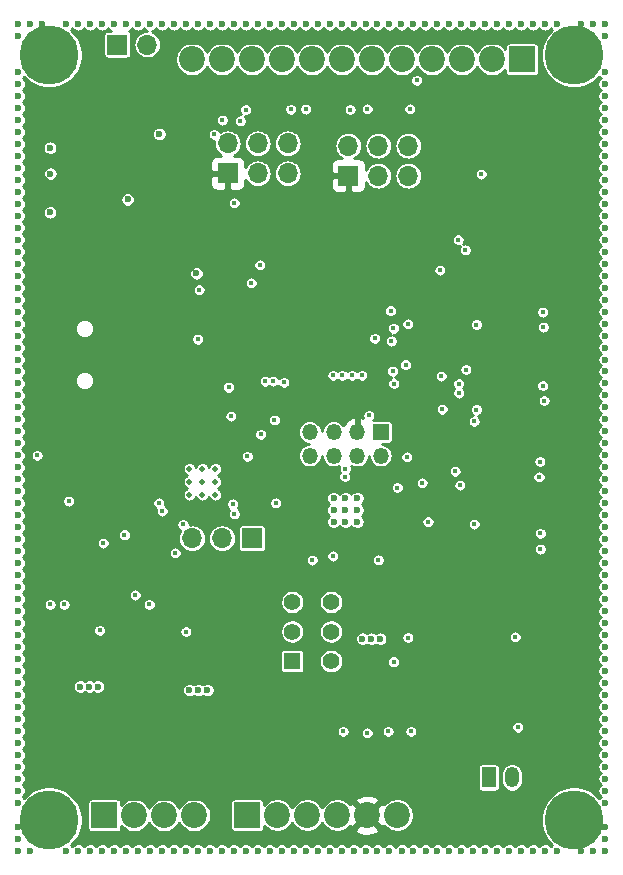
<source format=gbr>
G04 #@! TF.GenerationSoftware,KiCad,Pcbnew,(5.1.2)-1*
G04 #@! TF.CreationDate,2019-06-23T17:44:29+01:00*
G04 #@! TF.ProjectId,daq,6461712e-6b69-4636-9164-5f7063625858,rev?*
G04 #@! TF.SameCoordinates,Original*
G04 #@! TF.FileFunction,Copper,L2,Inr*
G04 #@! TF.FilePolarity,Positive*
%FSLAX46Y46*%
G04 Gerber Fmt 4.6, Leading zero omitted, Abs format (unit mm)*
G04 Created by KiCad (PCBNEW (5.1.2)-1) date 2019-06-23 17:44:29*
%MOMM*%
%LPD*%
G04 APERTURE LIST*
%ADD10O,1.700000X1.700000*%
%ADD11R,1.700000X1.700000*%
%ADD12C,2.200000*%
%ADD13R,2.200000X2.200000*%
%ADD14C,0.600000*%
%ADD15C,1.400000*%
%ADD16R,1.400000X1.400000*%
%ADD17R,1.350000X1.350000*%
%ADD18O,1.350000X1.350000*%
%ADD19C,0.500000*%
%ADD20C,5.000000*%
%ADD21R,1.200000X1.750000*%
%ADD22O,1.200000X1.750000*%
%ADD23C,0.450000*%
%ADD24C,0.254000*%
G04 APERTURE END LIST*
D10*
X71151000Y-150786000D03*
X73691000Y-150786000D03*
D11*
X76231000Y-150786000D03*
D12*
X88531000Y-174236000D03*
X85991000Y-174236000D03*
X83451000Y-174236000D03*
X80911000Y-174236000D03*
X78371000Y-174236000D03*
D13*
X75831000Y-174236000D03*
D12*
X71351000Y-174244000D03*
X68811000Y-174244000D03*
X66271000Y-174244000D03*
D13*
X63731000Y-174244000D03*
D14*
X62431000Y-163336000D03*
X61681000Y-163336000D03*
X63181000Y-163336000D03*
X71681000Y-163636000D03*
X70931000Y-163636000D03*
X72431000Y-163636000D03*
D15*
X82931000Y-156186000D03*
X82931000Y-158686000D03*
X82931000Y-161186000D03*
X79631000Y-156186000D03*
X79631000Y-158686000D03*
D16*
X79631000Y-161186000D03*
D14*
X87074038Y-159291508D03*
X85574038Y-159291508D03*
X86324038Y-159291508D03*
D11*
X64831000Y-108986000D03*
D10*
X67371000Y-108986000D03*
D17*
X87131000Y-141786000D03*
D18*
X87131000Y-143786000D03*
X85131000Y-141786000D03*
X85131000Y-143786000D03*
X83131000Y-141786000D03*
X83131000Y-143786000D03*
X81131000Y-141786000D03*
X81131000Y-143786000D03*
D13*
X99110800Y-110236000D03*
D12*
X96570800Y-110236000D03*
X94030800Y-110236000D03*
X91490800Y-110236000D03*
X88950800Y-110236000D03*
X86410800Y-110236000D03*
X83870800Y-110236000D03*
X81330800Y-110236000D03*
X78790800Y-110236000D03*
X76250800Y-110236000D03*
X73710800Y-110236000D03*
X71170800Y-110236000D03*
D19*
X73134400Y-147099200D03*
X72034400Y-147099200D03*
X70934400Y-147099200D03*
X73134400Y-145999200D03*
X72034400Y-145999200D03*
X70934400Y-145999200D03*
X73134400Y-144899200D03*
X72034400Y-144899200D03*
X70934400Y-144899200D03*
D20*
X59055000Y-109855000D03*
X103505000Y-109855000D03*
X103505000Y-174625000D03*
D11*
X84378800Y-120091200D03*
D10*
X84378800Y-117551200D03*
X86918800Y-120091200D03*
X86918800Y-117551200D03*
X89458800Y-120091200D03*
X89458800Y-117551200D03*
D21*
X96266000Y-171036000D03*
D22*
X98266000Y-171036000D03*
D11*
X74168000Y-119888000D03*
D10*
X74168000Y-117348000D03*
X76708000Y-119888000D03*
X76708000Y-117348000D03*
X79248000Y-119888000D03*
X79248000Y-117348000D03*
D20*
X59055000Y-174625000D03*
D14*
X83131000Y-147386000D03*
X56451500Y-177228500D03*
X57464909Y-177228500D03*
X60505136Y-177228500D03*
X61518545Y-177228500D03*
X62531954Y-177228500D03*
X63545363Y-177228500D03*
X64558772Y-177228500D03*
X65572181Y-177228500D03*
X66585590Y-177228500D03*
X67598999Y-177228500D03*
X68612408Y-177228500D03*
X69625817Y-177228500D03*
X70639226Y-177228500D03*
X71652635Y-177228500D03*
X72666044Y-177228500D03*
X73679453Y-177228500D03*
X74692862Y-177228500D03*
X75706271Y-177228500D03*
X76719680Y-177228500D03*
X77733089Y-177228500D03*
X78746498Y-177228500D03*
X79759907Y-177228500D03*
X80773316Y-177228500D03*
X81786725Y-177228500D03*
X82800134Y-177228500D03*
X83813543Y-177228500D03*
X86853770Y-177228500D03*
X87867179Y-177228500D03*
X89893997Y-177228500D03*
X91920815Y-177228500D03*
X92934224Y-177228500D03*
X93947633Y-177228500D03*
X94961042Y-177228500D03*
X95974451Y-177228500D03*
X96987860Y-177228500D03*
X98001269Y-177228500D03*
X99014678Y-177228500D03*
X100028087Y-177228500D03*
X101041496Y-177228500D03*
X102054905Y-177228500D03*
X104081723Y-177228500D03*
X105095132Y-177228500D03*
X106108500Y-177228500D03*
X106108500Y-176214341D03*
X106108500Y-175200182D03*
X106108500Y-173171864D03*
X106108500Y-172157705D03*
X106108500Y-171143546D03*
X106108500Y-170129387D03*
X106108500Y-169115228D03*
X106108500Y-168101069D03*
X106108500Y-167086910D03*
X106108500Y-166072751D03*
X106108500Y-165058592D03*
X106108500Y-164044433D03*
X106108500Y-163030274D03*
X106108500Y-162016115D03*
X106108500Y-161001956D03*
X106108500Y-159987797D03*
X106108500Y-158973638D03*
X106108500Y-157959479D03*
X106108500Y-156945320D03*
X106108500Y-155931161D03*
X106108500Y-154917002D03*
X106108500Y-153902843D03*
X106108500Y-152888684D03*
X106108500Y-151874525D03*
X106108500Y-150860366D03*
X106108500Y-149846207D03*
X106108500Y-148832048D03*
X106108500Y-147817889D03*
X106108500Y-146803730D03*
X106108500Y-145789571D03*
X106108500Y-144775412D03*
X106108500Y-143761253D03*
X106108500Y-142747094D03*
X106108500Y-141732935D03*
X106108500Y-140718776D03*
X106108500Y-139704617D03*
X106108500Y-138690458D03*
X106108500Y-137676299D03*
X106108500Y-136662140D03*
X106108500Y-135647981D03*
X106108500Y-134633822D03*
X106108500Y-133619663D03*
X106108500Y-132605504D03*
X106108500Y-131591345D03*
X106108500Y-130577186D03*
X106108500Y-129563027D03*
X106108500Y-128548868D03*
X106108500Y-127534709D03*
X106108500Y-126520550D03*
X106108500Y-125506391D03*
X106108500Y-124492232D03*
X106108500Y-123478073D03*
X106108500Y-122463914D03*
X106108500Y-121449755D03*
X106108500Y-120435596D03*
X106108500Y-119421437D03*
X106108500Y-118407278D03*
X106108500Y-117393119D03*
X106108500Y-116378960D03*
X106108500Y-115364801D03*
X106108500Y-114350642D03*
X106108500Y-113336483D03*
X106108500Y-112322324D03*
X106108500Y-111308165D03*
X106108500Y-108265688D03*
X106108500Y-107251529D03*
X56451500Y-117393380D03*
X56451500Y-162016376D03*
X56451500Y-167087171D03*
X56451500Y-165058853D03*
X56451500Y-115365062D03*
X56451500Y-168101330D03*
X56451500Y-173172125D03*
X56451500Y-170129648D03*
X56451500Y-153903104D03*
X56451500Y-151874786D03*
X56451500Y-134634083D03*
X56451500Y-123478334D03*
X56451500Y-118407539D03*
X56451500Y-116379221D03*
X56451500Y-163030535D03*
X56451500Y-150860627D03*
X56451500Y-130577447D03*
X56451500Y-127534970D03*
X56451500Y-113336744D03*
X56451500Y-155931422D03*
X56451500Y-139704878D03*
X56451500Y-133619924D03*
X56451500Y-131591606D03*
X56451500Y-128549129D03*
X56451500Y-159988058D03*
X56451500Y-176214602D03*
X56451500Y-138690719D03*
X56451500Y-166073012D03*
X56451500Y-140719037D03*
X56451500Y-169115489D03*
X56451500Y-125506652D03*
X56451500Y-175200443D03*
X56451500Y-135648242D03*
X56451500Y-137676560D03*
X56451500Y-132605765D03*
X56451500Y-121450016D03*
X56451500Y-120435857D03*
X56451500Y-126520811D03*
X56451500Y-129563288D03*
X56451500Y-158973899D03*
X56451500Y-152888945D03*
X56451500Y-157959740D03*
X56451500Y-114350903D03*
X56451500Y-171143807D03*
X56451500Y-161002217D03*
X56451500Y-164044694D03*
X56451500Y-136662401D03*
X56451500Y-154917263D03*
X56451500Y-172157966D03*
X56451500Y-156945581D03*
X56451500Y-124492493D03*
X56451500Y-122464175D03*
X56451500Y-119421698D03*
X56451500Y-107251790D03*
X56451500Y-112322585D03*
X56451500Y-111308426D03*
X56451500Y-108265949D03*
X86853770Y-107251500D03*
X74692862Y-107251500D03*
X95974451Y-107251500D03*
X78746498Y-107251500D03*
X60505136Y-107251500D03*
X104081723Y-107251500D03*
X63545363Y-107251500D03*
X75706271Y-107251500D03*
X80773316Y-107251500D03*
X88880588Y-107251500D03*
X90907406Y-107251500D03*
X71652635Y-107251500D03*
X85840361Y-107251500D03*
X73679453Y-107251500D03*
X87867179Y-107251500D03*
X68612408Y-107251500D03*
X69625817Y-107251500D03*
X83813543Y-107251500D03*
X76719680Y-107251500D03*
X94961042Y-107251500D03*
X96987860Y-107251500D03*
X99014678Y-107251500D03*
X101041496Y-107251500D03*
X93947633Y-107251500D03*
X102054905Y-107251500D03*
X105095132Y-107251500D03*
X58478318Y-107251500D03*
X61518545Y-107251500D03*
X84826952Y-107251500D03*
X98001269Y-107251500D03*
X57464909Y-107251500D03*
X64558772Y-107251500D03*
X67598999Y-107251500D03*
X79759907Y-107251500D03*
X81786725Y-107251500D03*
X62531954Y-107251500D03*
X100028087Y-107251500D03*
X70639226Y-107251500D03*
X66585590Y-107251500D03*
X91920815Y-107251500D03*
X92934224Y-107251500D03*
X65572181Y-107251500D03*
X82800134Y-107251500D03*
X72666044Y-107251500D03*
X77733089Y-107251500D03*
X56451500Y-143761514D03*
X56451500Y-141733196D03*
X56451500Y-147818150D03*
X56451500Y-148832309D03*
X56451500Y-145789832D03*
X56451500Y-144775673D03*
X56451500Y-149846468D03*
D23*
X88214200Y-161239200D03*
X98501200Y-159131000D03*
X71755000Y-129743200D03*
X71628000Y-133934200D03*
X93675200Y-125501400D03*
X76149200Y-129159000D03*
X87757000Y-167132000D03*
X83946992Y-167132000D03*
X58039000Y-143764000D03*
X60706000Y-147637500D03*
X74449479Y-140445812D03*
X75840989Y-143849489D03*
D14*
X85867179Y-177228500D03*
X84853770Y-177228500D03*
X88931000Y-177228500D03*
X90931000Y-177228500D03*
D23*
X98731000Y-166786000D03*
X89431000Y-159186000D03*
X88231000Y-137686000D03*
D14*
X56451500Y-146786000D03*
D23*
X83080994Y-136986000D03*
D14*
X84131000Y-147386000D03*
X85131000Y-147386000D03*
X83131000Y-148386000D03*
X84131000Y-148386000D03*
X85131000Y-148386000D03*
X83131000Y-149386000D03*
X84131000Y-149386000D03*
X85131000Y-149386000D03*
D23*
X88530996Y-146486000D03*
X91131000Y-149386000D03*
X92339583Y-139862145D03*
X93431000Y-145111010D03*
X89331000Y-143886000D03*
X89411918Y-132624445D03*
X70631000Y-158686000D03*
X63331000Y-158586000D03*
X65431000Y-150486000D03*
X68631000Y-148486000D03*
D14*
X56451500Y-142686000D03*
X89893997Y-107251500D03*
D23*
X90170000Y-112014000D03*
X69723000Y-152019000D03*
X80771505Y-114445505D03*
X100965000Y-139128500D03*
X84531000Y-114486000D03*
X100838000Y-137858500D03*
X61163200Y-148336000D03*
X93497400Y-154711400D03*
X94497400Y-154711400D03*
X93497400Y-155711400D03*
X94497400Y-155711400D03*
X93497400Y-156711400D03*
X94497400Y-156711400D03*
X93497400Y-157711400D03*
X94497400Y-157711400D03*
X105295700Y-123088400D03*
X105397300Y-130225800D03*
X105371900Y-142900400D03*
X82194400Y-124612400D03*
X71584143Y-132143757D03*
X76835821Y-128814098D03*
D14*
X63525400Y-121005600D03*
D23*
X68270040Y-143625018D03*
X65976500Y-143319500D03*
X78676500Y-140271500D03*
X58039000Y-148971000D03*
X71200510Y-133297800D03*
X105410000Y-149224998D03*
X94932500Y-153098500D03*
X95250000Y-128778000D03*
X95186500Y-121983500D03*
X105283000Y-117094000D03*
X89154000Y-125666500D03*
X105283000Y-136715500D03*
X78831000Y-147186000D03*
X89631000Y-140086000D03*
X78881000Y-150736000D03*
X88531000Y-147736000D03*
X93434064Y-122060990D03*
X94931000Y-147386000D03*
X92731000Y-149386000D03*
X93737861Y-136944832D03*
X82731000Y-137686000D03*
X91831000Y-144786000D03*
X94831000Y-115886000D03*
X90325448Y-146702656D03*
X88946219Y-132139810D03*
X75722724Y-147335246D03*
X72431004Y-141486000D03*
X67252239Y-148607239D03*
X89598500Y-114427000D03*
X100838000Y-131635500D03*
X85979000Y-114427000D03*
X100901500Y-132905500D03*
X73723500Y-115379500D03*
X100647500Y-151701500D03*
X100647500Y-150368000D03*
X75247500Y-115439490D03*
X79502000Y-114467979D03*
X100606010Y-144285990D03*
X75692000Y-114490504D03*
X100531000Y-145586000D03*
D14*
X68376800Y-116560600D03*
X59131200Y-117729000D03*
X59156600Y-119913400D03*
X65709800Y-122097800D03*
X59131200Y-123190000D03*
D23*
X76898506Y-127635000D03*
X63631002Y-151186000D03*
X70387940Y-149613138D03*
X88131000Y-136636000D03*
X94297500Y-126365000D03*
X95648010Y-119951500D03*
X95231000Y-132686000D03*
X92131000Y-128086000D03*
X93831000Y-146286000D03*
X95231000Y-139886000D03*
X94346782Y-136496214D03*
D14*
X71526400Y-128346200D03*
D23*
X74244178Y-137998200D03*
X77335089Y-137490089D03*
X76962000Y-141986000D03*
X86131000Y-140386000D03*
X84076525Y-145563705D03*
X78031000Y-137486002D03*
X86614000Y-133858000D03*
X87957260Y-131517262D03*
X93730996Y-137686000D03*
X95031000Y-140886000D03*
X88209756Y-133007234D03*
X95031000Y-149586000D03*
X88031006Y-134086000D03*
X83081000Y-152286000D03*
X89681000Y-167136000D03*
X86931000Y-152619000D03*
X84681000Y-136986000D03*
X85979000Y-167259000D03*
X81331000Y-152636000D03*
X83881000Y-136986000D03*
X68331000Y-147786000D03*
X78931000Y-137586000D03*
X74731004Y-122386000D03*
X74739500Y-148717000D03*
X73025000Y-116585998D03*
X74588740Y-147868918D03*
X78231000Y-147785998D03*
X78131000Y-140786000D03*
X84131000Y-144886000D03*
X85531000Y-136986000D03*
X93731000Y-138486000D03*
X92259761Y-137057239D03*
X89231000Y-136086000D03*
X90631000Y-146086000D03*
X60331000Y-156386000D03*
X59131000Y-156386000D03*
X67531000Y-156386000D03*
X66331000Y-155586000D03*
D24*
G36*
X101567882Y-107651189D02*
G01*
X101639355Y-107722662D01*
X101309125Y-108052892D01*
X100999745Y-108515913D01*
X100786640Y-109030394D01*
X100678000Y-109576565D01*
X100678000Y-110133435D01*
X100786640Y-110679606D01*
X100999745Y-111194087D01*
X101309125Y-111657108D01*
X101702892Y-112050875D01*
X102165913Y-112360255D01*
X102680394Y-112573360D01*
X103226565Y-112682000D01*
X103783435Y-112682000D01*
X104329606Y-112573360D01*
X104844087Y-112360255D01*
X105307108Y-112050875D01*
X105635803Y-111722180D01*
X105708811Y-111795188D01*
X105738828Y-111815245D01*
X105708811Y-111835301D01*
X105621477Y-111922635D01*
X105552860Y-112025328D01*
X105505595Y-112139435D01*
X105481500Y-112260570D01*
X105481500Y-112384078D01*
X105505595Y-112505213D01*
X105552860Y-112619320D01*
X105621477Y-112722013D01*
X105708811Y-112809347D01*
X105738828Y-112829404D01*
X105708811Y-112849460D01*
X105621477Y-112936794D01*
X105552860Y-113039487D01*
X105505595Y-113153594D01*
X105481500Y-113274729D01*
X105481500Y-113398237D01*
X105505595Y-113519372D01*
X105552860Y-113633479D01*
X105621477Y-113736172D01*
X105708811Y-113823506D01*
X105738828Y-113843562D01*
X105708811Y-113863619D01*
X105621477Y-113950953D01*
X105552860Y-114053646D01*
X105505595Y-114167753D01*
X105481500Y-114288888D01*
X105481500Y-114412396D01*
X105505595Y-114533531D01*
X105552860Y-114647638D01*
X105621477Y-114750331D01*
X105708811Y-114837665D01*
X105738828Y-114857722D01*
X105708811Y-114877778D01*
X105621477Y-114965112D01*
X105552860Y-115067805D01*
X105505595Y-115181912D01*
X105481500Y-115303047D01*
X105481500Y-115426555D01*
X105505595Y-115547690D01*
X105552860Y-115661797D01*
X105621477Y-115764490D01*
X105708811Y-115851824D01*
X105738828Y-115871880D01*
X105708811Y-115891937D01*
X105621477Y-115979271D01*
X105552860Y-116081964D01*
X105505595Y-116196071D01*
X105481500Y-116317206D01*
X105481500Y-116440714D01*
X105505595Y-116561849D01*
X105552860Y-116675956D01*
X105621477Y-116778649D01*
X105708811Y-116865983D01*
X105738828Y-116886040D01*
X105708811Y-116906096D01*
X105621477Y-116993430D01*
X105552860Y-117096123D01*
X105505595Y-117210230D01*
X105481500Y-117331365D01*
X105481500Y-117454873D01*
X105505595Y-117576008D01*
X105552860Y-117690115D01*
X105621477Y-117792808D01*
X105708811Y-117880142D01*
X105738828Y-117900198D01*
X105708811Y-117920255D01*
X105621477Y-118007589D01*
X105552860Y-118110282D01*
X105505595Y-118224389D01*
X105481500Y-118345524D01*
X105481500Y-118469032D01*
X105505595Y-118590167D01*
X105552860Y-118704274D01*
X105621477Y-118806967D01*
X105708811Y-118894301D01*
X105738828Y-118914358D01*
X105708811Y-118934414D01*
X105621477Y-119021748D01*
X105552860Y-119124441D01*
X105505595Y-119238548D01*
X105481500Y-119359683D01*
X105481500Y-119483191D01*
X105505595Y-119604326D01*
X105552860Y-119718433D01*
X105621477Y-119821126D01*
X105708811Y-119908460D01*
X105738828Y-119928517D01*
X105708811Y-119948573D01*
X105621477Y-120035907D01*
X105552860Y-120138600D01*
X105505595Y-120252707D01*
X105481500Y-120373842D01*
X105481500Y-120497350D01*
X105505595Y-120618485D01*
X105552860Y-120732592D01*
X105621477Y-120835285D01*
X105708811Y-120922619D01*
X105738828Y-120942676D01*
X105708811Y-120962732D01*
X105621477Y-121050066D01*
X105552860Y-121152759D01*
X105505595Y-121266866D01*
X105481500Y-121388001D01*
X105481500Y-121511509D01*
X105505595Y-121632644D01*
X105552860Y-121746751D01*
X105621477Y-121849444D01*
X105708811Y-121936778D01*
X105738828Y-121956834D01*
X105708811Y-121976891D01*
X105621477Y-122064225D01*
X105552860Y-122166918D01*
X105505595Y-122281025D01*
X105481500Y-122402160D01*
X105481500Y-122525668D01*
X105505595Y-122646803D01*
X105552860Y-122760910D01*
X105621477Y-122863603D01*
X105708811Y-122950937D01*
X105738828Y-122970994D01*
X105708811Y-122991050D01*
X105621477Y-123078384D01*
X105552860Y-123181077D01*
X105505595Y-123295184D01*
X105481500Y-123416319D01*
X105481500Y-123539827D01*
X105505595Y-123660962D01*
X105552860Y-123775069D01*
X105621477Y-123877762D01*
X105708811Y-123965096D01*
X105738828Y-123985152D01*
X105708811Y-124005209D01*
X105621477Y-124092543D01*
X105552860Y-124195236D01*
X105505595Y-124309343D01*
X105481500Y-124430478D01*
X105481500Y-124553986D01*
X105505595Y-124675121D01*
X105552860Y-124789228D01*
X105621477Y-124891921D01*
X105708811Y-124979255D01*
X105738828Y-124999312D01*
X105708811Y-125019368D01*
X105621477Y-125106702D01*
X105552860Y-125209395D01*
X105505595Y-125323502D01*
X105481500Y-125444637D01*
X105481500Y-125568145D01*
X105505595Y-125689280D01*
X105552860Y-125803387D01*
X105621477Y-125906080D01*
X105708811Y-125993414D01*
X105738828Y-126013470D01*
X105708811Y-126033527D01*
X105621477Y-126120861D01*
X105552860Y-126223554D01*
X105505595Y-126337661D01*
X105481500Y-126458796D01*
X105481500Y-126582304D01*
X105505595Y-126703439D01*
X105552860Y-126817546D01*
X105621477Y-126920239D01*
X105708811Y-127007573D01*
X105738828Y-127027630D01*
X105708811Y-127047686D01*
X105621477Y-127135020D01*
X105552860Y-127237713D01*
X105505595Y-127351820D01*
X105481500Y-127472955D01*
X105481500Y-127596463D01*
X105505595Y-127717598D01*
X105552860Y-127831705D01*
X105621477Y-127934398D01*
X105708811Y-128021732D01*
X105738828Y-128041789D01*
X105708811Y-128061845D01*
X105621477Y-128149179D01*
X105552860Y-128251872D01*
X105505595Y-128365979D01*
X105481500Y-128487114D01*
X105481500Y-128610622D01*
X105505595Y-128731757D01*
X105552860Y-128845864D01*
X105621477Y-128948557D01*
X105708811Y-129035891D01*
X105738828Y-129055948D01*
X105708811Y-129076004D01*
X105621477Y-129163338D01*
X105552860Y-129266031D01*
X105505595Y-129380138D01*
X105481500Y-129501273D01*
X105481500Y-129624781D01*
X105505595Y-129745916D01*
X105552860Y-129860023D01*
X105621477Y-129962716D01*
X105708811Y-130050050D01*
X105738828Y-130070107D01*
X105708811Y-130090163D01*
X105621477Y-130177497D01*
X105552860Y-130280190D01*
X105505595Y-130394297D01*
X105481500Y-130515432D01*
X105481500Y-130638940D01*
X105505595Y-130760075D01*
X105552860Y-130874182D01*
X105621477Y-130976875D01*
X105708811Y-131064209D01*
X105738828Y-131084266D01*
X105708811Y-131104322D01*
X105621477Y-131191656D01*
X105552860Y-131294349D01*
X105505595Y-131408456D01*
X105481500Y-131529591D01*
X105481500Y-131653099D01*
X105505595Y-131774234D01*
X105552860Y-131888341D01*
X105621477Y-131991034D01*
X105708811Y-132078368D01*
X105738828Y-132098425D01*
X105708811Y-132118481D01*
X105621477Y-132205815D01*
X105552860Y-132308508D01*
X105505595Y-132422615D01*
X105481500Y-132543750D01*
X105481500Y-132667258D01*
X105505595Y-132788393D01*
X105552860Y-132902500D01*
X105621477Y-133005193D01*
X105708811Y-133092527D01*
X105738828Y-133112584D01*
X105708811Y-133132640D01*
X105621477Y-133219974D01*
X105552860Y-133322667D01*
X105505595Y-133436774D01*
X105481500Y-133557909D01*
X105481500Y-133681417D01*
X105505595Y-133802552D01*
X105552860Y-133916659D01*
X105621477Y-134019352D01*
X105708811Y-134106686D01*
X105738828Y-134126743D01*
X105708811Y-134146799D01*
X105621477Y-134234133D01*
X105552860Y-134336826D01*
X105505595Y-134450933D01*
X105481500Y-134572068D01*
X105481500Y-134695576D01*
X105505595Y-134816711D01*
X105552860Y-134930818D01*
X105621477Y-135033511D01*
X105708811Y-135120845D01*
X105738828Y-135140901D01*
X105708811Y-135160958D01*
X105621477Y-135248292D01*
X105552860Y-135350985D01*
X105505595Y-135465092D01*
X105481500Y-135586227D01*
X105481500Y-135709735D01*
X105505595Y-135830870D01*
X105552860Y-135944977D01*
X105621477Y-136047670D01*
X105708811Y-136135004D01*
X105738828Y-136155061D01*
X105708811Y-136175117D01*
X105621477Y-136262451D01*
X105552860Y-136365144D01*
X105505595Y-136479251D01*
X105481500Y-136600386D01*
X105481500Y-136723894D01*
X105505595Y-136845029D01*
X105552860Y-136959136D01*
X105621477Y-137061829D01*
X105708811Y-137149163D01*
X105738828Y-137169220D01*
X105708811Y-137189276D01*
X105621477Y-137276610D01*
X105552860Y-137379303D01*
X105505595Y-137493410D01*
X105481500Y-137614545D01*
X105481500Y-137738053D01*
X105505595Y-137859188D01*
X105552860Y-137973295D01*
X105621477Y-138075988D01*
X105708811Y-138163322D01*
X105738828Y-138183379D01*
X105708811Y-138203435D01*
X105621477Y-138290769D01*
X105552860Y-138393462D01*
X105505595Y-138507569D01*
X105481500Y-138628704D01*
X105481500Y-138752212D01*
X105505595Y-138873347D01*
X105552860Y-138987454D01*
X105621477Y-139090147D01*
X105708811Y-139177481D01*
X105738828Y-139197538D01*
X105708811Y-139217594D01*
X105621477Y-139304928D01*
X105552860Y-139407621D01*
X105505595Y-139521728D01*
X105481500Y-139642863D01*
X105481500Y-139766371D01*
X105505595Y-139887506D01*
X105552860Y-140001613D01*
X105621477Y-140104306D01*
X105708811Y-140191640D01*
X105738828Y-140211697D01*
X105708811Y-140231753D01*
X105621477Y-140319087D01*
X105552860Y-140421780D01*
X105505595Y-140535887D01*
X105481500Y-140657022D01*
X105481500Y-140780530D01*
X105505595Y-140901665D01*
X105552860Y-141015772D01*
X105621477Y-141118465D01*
X105708811Y-141205799D01*
X105738828Y-141225856D01*
X105708811Y-141245912D01*
X105621477Y-141333246D01*
X105552860Y-141435939D01*
X105505595Y-141550046D01*
X105481500Y-141671181D01*
X105481500Y-141794689D01*
X105505595Y-141915824D01*
X105552860Y-142029931D01*
X105621477Y-142132624D01*
X105708811Y-142219958D01*
X105738828Y-142240015D01*
X105708811Y-142260071D01*
X105621477Y-142347405D01*
X105552860Y-142450098D01*
X105505595Y-142564205D01*
X105481500Y-142685340D01*
X105481500Y-142808848D01*
X105505595Y-142929983D01*
X105552860Y-143044090D01*
X105621477Y-143146783D01*
X105708811Y-143234117D01*
X105738828Y-143254174D01*
X105708811Y-143274230D01*
X105621477Y-143361564D01*
X105552860Y-143464257D01*
X105505595Y-143578364D01*
X105481500Y-143699499D01*
X105481500Y-143823007D01*
X105505595Y-143944142D01*
X105552860Y-144058249D01*
X105621477Y-144160942D01*
X105708811Y-144248276D01*
X105738828Y-144268333D01*
X105708811Y-144288389D01*
X105621477Y-144375723D01*
X105552860Y-144478416D01*
X105505595Y-144592523D01*
X105481500Y-144713658D01*
X105481500Y-144837166D01*
X105505595Y-144958301D01*
X105552860Y-145072408D01*
X105621477Y-145175101D01*
X105708811Y-145262435D01*
X105738828Y-145282492D01*
X105708811Y-145302548D01*
X105621477Y-145389882D01*
X105552860Y-145492575D01*
X105505595Y-145606682D01*
X105481500Y-145727817D01*
X105481500Y-145851325D01*
X105505595Y-145972460D01*
X105552860Y-146086567D01*
X105621477Y-146189260D01*
X105708811Y-146276594D01*
X105738828Y-146296651D01*
X105708811Y-146316707D01*
X105621477Y-146404041D01*
X105552860Y-146506734D01*
X105505595Y-146620841D01*
X105481500Y-146741976D01*
X105481500Y-146865484D01*
X105505595Y-146986619D01*
X105552860Y-147100726D01*
X105621477Y-147203419D01*
X105708811Y-147290753D01*
X105738828Y-147310810D01*
X105708811Y-147330866D01*
X105621477Y-147418200D01*
X105552860Y-147520893D01*
X105505595Y-147635000D01*
X105481500Y-147756135D01*
X105481500Y-147879643D01*
X105505595Y-148000778D01*
X105552860Y-148114885D01*
X105621477Y-148217578D01*
X105708811Y-148304912D01*
X105738828Y-148324969D01*
X105708811Y-148345025D01*
X105621477Y-148432359D01*
X105552860Y-148535052D01*
X105505595Y-148649159D01*
X105481500Y-148770294D01*
X105481500Y-148893802D01*
X105505595Y-149014937D01*
X105552860Y-149129044D01*
X105621477Y-149231737D01*
X105708811Y-149319071D01*
X105738828Y-149339128D01*
X105708811Y-149359184D01*
X105621477Y-149446518D01*
X105552860Y-149549211D01*
X105505595Y-149663318D01*
X105481500Y-149784453D01*
X105481500Y-149907961D01*
X105505595Y-150029096D01*
X105552860Y-150143203D01*
X105621477Y-150245896D01*
X105708811Y-150333230D01*
X105738828Y-150353287D01*
X105708811Y-150373343D01*
X105621477Y-150460677D01*
X105552860Y-150563370D01*
X105505595Y-150677477D01*
X105481500Y-150798612D01*
X105481500Y-150922120D01*
X105505595Y-151043255D01*
X105552860Y-151157362D01*
X105621477Y-151260055D01*
X105708811Y-151347389D01*
X105738828Y-151367446D01*
X105708811Y-151387502D01*
X105621477Y-151474836D01*
X105552860Y-151577529D01*
X105505595Y-151691636D01*
X105481500Y-151812771D01*
X105481500Y-151936279D01*
X105505595Y-152057414D01*
X105552860Y-152171521D01*
X105621477Y-152274214D01*
X105708811Y-152361548D01*
X105738828Y-152381605D01*
X105708811Y-152401661D01*
X105621477Y-152488995D01*
X105552860Y-152591688D01*
X105505595Y-152705795D01*
X105481500Y-152826930D01*
X105481500Y-152950438D01*
X105505595Y-153071573D01*
X105552860Y-153185680D01*
X105621477Y-153288373D01*
X105708811Y-153375707D01*
X105738828Y-153395764D01*
X105708811Y-153415820D01*
X105621477Y-153503154D01*
X105552860Y-153605847D01*
X105505595Y-153719954D01*
X105481500Y-153841089D01*
X105481500Y-153964597D01*
X105505595Y-154085732D01*
X105552860Y-154199839D01*
X105621477Y-154302532D01*
X105708811Y-154389866D01*
X105738828Y-154409923D01*
X105708811Y-154429979D01*
X105621477Y-154517313D01*
X105552860Y-154620006D01*
X105505595Y-154734113D01*
X105481500Y-154855248D01*
X105481500Y-154978756D01*
X105505595Y-155099891D01*
X105552860Y-155213998D01*
X105621477Y-155316691D01*
X105708811Y-155404025D01*
X105738828Y-155424082D01*
X105708811Y-155444138D01*
X105621477Y-155531472D01*
X105552860Y-155634165D01*
X105505595Y-155748272D01*
X105481500Y-155869407D01*
X105481500Y-155992915D01*
X105505595Y-156114050D01*
X105552860Y-156228157D01*
X105621477Y-156330850D01*
X105708811Y-156418184D01*
X105738828Y-156438241D01*
X105708811Y-156458297D01*
X105621477Y-156545631D01*
X105552860Y-156648324D01*
X105505595Y-156762431D01*
X105481500Y-156883566D01*
X105481500Y-157007074D01*
X105505595Y-157128209D01*
X105552860Y-157242316D01*
X105621477Y-157345009D01*
X105708811Y-157432343D01*
X105738828Y-157452400D01*
X105708811Y-157472456D01*
X105621477Y-157559790D01*
X105552860Y-157662483D01*
X105505595Y-157776590D01*
X105481500Y-157897725D01*
X105481500Y-158021233D01*
X105505595Y-158142368D01*
X105552860Y-158256475D01*
X105621477Y-158359168D01*
X105708811Y-158446502D01*
X105738828Y-158466559D01*
X105708811Y-158486615D01*
X105621477Y-158573949D01*
X105552860Y-158676642D01*
X105505595Y-158790749D01*
X105481500Y-158911884D01*
X105481500Y-159035392D01*
X105505595Y-159156527D01*
X105552860Y-159270634D01*
X105621477Y-159373327D01*
X105708811Y-159460661D01*
X105738828Y-159480718D01*
X105708811Y-159500774D01*
X105621477Y-159588108D01*
X105552860Y-159690801D01*
X105505595Y-159804908D01*
X105481500Y-159926043D01*
X105481500Y-160049551D01*
X105505595Y-160170686D01*
X105552860Y-160284793D01*
X105621477Y-160387486D01*
X105708811Y-160474820D01*
X105738828Y-160494876D01*
X105708811Y-160514933D01*
X105621477Y-160602267D01*
X105552860Y-160704960D01*
X105505595Y-160819067D01*
X105481500Y-160940202D01*
X105481500Y-161063710D01*
X105505595Y-161184845D01*
X105552860Y-161298952D01*
X105621477Y-161401645D01*
X105708811Y-161488979D01*
X105738828Y-161509036D01*
X105708811Y-161529092D01*
X105621477Y-161616426D01*
X105552860Y-161719119D01*
X105505595Y-161833226D01*
X105481500Y-161954361D01*
X105481500Y-162077869D01*
X105505595Y-162199004D01*
X105552860Y-162313111D01*
X105621477Y-162415804D01*
X105708811Y-162503138D01*
X105738828Y-162523195D01*
X105708811Y-162543251D01*
X105621477Y-162630585D01*
X105552860Y-162733278D01*
X105505595Y-162847385D01*
X105481500Y-162968520D01*
X105481500Y-163092028D01*
X105505595Y-163213163D01*
X105552860Y-163327270D01*
X105621477Y-163429963D01*
X105708811Y-163517297D01*
X105738828Y-163537354D01*
X105708811Y-163557410D01*
X105621477Y-163644744D01*
X105552860Y-163747437D01*
X105505595Y-163861544D01*
X105481500Y-163982679D01*
X105481500Y-164106187D01*
X105505595Y-164227322D01*
X105552860Y-164341429D01*
X105621477Y-164444122D01*
X105708811Y-164531456D01*
X105738828Y-164551513D01*
X105708811Y-164571569D01*
X105621477Y-164658903D01*
X105552860Y-164761596D01*
X105505595Y-164875703D01*
X105481500Y-164996838D01*
X105481500Y-165120346D01*
X105505595Y-165241481D01*
X105552860Y-165355588D01*
X105621477Y-165458281D01*
X105708811Y-165545615D01*
X105738828Y-165565672D01*
X105708811Y-165585728D01*
X105621477Y-165673062D01*
X105552860Y-165775755D01*
X105505595Y-165889862D01*
X105481500Y-166010997D01*
X105481500Y-166134505D01*
X105505595Y-166255640D01*
X105552860Y-166369747D01*
X105621477Y-166472440D01*
X105708811Y-166559774D01*
X105738828Y-166579831D01*
X105708811Y-166599887D01*
X105621477Y-166687221D01*
X105552860Y-166789914D01*
X105505595Y-166904021D01*
X105481500Y-167025156D01*
X105481500Y-167148664D01*
X105505595Y-167269799D01*
X105552860Y-167383906D01*
X105621477Y-167486599D01*
X105708811Y-167573933D01*
X105738828Y-167593990D01*
X105708811Y-167614046D01*
X105621477Y-167701380D01*
X105552860Y-167804073D01*
X105505595Y-167918180D01*
X105481500Y-168039315D01*
X105481500Y-168162823D01*
X105505595Y-168283958D01*
X105552860Y-168398065D01*
X105621477Y-168500758D01*
X105708811Y-168588092D01*
X105738828Y-168608149D01*
X105708811Y-168628205D01*
X105621477Y-168715539D01*
X105552860Y-168818232D01*
X105505595Y-168932339D01*
X105481500Y-169053474D01*
X105481500Y-169176982D01*
X105505595Y-169298117D01*
X105552860Y-169412224D01*
X105621477Y-169514917D01*
X105708811Y-169602251D01*
X105738828Y-169622308D01*
X105708811Y-169642364D01*
X105621477Y-169729698D01*
X105552860Y-169832391D01*
X105505595Y-169946498D01*
X105481500Y-170067633D01*
X105481500Y-170191141D01*
X105505595Y-170312276D01*
X105552860Y-170426383D01*
X105621477Y-170529076D01*
X105708811Y-170616410D01*
X105738828Y-170636467D01*
X105708811Y-170656523D01*
X105621477Y-170743857D01*
X105552860Y-170846550D01*
X105505595Y-170960657D01*
X105481500Y-171081792D01*
X105481500Y-171205300D01*
X105505595Y-171326435D01*
X105552860Y-171440542D01*
X105621477Y-171543235D01*
X105708811Y-171630569D01*
X105738828Y-171650626D01*
X105708811Y-171670682D01*
X105621477Y-171758016D01*
X105552860Y-171860709D01*
X105505595Y-171974816D01*
X105481500Y-172095951D01*
X105481500Y-172219459D01*
X105505595Y-172340594D01*
X105552860Y-172454701D01*
X105621477Y-172557394D01*
X105708811Y-172644728D01*
X105738828Y-172664785D01*
X105708811Y-172684841D01*
X105635818Y-172757835D01*
X105307108Y-172429125D01*
X104844087Y-172119745D01*
X104329606Y-171906640D01*
X103783435Y-171798000D01*
X103226565Y-171798000D01*
X102680394Y-171906640D01*
X102165913Y-172119745D01*
X101702892Y-172429125D01*
X101309125Y-172822892D01*
X100999745Y-173285913D01*
X100786640Y-173800394D01*
X100678000Y-174346565D01*
X100678000Y-174903435D01*
X100786640Y-175449606D01*
X100999745Y-175964087D01*
X101309125Y-176427108D01*
X101639355Y-176757338D01*
X101567882Y-176828811D01*
X101548201Y-176858267D01*
X101528519Y-176828811D01*
X101441185Y-176741477D01*
X101338492Y-176672860D01*
X101224385Y-176625595D01*
X101103250Y-176601500D01*
X100979742Y-176601500D01*
X100858607Y-176625595D01*
X100744500Y-176672860D01*
X100641807Y-176741477D01*
X100554473Y-176828811D01*
X100534792Y-176858267D01*
X100515110Y-176828811D01*
X100427776Y-176741477D01*
X100325083Y-176672860D01*
X100210976Y-176625595D01*
X100089841Y-176601500D01*
X99966333Y-176601500D01*
X99845198Y-176625595D01*
X99731091Y-176672860D01*
X99628398Y-176741477D01*
X99541064Y-176828811D01*
X99521383Y-176858267D01*
X99501701Y-176828811D01*
X99414367Y-176741477D01*
X99311674Y-176672860D01*
X99197567Y-176625595D01*
X99076432Y-176601500D01*
X98952924Y-176601500D01*
X98831789Y-176625595D01*
X98717682Y-176672860D01*
X98614989Y-176741477D01*
X98527655Y-176828811D01*
X98507974Y-176858267D01*
X98488292Y-176828811D01*
X98400958Y-176741477D01*
X98298265Y-176672860D01*
X98184158Y-176625595D01*
X98063023Y-176601500D01*
X97939515Y-176601500D01*
X97818380Y-176625595D01*
X97704273Y-176672860D01*
X97601580Y-176741477D01*
X97514246Y-176828811D01*
X97494565Y-176858267D01*
X97474883Y-176828811D01*
X97387549Y-176741477D01*
X97284856Y-176672860D01*
X97170749Y-176625595D01*
X97049614Y-176601500D01*
X96926106Y-176601500D01*
X96804971Y-176625595D01*
X96690864Y-176672860D01*
X96588171Y-176741477D01*
X96500837Y-176828811D01*
X96481156Y-176858267D01*
X96461474Y-176828811D01*
X96374140Y-176741477D01*
X96271447Y-176672860D01*
X96157340Y-176625595D01*
X96036205Y-176601500D01*
X95912697Y-176601500D01*
X95791562Y-176625595D01*
X95677455Y-176672860D01*
X95574762Y-176741477D01*
X95487428Y-176828811D01*
X95467747Y-176858267D01*
X95448065Y-176828811D01*
X95360731Y-176741477D01*
X95258038Y-176672860D01*
X95143931Y-176625595D01*
X95022796Y-176601500D01*
X94899288Y-176601500D01*
X94778153Y-176625595D01*
X94664046Y-176672860D01*
X94561353Y-176741477D01*
X94474019Y-176828811D01*
X94454338Y-176858267D01*
X94434656Y-176828811D01*
X94347322Y-176741477D01*
X94244629Y-176672860D01*
X94130522Y-176625595D01*
X94009387Y-176601500D01*
X93885879Y-176601500D01*
X93764744Y-176625595D01*
X93650637Y-176672860D01*
X93547944Y-176741477D01*
X93460610Y-176828811D01*
X93440929Y-176858267D01*
X93421247Y-176828811D01*
X93333913Y-176741477D01*
X93231220Y-176672860D01*
X93117113Y-176625595D01*
X92995978Y-176601500D01*
X92872470Y-176601500D01*
X92751335Y-176625595D01*
X92637228Y-176672860D01*
X92534535Y-176741477D01*
X92447201Y-176828811D01*
X92427520Y-176858267D01*
X92407838Y-176828811D01*
X92320504Y-176741477D01*
X92217811Y-176672860D01*
X92103704Y-176625595D01*
X91982569Y-176601500D01*
X91859061Y-176601500D01*
X91737926Y-176625595D01*
X91623819Y-176672860D01*
X91521126Y-176741477D01*
X91433792Y-176828811D01*
X91425908Y-176840611D01*
X91418023Y-176828811D01*
X91330689Y-176741477D01*
X91227996Y-176672860D01*
X91113889Y-176625595D01*
X90992754Y-176601500D01*
X90869246Y-176601500D01*
X90748111Y-176625595D01*
X90634004Y-176672860D01*
X90531311Y-176741477D01*
X90443977Y-176828811D01*
X90412499Y-176875922D01*
X90381020Y-176828811D01*
X90293686Y-176741477D01*
X90190993Y-176672860D01*
X90076886Y-176625595D01*
X89955751Y-176601500D01*
X89832243Y-176601500D01*
X89711108Y-176625595D01*
X89597001Y-176672860D01*
X89494308Y-176741477D01*
X89412499Y-176823287D01*
X89330689Y-176741477D01*
X89227996Y-176672860D01*
X89113889Y-176625595D01*
X88992754Y-176601500D01*
X88869246Y-176601500D01*
X88748111Y-176625595D01*
X88634004Y-176672860D01*
X88531311Y-176741477D01*
X88443977Y-176828811D01*
X88399090Y-176895990D01*
X88354202Y-176828811D01*
X88266868Y-176741477D01*
X88164175Y-176672860D01*
X88050068Y-176625595D01*
X87928933Y-176601500D01*
X87805425Y-176601500D01*
X87684290Y-176625595D01*
X87570183Y-176672860D01*
X87467490Y-176741477D01*
X87380156Y-176828811D01*
X87360475Y-176858267D01*
X87340793Y-176828811D01*
X87253459Y-176741477D01*
X87150766Y-176672860D01*
X87036659Y-176625595D01*
X86915524Y-176601500D01*
X86792016Y-176601500D01*
X86670881Y-176625595D01*
X86556774Y-176672860D01*
X86454081Y-176741477D01*
X86366747Y-176828811D01*
X86360475Y-176838198D01*
X86354202Y-176828811D01*
X86266868Y-176741477D01*
X86164175Y-176672860D01*
X86050068Y-176625595D01*
X85928933Y-176601500D01*
X85805425Y-176601500D01*
X85684290Y-176625595D01*
X85570183Y-176672860D01*
X85467490Y-176741477D01*
X85380156Y-176828811D01*
X85360475Y-176858267D01*
X85340793Y-176828811D01*
X85253459Y-176741477D01*
X85150766Y-176672860D01*
X85036659Y-176625595D01*
X84915524Y-176601500D01*
X84792016Y-176601500D01*
X84670881Y-176625595D01*
X84556774Y-176672860D01*
X84454081Y-176741477D01*
X84366747Y-176828811D01*
X84333657Y-176878335D01*
X84300566Y-176828811D01*
X84213232Y-176741477D01*
X84110539Y-176672860D01*
X83996432Y-176625595D01*
X83875297Y-176601500D01*
X83751789Y-176601500D01*
X83630654Y-176625595D01*
X83516547Y-176672860D01*
X83413854Y-176741477D01*
X83326520Y-176828811D01*
X83306839Y-176858267D01*
X83287157Y-176828811D01*
X83199823Y-176741477D01*
X83097130Y-176672860D01*
X82983023Y-176625595D01*
X82861888Y-176601500D01*
X82738380Y-176601500D01*
X82617245Y-176625595D01*
X82503138Y-176672860D01*
X82400445Y-176741477D01*
X82313111Y-176828811D01*
X82293430Y-176858267D01*
X82273748Y-176828811D01*
X82186414Y-176741477D01*
X82083721Y-176672860D01*
X81969614Y-176625595D01*
X81848479Y-176601500D01*
X81724971Y-176601500D01*
X81603836Y-176625595D01*
X81489729Y-176672860D01*
X81387036Y-176741477D01*
X81299702Y-176828811D01*
X81280021Y-176858267D01*
X81260339Y-176828811D01*
X81173005Y-176741477D01*
X81070312Y-176672860D01*
X80956205Y-176625595D01*
X80835070Y-176601500D01*
X80711562Y-176601500D01*
X80590427Y-176625595D01*
X80476320Y-176672860D01*
X80373627Y-176741477D01*
X80286293Y-176828811D01*
X80266612Y-176858267D01*
X80246930Y-176828811D01*
X80159596Y-176741477D01*
X80056903Y-176672860D01*
X79942796Y-176625595D01*
X79821661Y-176601500D01*
X79698153Y-176601500D01*
X79577018Y-176625595D01*
X79462911Y-176672860D01*
X79360218Y-176741477D01*
X79272884Y-176828811D01*
X79253203Y-176858267D01*
X79233521Y-176828811D01*
X79146187Y-176741477D01*
X79043494Y-176672860D01*
X78929387Y-176625595D01*
X78808252Y-176601500D01*
X78684744Y-176601500D01*
X78563609Y-176625595D01*
X78449502Y-176672860D01*
X78346809Y-176741477D01*
X78259475Y-176828811D01*
X78239794Y-176858267D01*
X78220112Y-176828811D01*
X78132778Y-176741477D01*
X78030085Y-176672860D01*
X77915978Y-176625595D01*
X77794843Y-176601500D01*
X77671335Y-176601500D01*
X77550200Y-176625595D01*
X77436093Y-176672860D01*
X77333400Y-176741477D01*
X77246066Y-176828811D01*
X77226385Y-176858267D01*
X77206703Y-176828811D01*
X77119369Y-176741477D01*
X77016676Y-176672860D01*
X76902569Y-176625595D01*
X76781434Y-176601500D01*
X76657926Y-176601500D01*
X76536791Y-176625595D01*
X76422684Y-176672860D01*
X76319991Y-176741477D01*
X76232657Y-176828811D01*
X76212976Y-176858267D01*
X76193294Y-176828811D01*
X76105960Y-176741477D01*
X76003267Y-176672860D01*
X75889160Y-176625595D01*
X75768025Y-176601500D01*
X75644517Y-176601500D01*
X75523382Y-176625595D01*
X75409275Y-176672860D01*
X75306582Y-176741477D01*
X75219248Y-176828811D01*
X75199567Y-176858267D01*
X75179885Y-176828811D01*
X75092551Y-176741477D01*
X74989858Y-176672860D01*
X74875751Y-176625595D01*
X74754616Y-176601500D01*
X74631108Y-176601500D01*
X74509973Y-176625595D01*
X74395866Y-176672860D01*
X74293173Y-176741477D01*
X74205839Y-176828811D01*
X74186158Y-176858267D01*
X74166476Y-176828811D01*
X74079142Y-176741477D01*
X73976449Y-176672860D01*
X73862342Y-176625595D01*
X73741207Y-176601500D01*
X73617699Y-176601500D01*
X73496564Y-176625595D01*
X73382457Y-176672860D01*
X73279764Y-176741477D01*
X73192430Y-176828811D01*
X73172749Y-176858267D01*
X73153067Y-176828811D01*
X73065733Y-176741477D01*
X72963040Y-176672860D01*
X72848933Y-176625595D01*
X72727798Y-176601500D01*
X72604290Y-176601500D01*
X72483155Y-176625595D01*
X72369048Y-176672860D01*
X72266355Y-176741477D01*
X72179021Y-176828811D01*
X72159340Y-176858267D01*
X72139658Y-176828811D01*
X72052324Y-176741477D01*
X71949631Y-176672860D01*
X71835524Y-176625595D01*
X71714389Y-176601500D01*
X71590881Y-176601500D01*
X71469746Y-176625595D01*
X71355639Y-176672860D01*
X71252946Y-176741477D01*
X71165612Y-176828811D01*
X71145931Y-176858267D01*
X71126249Y-176828811D01*
X71038915Y-176741477D01*
X70936222Y-176672860D01*
X70822115Y-176625595D01*
X70700980Y-176601500D01*
X70577472Y-176601500D01*
X70456337Y-176625595D01*
X70342230Y-176672860D01*
X70239537Y-176741477D01*
X70152203Y-176828811D01*
X70132522Y-176858267D01*
X70112840Y-176828811D01*
X70025506Y-176741477D01*
X69922813Y-176672860D01*
X69808706Y-176625595D01*
X69687571Y-176601500D01*
X69564063Y-176601500D01*
X69442928Y-176625595D01*
X69328821Y-176672860D01*
X69226128Y-176741477D01*
X69138794Y-176828811D01*
X69119113Y-176858267D01*
X69099431Y-176828811D01*
X69012097Y-176741477D01*
X68909404Y-176672860D01*
X68795297Y-176625595D01*
X68674162Y-176601500D01*
X68550654Y-176601500D01*
X68429519Y-176625595D01*
X68315412Y-176672860D01*
X68212719Y-176741477D01*
X68125385Y-176828811D01*
X68105704Y-176858267D01*
X68086022Y-176828811D01*
X67998688Y-176741477D01*
X67895995Y-176672860D01*
X67781888Y-176625595D01*
X67660753Y-176601500D01*
X67537245Y-176601500D01*
X67416110Y-176625595D01*
X67302003Y-176672860D01*
X67199310Y-176741477D01*
X67111976Y-176828811D01*
X67092295Y-176858267D01*
X67072613Y-176828811D01*
X66985279Y-176741477D01*
X66882586Y-176672860D01*
X66768479Y-176625595D01*
X66647344Y-176601500D01*
X66523836Y-176601500D01*
X66402701Y-176625595D01*
X66288594Y-176672860D01*
X66185901Y-176741477D01*
X66098567Y-176828811D01*
X66078886Y-176858267D01*
X66059204Y-176828811D01*
X65971870Y-176741477D01*
X65869177Y-176672860D01*
X65755070Y-176625595D01*
X65633935Y-176601500D01*
X65510427Y-176601500D01*
X65389292Y-176625595D01*
X65275185Y-176672860D01*
X65172492Y-176741477D01*
X65085158Y-176828811D01*
X65065477Y-176858267D01*
X65045795Y-176828811D01*
X64958461Y-176741477D01*
X64855768Y-176672860D01*
X64741661Y-176625595D01*
X64620526Y-176601500D01*
X64497018Y-176601500D01*
X64375883Y-176625595D01*
X64261776Y-176672860D01*
X64159083Y-176741477D01*
X64071749Y-176828811D01*
X64052068Y-176858267D01*
X64032386Y-176828811D01*
X63945052Y-176741477D01*
X63842359Y-176672860D01*
X63728252Y-176625595D01*
X63607117Y-176601500D01*
X63483609Y-176601500D01*
X63362474Y-176625595D01*
X63248367Y-176672860D01*
X63145674Y-176741477D01*
X63058340Y-176828811D01*
X63038659Y-176858267D01*
X63018977Y-176828811D01*
X62931643Y-176741477D01*
X62828950Y-176672860D01*
X62714843Y-176625595D01*
X62593708Y-176601500D01*
X62470200Y-176601500D01*
X62349065Y-176625595D01*
X62234958Y-176672860D01*
X62132265Y-176741477D01*
X62044931Y-176828811D01*
X62025250Y-176858267D01*
X62005568Y-176828811D01*
X61918234Y-176741477D01*
X61815541Y-176672860D01*
X61701434Y-176625595D01*
X61580299Y-176601500D01*
X61456791Y-176601500D01*
X61335656Y-176625595D01*
X61221549Y-176672860D01*
X61118856Y-176741477D01*
X61031522Y-176828811D01*
X61011841Y-176858267D01*
X60992159Y-176828811D01*
X60920666Y-176757318D01*
X61250875Y-176427108D01*
X61560255Y-175964087D01*
X61773360Y-175449606D01*
X61882000Y-174903435D01*
X61882000Y-174346565D01*
X61773360Y-173800394D01*
X61560255Y-173285913D01*
X61465432Y-173144000D01*
X62302418Y-173144000D01*
X62302418Y-175344000D01*
X62308732Y-175408103D01*
X62327430Y-175469743D01*
X62357794Y-175526550D01*
X62398657Y-175576343D01*
X62448450Y-175617206D01*
X62505257Y-175647570D01*
X62566897Y-175666268D01*
X62631000Y-175672582D01*
X64831000Y-175672582D01*
X64895103Y-175666268D01*
X64956743Y-175647570D01*
X65013550Y-175617206D01*
X65063343Y-175576343D01*
X65104206Y-175526550D01*
X65134570Y-175469743D01*
X65153268Y-175408103D01*
X65159582Y-175344000D01*
X65159582Y-175149179D01*
X65162576Y-175153660D01*
X65361340Y-175352424D01*
X65595062Y-175508591D01*
X65854759Y-175616162D01*
X66130453Y-175671000D01*
X66411547Y-175671000D01*
X66687241Y-175616162D01*
X66946938Y-175508591D01*
X67180660Y-175352424D01*
X67379424Y-175153660D01*
X67535591Y-174919938D01*
X67541000Y-174906880D01*
X67546409Y-174919938D01*
X67702576Y-175153660D01*
X67901340Y-175352424D01*
X68135062Y-175508591D01*
X68394759Y-175616162D01*
X68670453Y-175671000D01*
X68951547Y-175671000D01*
X69227241Y-175616162D01*
X69486938Y-175508591D01*
X69720660Y-175352424D01*
X69919424Y-175153660D01*
X70075591Y-174919938D01*
X70081000Y-174906880D01*
X70086409Y-174919938D01*
X70242576Y-175153660D01*
X70441340Y-175352424D01*
X70675062Y-175508591D01*
X70934759Y-175616162D01*
X71210453Y-175671000D01*
X71491547Y-175671000D01*
X71767241Y-175616162D01*
X72026938Y-175508591D01*
X72260660Y-175352424D01*
X72459424Y-175153660D01*
X72615591Y-174919938D01*
X72723162Y-174660241D01*
X72778000Y-174384547D01*
X72778000Y-174103453D01*
X72723162Y-173827759D01*
X72615591Y-173568062D01*
X72459424Y-173334340D01*
X72261084Y-173136000D01*
X74402418Y-173136000D01*
X74402418Y-175336000D01*
X74408732Y-175400103D01*
X74427430Y-175461743D01*
X74457794Y-175518550D01*
X74498657Y-175568343D01*
X74548450Y-175609206D01*
X74605257Y-175639570D01*
X74666897Y-175658268D01*
X74731000Y-175664582D01*
X76931000Y-175664582D01*
X76995103Y-175658268D01*
X77056743Y-175639570D01*
X77113550Y-175609206D01*
X77163343Y-175568343D01*
X77204206Y-175518550D01*
X77234570Y-175461743D01*
X77253268Y-175400103D01*
X77259582Y-175336000D01*
X77259582Y-175141179D01*
X77262576Y-175145660D01*
X77461340Y-175344424D01*
X77695062Y-175500591D01*
X77954759Y-175608162D01*
X78230453Y-175663000D01*
X78511547Y-175663000D01*
X78787241Y-175608162D01*
X79046938Y-175500591D01*
X79280660Y-175344424D01*
X79479424Y-175145660D01*
X79635591Y-174911938D01*
X79641000Y-174898880D01*
X79646409Y-174911938D01*
X79802576Y-175145660D01*
X80001340Y-175344424D01*
X80235062Y-175500591D01*
X80494759Y-175608162D01*
X80770453Y-175663000D01*
X81051547Y-175663000D01*
X81327241Y-175608162D01*
X81586938Y-175500591D01*
X81820660Y-175344424D01*
X82019424Y-175145660D01*
X82175591Y-174911938D01*
X82181000Y-174898880D01*
X82186409Y-174911938D01*
X82342576Y-175145660D01*
X82541340Y-175344424D01*
X82775062Y-175500591D01*
X83034759Y-175608162D01*
X83310453Y-175663000D01*
X83591547Y-175663000D01*
X83867241Y-175608162D01*
X84126938Y-175500591D01*
X84213560Y-175442712D01*
X84963893Y-175442712D01*
X85071726Y-175717338D01*
X85378384Y-175868216D01*
X85708585Y-175956369D01*
X86049639Y-175978409D01*
X86388439Y-175933489D01*
X86711966Y-175823336D01*
X86910274Y-175717338D01*
X87018107Y-175442712D01*
X85991000Y-174415605D01*
X84963893Y-175442712D01*
X84213560Y-175442712D01*
X84360660Y-175344424D01*
X84538490Y-175166594D01*
X84784288Y-175263107D01*
X85811395Y-174236000D01*
X86170605Y-174236000D01*
X87197712Y-175263107D01*
X87443510Y-175166594D01*
X87621340Y-175344424D01*
X87855062Y-175500591D01*
X88114759Y-175608162D01*
X88390453Y-175663000D01*
X88671547Y-175663000D01*
X88947241Y-175608162D01*
X89206938Y-175500591D01*
X89440660Y-175344424D01*
X89639424Y-175145660D01*
X89795591Y-174911938D01*
X89903162Y-174652241D01*
X89958000Y-174376547D01*
X89958000Y-174095453D01*
X89903162Y-173819759D01*
X89795591Y-173560062D01*
X89639424Y-173326340D01*
X89440660Y-173127576D01*
X89206938Y-172971409D01*
X88947241Y-172863838D01*
X88671547Y-172809000D01*
X88390453Y-172809000D01*
X88114759Y-172863838D01*
X87855062Y-172971409D01*
X87621340Y-173127576D01*
X87443510Y-173305406D01*
X87197712Y-173208893D01*
X86170605Y-174236000D01*
X85811395Y-174236000D01*
X84784288Y-173208893D01*
X84538490Y-173305406D01*
X84360660Y-173127576D01*
X84213561Y-173029288D01*
X84963893Y-173029288D01*
X85991000Y-174056395D01*
X87018107Y-173029288D01*
X86910274Y-172754662D01*
X86603616Y-172603784D01*
X86273415Y-172515631D01*
X85932361Y-172493591D01*
X85593561Y-172538511D01*
X85270034Y-172648664D01*
X85071726Y-172754662D01*
X84963893Y-173029288D01*
X84213561Y-173029288D01*
X84126938Y-172971409D01*
X83867241Y-172863838D01*
X83591547Y-172809000D01*
X83310453Y-172809000D01*
X83034759Y-172863838D01*
X82775062Y-172971409D01*
X82541340Y-173127576D01*
X82342576Y-173326340D01*
X82186409Y-173560062D01*
X82181000Y-173573120D01*
X82175591Y-173560062D01*
X82019424Y-173326340D01*
X81820660Y-173127576D01*
X81586938Y-172971409D01*
X81327241Y-172863838D01*
X81051547Y-172809000D01*
X80770453Y-172809000D01*
X80494759Y-172863838D01*
X80235062Y-172971409D01*
X80001340Y-173127576D01*
X79802576Y-173326340D01*
X79646409Y-173560062D01*
X79641000Y-173573120D01*
X79635591Y-173560062D01*
X79479424Y-173326340D01*
X79280660Y-173127576D01*
X79046938Y-172971409D01*
X78787241Y-172863838D01*
X78511547Y-172809000D01*
X78230453Y-172809000D01*
X77954759Y-172863838D01*
X77695062Y-172971409D01*
X77461340Y-173127576D01*
X77262576Y-173326340D01*
X77259582Y-173330821D01*
X77259582Y-173136000D01*
X77253268Y-173071897D01*
X77234570Y-173010257D01*
X77204206Y-172953450D01*
X77163343Y-172903657D01*
X77113550Y-172862794D01*
X77056743Y-172832430D01*
X76995103Y-172813732D01*
X76931000Y-172807418D01*
X74731000Y-172807418D01*
X74666897Y-172813732D01*
X74605257Y-172832430D01*
X74548450Y-172862794D01*
X74498657Y-172903657D01*
X74457794Y-172953450D01*
X74427430Y-173010257D01*
X74408732Y-173071897D01*
X74402418Y-173136000D01*
X72261084Y-173136000D01*
X72260660Y-173135576D01*
X72026938Y-172979409D01*
X71767241Y-172871838D01*
X71491547Y-172817000D01*
X71210453Y-172817000D01*
X70934759Y-172871838D01*
X70675062Y-172979409D01*
X70441340Y-173135576D01*
X70242576Y-173334340D01*
X70086409Y-173568062D01*
X70081000Y-173581120D01*
X70075591Y-173568062D01*
X69919424Y-173334340D01*
X69720660Y-173135576D01*
X69486938Y-172979409D01*
X69227241Y-172871838D01*
X68951547Y-172817000D01*
X68670453Y-172817000D01*
X68394759Y-172871838D01*
X68135062Y-172979409D01*
X67901340Y-173135576D01*
X67702576Y-173334340D01*
X67546409Y-173568062D01*
X67541000Y-173581120D01*
X67535591Y-173568062D01*
X67379424Y-173334340D01*
X67180660Y-173135576D01*
X66946938Y-172979409D01*
X66687241Y-172871838D01*
X66411547Y-172817000D01*
X66130453Y-172817000D01*
X65854759Y-172871838D01*
X65595062Y-172979409D01*
X65361340Y-173135576D01*
X65162576Y-173334340D01*
X65159582Y-173338821D01*
X65159582Y-173144000D01*
X65153268Y-173079897D01*
X65134570Y-173018257D01*
X65104206Y-172961450D01*
X65063343Y-172911657D01*
X65013550Y-172870794D01*
X64956743Y-172840430D01*
X64895103Y-172821732D01*
X64831000Y-172815418D01*
X62631000Y-172815418D01*
X62566897Y-172821732D01*
X62505257Y-172840430D01*
X62448450Y-172870794D01*
X62398657Y-172911657D01*
X62357794Y-172961450D01*
X62327430Y-173018257D01*
X62308732Y-173079897D01*
X62302418Y-173144000D01*
X61465432Y-173144000D01*
X61250875Y-172822892D01*
X60857108Y-172429125D01*
X60394087Y-172119745D01*
X59879606Y-171906640D01*
X59333435Y-171798000D01*
X58776565Y-171798000D01*
X58230394Y-171906640D01*
X57715913Y-172119745D01*
X57252892Y-172429125D01*
X56924052Y-172757965D01*
X56851189Y-172685102D01*
X56821172Y-172665046D01*
X56851189Y-172644989D01*
X56938523Y-172557655D01*
X57007140Y-172454962D01*
X57054405Y-172340855D01*
X57078500Y-172219720D01*
X57078500Y-172096212D01*
X57054405Y-171975077D01*
X57007140Y-171860970D01*
X56938523Y-171758277D01*
X56851189Y-171670943D01*
X56821172Y-171650887D01*
X56851189Y-171630830D01*
X56938523Y-171543496D01*
X57007140Y-171440803D01*
X57054405Y-171326696D01*
X57078500Y-171205561D01*
X57078500Y-171082053D01*
X57054405Y-170960918D01*
X57007140Y-170846811D01*
X56938523Y-170744118D01*
X56851189Y-170656784D01*
X56821172Y-170636728D01*
X56851189Y-170616671D01*
X56938523Y-170529337D01*
X57007140Y-170426644D01*
X57054405Y-170312537D01*
X57078500Y-170191402D01*
X57078500Y-170161000D01*
X95337418Y-170161000D01*
X95337418Y-171911000D01*
X95343732Y-171975103D01*
X95362430Y-172036743D01*
X95392794Y-172093550D01*
X95433657Y-172143343D01*
X95483450Y-172184206D01*
X95540257Y-172214570D01*
X95601897Y-172233268D01*
X95666000Y-172239582D01*
X96866000Y-172239582D01*
X96930103Y-172233268D01*
X96991743Y-172214570D01*
X97048550Y-172184206D01*
X97098343Y-172143343D01*
X97139206Y-172093550D01*
X97169570Y-172036743D01*
X97188268Y-171975103D01*
X97194582Y-171911000D01*
X97194582Y-170715463D01*
X97339000Y-170715463D01*
X97339000Y-171356538D01*
X97352413Y-171492724D01*
X97405420Y-171667464D01*
X97491500Y-171828505D01*
X97607342Y-171969659D01*
X97748496Y-172085501D01*
X97909537Y-172171580D01*
X98084277Y-172224587D01*
X98266000Y-172242485D01*
X98447724Y-172224587D01*
X98622464Y-172171580D01*
X98783505Y-172085501D01*
X98924659Y-171969659D01*
X99040501Y-171828505D01*
X99126580Y-171667464D01*
X99179587Y-171492724D01*
X99193000Y-171356538D01*
X99193000Y-170715462D01*
X99179587Y-170579276D01*
X99126580Y-170404536D01*
X99040501Y-170243495D01*
X98924659Y-170102341D01*
X98783504Y-169986499D01*
X98622463Y-169900420D01*
X98447723Y-169847413D01*
X98266000Y-169829515D01*
X98084276Y-169847413D01*
X97909536Y-169900420D01*
X97748495Y-169986499D01*
X97607341Y-170102341D01*
X97491499Y-170243496D01*
X97405420Y-170404537D01*
X97352413Y-170579277D01*
X97339000Y-170715463D01*
X97194582Y-170715463D01*
X97194582Y-170161000D01*
X97188268Y-170096897D01*
X97169570Y-170035257D01*
X97139206Y-169978450D01*
X97098343Y-169928657D01*
X97048550Y-169887794D01*
X96991743Y-169857430D01*
X96930103Y-169838732D01*
X96866000Y-169832418D01*
X95666000Y-169832418D01*
X95601897Y-169838732D01*
X95540257Y-169857430D01*
X95483450Y-169887794D01*
X95433657Y-169928657D01*
X95392794Y-169978450D01*
X95362430Y-170035257D01*
X95343732Y-170096897D01*
X95337418Y-170161000D01*
X57078500Y-170161000D01*
X57078500Y-170067894D01*
X57054405Y-169946759D01*
X57007140Y-169832652D01*
X56938523Y-169729959D01*
X56851189Y-169642625D01*
X56821172Y-169622569D01*
X56851189Y-169602512D01*
X56938523Y-169515178D01*
X57007140Y-169412485D01*
X57054405Y-169298378D01*
X57078500Y-169177243D01*
X57078500Y-169053735D01*
X57054405Y-168932600D01*
X57007140Y-168818493D01*
X56938523Y-168715800D01*
X56851189Y-168628466D01*
X56821172Y-168608410D01*
X56851189Y-168588353D01*
X56938523Y-168501019D01*
X57007140Y-168398326D01*
X57054405Y-168284219D01*
X57078500Y-168163084D01*
X57078500Y-168039576D01*
X57054405Y-167918441D01*
X57007140Y-167804334D01*
X56938523Y-167701641D01*
X56851189Y-167614307D01*
X56821172Y-167594251D01*
X56851189Y-167574194D01*
X56938523Y-167486860D01*
X57007140Y-167384167D01*
X57054405Y-167270060D01*
X57078500Y-167148925D01*
X57078500Y-167077633D01*
X83394992Y-167077633D01*
X83394992Y-167186367D01*
X83416205Y-167293012D01*
X83457816Y-167393470D01*
X83518226Y-167483880D01*
X83595112Y-167560766D01*
X83685522Y-167621176D01*
X83785980Y-167662787D01*
X83892625Y-167684000D01*
X84001359Y-167684000D01*
X84108004Y-167662787D01*
X84208462Y-167621176D01*
X84298872Y-167560766D01*
X84375758Y-167483880D01*
X84436168Y-167393470D01*
X84477779Y-167293012D01*
X84495358Y-167204633D01*
X85427000Y-167204633D01*
X85427000Y-167313367D01*
X85448213Y-167420012D01*
X85489824Y-167520470D01*
X85550234Y-167610880D01*
X85627120Y-167687766D01*
X85717530Y-167748176D01*
X85817988Y-167789787D01*
X85924633Y-167811000D01*
X86033367Y-167811000D01*
X86140012Y-167789787D01*
X86240470Y-167748176D01*
X86330880Y-167687766D01*
X86407766Y-167610880D01*
X86468176Y-167520470D01*
X86509787Y-167420012D01*
X86531000Y-167313367D01*
X86531000Y-167204633D01*
X86509787Y-167097988D01*
X86501356Y-167077633D01*
X87205000Y-167077633D01*
X87205000Y-167186367D01*
X87226213Y-167293012D01*
X87267824Y-167393470D01*
X87328234Y-167483880D01*
X87405120Y-167560766D01*
X87495530Y-167621176D01*
X87595988Y-167662787D01*
X87702633Y-167684000D01*
X87811367Y-167684000D01*
X87918012Y-167662787D01*
X88018470Y-167621176D01*
X88108880Y-167560766D01*
X88185766Y-167483880D01*
X88246176Y-167393470D01*
X88287787Y-167293012D01*
X88309000Y-167186367D01*
X88309000Y-167081633D01*
X89129000Y-167081633D01*
X89129000Y-167190367D01*
X89150213Y-167297012D01*
X89191824Y-167397470D01*
X89252234Y-167487880D01*
X89329120Y-167564766D01*
X89419530Y-167625176D01*
X89519988Y-167666787D01*
X89626633Y-167688000D01*
X89735367Y-167688000D01*
X89842012Y-167666787D01*
X89942470Y-167625176D01*
X90032880Y-167564766D01*
X90109766Y-167487880D01*
X90170176Y-167397470D01*
X90211787Y-167297012D01*
X90233000Y-167190367D01*
X90233000Y-167081633D01*
X90211787Y-166974988D01*
X90170176Y-166874530D01*
X90109766Y-166784120D01*
X90057279Y-166731633D01*
X98179000Y-166731633D01*
X98179000Y-166840367D01*
X98200213Y-166947012D01*
X98241824Y-167047470D01*
X98302234Y-167137880D01*
X98379120Y-167214766D01*
X98469530Y-167275176D01*
X98569988Y-167316787D01*
X98676633Y-167338000D01*
X98785367Y-167338000D01*
X98892012Y-167316787D01*
X98992470Y-167275176D01*
X99082880Y-167214766D01*
X99159766Y-167137880D01*
X99220176Y-167047470D01*
X99261787Y-166947012D01*
X99283000Y-166840367D01*
X99283000Y-166731633D01*
X99261787Y-166624988D01*
X99220176Y-166524530D01*
X99159766Y-166434120D01*
X99082880Y-166357234D01*
X98992470Y-166296824D01*
X98892012Y-166255213D01*
X98785367Y-166234000D01*
X98676633Y-166234000D01*
X98569988Y-166255213D01*
X98469530Y-166296824D01*
X98379120Y-166357234D01*
X98302234Y-166434120D01*
X98241824Y-166524530D01*
X98200213Y-166624988D01*
X98179000Y-166731633D01*
X90057279Y-166731633D01*
X90032880Y-166707234D01*
X89942470Y-166646824D01*
X89842012Y-166605213D01*
X89735367Y-166584000D01*
X89626633Y-166584000D01*
X89519988Y-166605213D01*
X89419530Y-166646824D01*
X89329120Y-166707234D01*
X89252234Y-166784120D01*
X89191824Y-166874530D01*
X89150213Y-166974988D01*
X89129000Y-167081633D01*
X88309000Y-167081633D01*
X88309000Y-167077633D01*
X88287787Y-166970988D01*
X88246176Y-166870530D01*
X88185766Y-166780120D01*
X88108880Y-166703234D01*
X88018470Y-166642824D01*
X87918012Y-166601213D01*
X87811367Y-166580000D01*
X87702633Y-166580000D01*
X87595988Y-166601213D01*
X87495530Y-166642824D01*
X87405120Y-166703234D01*
X87328234Y-166780120D01*
X87267824Y-166870530D01*
X87226213Y-166970988D01*
X87205000Y-167077633D01*
X86501356Y-167077633D01*
X86468176Y-166997530D01*
X86407766Y-166907120D01*
X86330880Y-166830234D01*
X86240470Y-166769824D01*
X86140012Y-166728213D01*
X86033367Y-166707000D01*
X85924633Y-166707000D01*
X85817988Y-166728213D01*
X85717530Y-166769824D01*
X85627120Y-166830234D01*
X85550234Y-166907120D01*
X85489824Y-166997530D01*
X85448213Y-167097988D01*
X85427000Y-167204633D01*
X84495358Y-167204633D01*
X84498992Y-167186367D01*
X84498992Y-167077633D01*
X84477779Y-166970988D01*
X84436168Y-166870530D01*
X84375758Y-166780120D01*
X84298872Y-166703234D01*
X84208462Y-166642824D01*
X84108004Y-166601213D01*
X84001359Y-166580000D01*
X83892625Y-166580000D01*
X83785980Y-166601213D01*
X83685522Y-166642824D01*
X83595112Y-166703234D01*
X83518226Y-166780120D01*
X83457816Y-166870530D01*
X83416205Y-166970988D01*
X83394992Y-167077633D01*
X57078500Y-167077633D01*
X57078500Y-167025417D01*
X57054405Y-166904282D01*
X57007140Y-166790175D01*
X56938523Y-166687482D01*
X56851189Y-166600148D01*
X56821172Y-166580092D01*
X56851189Y-166560035D01*
X56938523Y-166472701D01*
X57007140Y-166370008D01*
X57054405Y-166255901D01*
X57078500Y-166134766D01*
X57078500Y-166011258D01*
X57054405Y-165890123D01*
X57007140Y-165776016D01*
X56938523Y-165673323D01*
X56851189Y-165585989D01*
X56821172Y-165565933D01*
X56851189Y-165545876D01*
X56938523Y-165458542D01*
X57007140Y-165355849D01*
X57054405Y-165241742D01*
X57078500Y-165120607D01*
X57078500Y-164997099D01*
X57054405Y-164875964D01*
X57007140Y-164761857D01*
X56938523Y-164659164D01*
X56851189Y-164571830D01*
X56821172Y-164551774D01*
X56851189Y-164531717D01*
X56938523Y-164444383D01*
X57007140Y-164341690D01*
X57054405Y-164227583D01*
X57078500Y-164106448D01*
X57078500Y-163982940D01*
X57054405Y-163861805D01*
X57007140Y-163747698D01*
X56938523Y-163645005D01*
X56851189Y-163557671D01*
X56821172Y-163537615D01*
X56851189Y-163517558D01*
X56938523Y-163430224D01*
X57007140Y-163327531D01*
X57029211Y-163274246D01*
X61054000Y-163274246D01*
X61054000Y-163397754D01*
X61078095Y-163518889D01*
X61125360Y-163632996D01*
X61193977Y-163735689D01*
X61281311Y-163823023D01*
X61384004Y-163891640D01*
X61498111Y-163938905D01*
X61619246Y-163963000D01*
X61742754Y-163963000D01*
X61863889Y-163938905D01*
X61977996Y-163891640D01*
X62056000Y-163839520D01*
X62134004Y-163891640D01*
X62248111Y-163938905D01*
X62369246Y-163963000D01*
X62492754Y-163963000D01*
X62613889Y-163938905D01*
X62727996Y-163891640D01*
X62806000Y-163839520D01*
X62884004Y-163891640D01*
X62998111Y-163938905D01*
X63119246Y-163963000D01*
X63242754Y-163963000D01*
X63363889Y-163938905D01*
X63477996Y-163891640D01*
X63580689Y-163823023D01*
X63668023Y-163735689D01*
X63736640Y-163632996D01*
X63760975Y-163574246D01*
X70304000Y-163574246D01*
X70304000Y-163697754D01*
X70328095Y-163818889D01*
X70375360Y-163932996D01*
X70443977Y-164035689D01*
X70531311Y-164123023D01*
X70634004Y-164191640D01*
X70748111Y-164238905D01*
X70869246Y-164263000D01*
X70992754Y-164263000D01*
X71113889Y-164238905D01*
X71227996Y-164191640D01*
X71306000Y-164139520D01*
X71384004Y-164191640D01*
X71498111Y-164238905D01*
X71619246Y-164263000D01*
X71742754Y-164263000D01*
X71863889Y-164238905D01*
X71977996Y-164191640D01*
X72056000Y-164139520D01*
X72134004Y-164191640D01*
X72248111Y-164238905D01*
X72369246Y-164263000D01*
X72492754Y-164263000D01*
X72613889Y-164238905D01*
X72727996Y-164191640D01*
X72830689Y-164123023D01*
X72918023Y-164035689D01*
X72986640Y-163932996D01*
X73033905Y-163818889D01*
X73058000Y-163697754D01*
X73058000Y-163574246D01*
X73033905Y-163453111D01*
X72986640Y-163339004D01*
X72918023Y-163236311D01*
X72830689Y-163148977D01*
X72727996Y-163080360D01*
X72613889Y-163033095D01*
X72492754Y-163009000D01*
X72369246Y-163009000D01*
X72248111Y-163033095D01*
X72134004Y-163080360D01*
X72056000Y-163132480D01*
X71977996Y-163080360D01*
X71863889Y-163033095D01*
X71742754Y-163009000D01*
X71619246Y-163009000D01*
X71498111Y-163033095D01*
X71384004Y-163080360D01*
X71306000Y-163132480D01*
X71227996Y-163080360D01*
X71113889Y-163033095D01*
X70992754Y-163009000D01*
X70869246Y-163009000D01*
X70748111Y-163033095D01*
X70634004Y-163080360D01*
X70531311Y-163148977D01*
X70443977Y-163236311D01*
X70375360Y-163339004D01*
X70328095Y-163453111D01*
X70304000Y-163574246D01*
X63760975Y-163574246D01*
X63783905Y-163518889D01*
X63808000Y-163397754D01*
X63808000Y-163274246D01*
X63783905Y-163153111D01*
X63736640Y-163039004D01*
X63668023Y-162936311D01*
X63580689Y-162848977D01*
X63477996Y-162780360D01*
X63363889Y-162733095D01*
X63242754Y-162709000D01*
X63119246Y-162709000D01*
X62998111Y-162733095D01*
X62884004Y-162780360D01*
X62806000Y-162832480D01*
X62727996Y-162780360D01*
X62613889Y-162733095D01*
X62492754Y-162709000D01*
X62369246Y-162709000D01*
X62248111Y-162733095D01*
X62134004Y-162780360D01*
X62056000Y-162832480D01*
X61977996Y-162780360D01*
X61863889Y-162733095D01*
X61742754Y-162709000D01*
X61619246Y-162709000D01*
X61498111Y-162733095D01*
X61384004Y-162780360D01*
X61281311Y-162848977D01*
X61193977Y-162936311D01*
X61125360Y-163039004D01*
X61078095Y-163153111D01*
X61054000Y-163274246D01*
X57029211Y-163274246D01*
X57054405Y-163213424D01*
X57078500Y-163092289D01*
X57078500Y-162968781D01*
X57054405Y-162847646D01*
X57007140Y-162733539D01*
X56938523Y-162630846D01*
X56851189Y-162543512D01*
X56821172Y-162523456D01*
X56851189Y-162503399D01*
X56938523Y-162416065D01*
X57007140Y-162313372D01*
X57054405Y-162199265D01*
X57078500Y-162078130D01*
X57078500Y-161954622D01*
X57054405Y-161833487D01*
X57007140Y-161719380D01*
X56938523Y-161616687D01*
X56851189Y-161529353D01*
X56821172Y-161509297D01*
X56851189Y-161489240D01*
X56938523Y-161401906D01*
X57007140Y-161299213D01*
X57054405Y-161185106D01*
X57078500Y-161063971D01*
X57078500Y-160940463D01*
X57054405Y-160819328D01*
X57007140Y-160705221D01*
X56938523Y-160602528D01*
X56851189Y-160515194D01*
X56821172Y-160495138D01*
X56834847Y-160486000D01*
X78602418Y-160486000D01*
X78602418Y-161886000D01*
X78608732Y-161950103D01*
X78627430Y-162011743D01*
X78657794Y-162068550D01*
X78698657Y-162118343D01*
X78748450Y-162159206D01*
X78805257Y-162189570D01*
X78866897Y-162208268D01*
X78931000Y-162214582D01*
X80331000Y-162214582D01*
X80395103Y-162208268D01*
X80456743Y-162189570D01*
X80513550Y-162159206D01*
X80563343Y-162118343D01*
X80604206Y-162068550D01*
X80634570Y-162011743D01*
X80653268Y-161950103D01*
X80659582Y-161886000D01*
X80659582Y-161084849D01*
X81904000Y-161084849D01*
X81904000Y-161287151D01*
X81943467Y-161485565D01*
X82020885Y-161672467D01*
X82133277Y-161840674D01*
X82276326Y-161983723D01*
X82444533Y-162096115D01*
X82631435Y-162173533D01*
X82829849Y-162213000D01*
X83032151Y-162213000D01*
X83230565Y-162173533D01*
X83417467Y-162096115D01*
X83585674Y-161983723D01*
X83728723Y-161840674D01*
X83841115Y-161672467D01*
X83918533Y-161485565D01*
X83958000Y-161287151D01*
X83958000Y-161184833D01*
X87662200Y-161184833D01*
X87662200Y-161293567D01*
X87683413Y-161400212D01*
X87725024Y-161500670D01*
X87785434Y-161591080D01*
X87862320Y-161667966D01*
X87952730Y-161728376D01*
X88053188Y-161769987D01*
X88159833Y-161791200D01*
X88268567Y-161791200D01*
X88375212Y-161769987D01*
X88475670Y-161728376D01*
X88566080Y-161667966D01*
X88642966Y-161591080D01*
X88703376Y-161500670D01*
X88744987Y-161400212D01*
X88766200Y-161293567D01*
X88766200Y-161184833D01*
X88744987Y-161078188D01*
X88703376Y-160977730D01*
X88642966Y-160887320D01*
X88566080Y-160810434D01*
X88475670Y-160750024D01*
X88375212Y-160708413D01*
X88268567Y-160687200D01*
X88159833Y-160687200D01*
X88053188Y-160708413D01*
X87952730Y-160750024D01*
X87862320Y-160810434D01*
X87785434Y-160887320D01*
X87725024Y-160977730D01*
X87683413Y-161078188D01*
X87662200Y-161184833D01*
X83958000Y-161184833D01*
X83958000Y-161084849D01*
X83918533Y-160886435D01*
X83841115Y-160699533D01*
X83728723Y-160531326D01*
X83585674Y-160388277D01*
X83417467Y-160275885D01*
X83230565Y-160198467D01*
X83032151Y-160159000D01*
X82829849Y-160159000D01*
X82631435Y-160198467D01*
X82444533Y-160275885D01*
X82276326Y-160388277D01*
X82133277Y-160531326D01*
X82020885Y-160699533D01*
X81943467Y-160886435D01*
X81904000Y-161084849D01*
X80659582Y-161084849D01*
X80659582Y-160486000D01*
X80653268Y-160421897D01*
X80634570Y-160360257D01*
X80604206Y-160303450D01*
X80563343Y-160253657D01*
X80513550Y-160212794D01*
X80456743Y-160182430D01*
X80395103Y-160163732D01*
X80331000Y-160157418D01*
X78931000Y-160157418D01*
X78866897Y-160163732D01*
X78805257Y-160182430D01*
X78748450Y-160212794D01*
X78698657Y-160253657D01*
X78657794Y-160303450D01*
X78627430Y-160360257D01*
X78608732Y-160421897D01*
X78602418Y-160486000D01*
X56834847Y-160486000D01*
X56851189Y-160475081D01*
X56938523Y-160387747D01*
X57007140Y-160285054D01*
X57054405Y-160170947D01*
X57078500Y-160049812D01*
X57078500Y-159926304D01*
X57054405Y-159805169D01*
X57007140Y-159691062D01*
X56938523Y-159588369D01*
X56851189Y-159501035D01*
X56821172Y-159480979D01*
X56851189Y-159460922D01*
X56938523Y-159373588D01*
X57007140Y-159270895D01*
X57054405Y-159156788D01*
X57078500Y-159035653D01*
X57078500Y-158912145D01*
X57054405Y-158791010D01*
X57007140Y-158676903D01*
X56938523Y-158574210D01*
X56895946Y-158531633D01*
X62779000Y-158531633D01*
X62779000Y-158640367D01*
X62800213Y-158747012D01*
X62841824Y-158847470D01*
X62902234Y-158937880D01*
X62979120Y-159014766D01*
X63069530Y-159075176D01*
X63169988Y-159116787D01*
X63276633Y-159138000D01*
X63385367Y-159138000D01*
X63492012Y-159116787D01*
X63592470Y-159075176D01*
X63682880Y-159014766D01*
X63759766Y-158937880D01*
X63820176Y-158847470D01*
X63861787Y-158747012D01*
X63883000Y-158640367D01*
X63883000Y-158631633D01*
X70079000Y-158631633D01*
X70079000Y-158740367D01*
X70100213Y-158847012D01*
X70141824Y-158947470D01*
X70202234Y-159037880D01*
X70279120Y-159114766D01*
X70369530Y-159175176D01*
X70469988Y-159216787D01*
X70576633Y-159238000D01*
X70685367Y-159238000D01*
X70792012Y-159216787D01*
X70892470Y-159175176D01*
X70982880Y-159114766D01*
X71059766Y-159037880D01*
X71120176Y-158947470D01*
X71161787Y-158847012D01*
X71183000Y-158740367D01*
X71183000Y-158631633D01*
X71173695Y-158584849D01*
X78604000Y-158584849D01*
X78604000Y-158787151D01*
X78643467Y-158985565D01*
X78720885Y-159172467D01*
X78833277Y-159340674D01*
X78976326Y-159483723D01*
X79144533Y-159596115D01*
X79331435Y-159673533D01*
X79529849Y-159713000D01*
X79732151Y-159713000D01*
X79930565Y-159673533D01*
X80117467Y-159596115D01*
X80285674Y-159483723D01*
X80428723Y-159340674D01*
X80541115Y-159172467D01*
X80618533Y-158985565D01*
X80658000Y-158787151D01*
X80658000Y-158584849D01*
X81904000Y-158584849D01*
X81904000Y-158787151D01*
X81943467Y-158985565D01*
X82020885Y-159172467D01*
X82133277Y-159340674D01*
X82276326Y-159483723D01*
X82444533Y-159596115D01*
X82631435Y-159673533D01*
X82829849Y-159713000D01*
X83032151Y-159713000D01*
X83230565Y-159673533D01*
X83417467Y-159596115D01*
X83585674Y-159483723D01*
X83728723Y-159340674D01*
X83802837Y-159229754D01*
X84947038Y-159229754D01*
X84947038Y-159353262D01*
X84971133Y-159474397D01*
X85018398Y-159588504D01*
X85087015Y-159691197D01*
X85174349Y-159778531D01*
X85277042Y-159847148D01*
X85391149Y-159894413D01*
X85512284Y-159918508D01*
X85635792Y-159918508D01*
X85756927Y-159894413D01*
X85871034Y-159847148D01*
X85949038Y-159795028D01*
X86027042Y-159847148D01*
X86141149Y-159894413D01*
X86262284Y-159918508D01*
X86385792Y-159918508D01*
X86506927Y-159894413D01*
X86621034Y-159847148D01*
X86699038Y-159795028D01*
X86777042Y-159847148D01*
X86891149Y-159894413D01*
X87012284Y-159918508D01*
X87135792Y-159918508D01*
X87256927Y-159894413D01*
X87371034Y-159847148D01*
X87473727Y-159778531D01*
X87561061Y-159691197D01*
X87629678Y-159588504D01*
X87676943Y-159474397D01*
X87701038Y-159353262D01*
X87701038Y-159229754D01*
X87681521Y-159131633D01*
X88879000Y-159131633D01*
X88879000Y-159240367D01*
X88900213Y-159347012D01*
X88941824Y-159447470D01*
X89002234Y-159537880D01*
X89079120Y-159614766D01*
X89169530Y-159675176D01*
X89269988Y-159716787D01*
X89376633Y-159738000D01*
X89485367Y-159738000D01*
X89592012Y-159716787D01*
X89692470Y-159675176D01*
X89782880Y-159614766D01*
X89859766Y-159537880D01*
X89920176Y-159447470D01*
X89961787Y-159347012D01*
X89983000Y-159240367D01*
X89983000Y-159131633D01*
X89972060Y-159076633D01*
X97949200Y-159076633D01*
X97949200Y-159185367D01*
X97970413Y-159292012D01*
X98012024Y-159392470D01*
X98072434Y-159482880D01*
X98149320Y-159559766D01*
X98239730Y-159620176D01*
X98340188Y-159661787D01*
X98446833Y-159683000D01*
X98555567Y-159683000D01*
X98662212Y-159661787D01*
X98762670Y-159620176D01*
X98853080Y-159559766D01*
X98929966Y-159482880D01*
X98990376Y-159392470D01*
X99031987Y-159292012D01*
X99053200Y-159185367D01*
X99053200Y-159076633D01*
X99031987Y-158969988D01*
X98990376Y-158869530D01*
X98929966Y-158779120D01*
X98853080Y-158702234D01*
X98762670Y-158641824D01*
X98662212Y-158600213D01*
X98555567Y-158579000D01*
X98446833Y-158579000D01*
X98340188Y-158600213D01*
X98239730Y-158641824D01*
X98149320Y-158702234D01*
X98072434Y-158779120D01*
X98012024Y-158869530D01*
X97970413Y-158969988D01*
X97949200Y-159076633D01*
X89972060Y-159076633D01*
X89961787Y-159024988D01*
X89920176Y-158924530D01*
X89859766Y-158834120D01*
X89782880Y-158757234D01*
X89692470Y-158696824D01*
X89592012Y-158655213D01*
X89485367Y-158634000D01*
X89376633Y-158634000D01*
X89269988Y-158655213D01*
X89169530Y-158696824D01*
X89079120Y-158757234D01*
X89002234Y-158834120D01*
X88941824Y-158924530D01*
X88900213Y-159024988D01*
X88879000Y-159131633D01*
X87681521Y-159131633D01*
X87676943Y-159108619D01*
X87629678Y-158994512D01*
X87561061Y-158891819D01*
X87473727Y-158804485D01*
X87371034Y-158735868D01*
X87256927Y-158688603D01*
X87135792Y-158664508D01*
X87012284Y-158664508D01*
X86891149Y-158688603D01*
X86777042Y-158735868D01*
X86699038Y-158787988D01*
X86621034Y-158735868D01*
X86506927Y-158688603D01*
X86385792Y-158664508D01*
X86262284Y-158664508D01*
X86141149Y-158688603D01*
X86027042Y-158735868D01*
X85949038Y-158787988D01*
X85871034Y-158735868D01*
X85756927Y-158688603D01*
X85635792Y-158664508D01*
X85512284Y-158664508D01*
X85391149Y-158688603D01*
X85277042Y-158735868D01*
X85174349Y-158804485D01*
X85087015Y-158891819D01*
X85018398Y-158994512D01*
X84971133Y-159108619D01*
X84947038Y-159229754D01*
X83802837Y-159229754D01*
X83841115Y-159172467D01*
X83918533Y-158985565D01*
X83958000Y-158787151D01*
X83958000Y-158584849D01*
X83918533Y-158386435D01*
X83841115Y-158199533D01*
X83728723Y-158031326D01*
X83585674Y-157888277D01*
X83417467Y-157775885D01*
X83230565Y-157698467D01*
X83032151Y-157659000D01*
X82829849Y-157659000D01*
X82631435Y-157698467D01*
X82444533Y-157775885D01*
X82276326Y-157888277D01*
X82133277Y-158031326D01*
X82020885Y-158199533D01*
X81943467Y-158386435D01*
X81904000Y-158584849D01*
X80658000Y-158584849D01*
X80618533Y-158386435D01*
X80541115Y-158199533D01*
X80428723Y-158031326D01*
X80285674Y-157888277D01*
X80117467Y-157775885D01*
X79930565Y-157698467D01*
X79732151Y-157659000D01*
X79529849Y-157659000D01*
X79331435Y-157698467D01*
X79144533Y-157775885D01*
X78976326Y-157888277D01*
X78833277Y-158031326D01*
X78720885Y-158199533D01*
X78643467Y-158386435D01*
X78604000Y-158584849D01*
X71173695Y-158584849D01*
X71161787Y-158524988D01*
X71120176Y-158424530D01*
X71059766Y-158334120D01*
X70982880Y-158257234D01*
X70892470Y-158196824D01*
X70792012Y-158155213D01*
X70685367Y-158134000D01*
X70576633Y-158134000D01*
X70469988Y-158155213D01*
X70369530Y-158196824D01*
X70279120Y-158257234D01*
X70202234Y-158334120D01*
X70141824Y-158424530D01*
X70100213Y-158524988D01*
X70079000Y-158631633D01*
X63883000Y-158631633D01*
X63883000Y-158531633D01*
X63861787Y-158424988D01*
X63820176Y-158324530D01*
X63759766Y-158234120D01*
X63682880Y-158157234D01*
X63592470Y-158096824D01*
X63492012Y-158055213D01*
X63385367Y-158034000D01*
X63276633Y-158034000D01*
X63169988Y-158055213D01*
X63069530Y-158096824D01*
X62979120Y-158157234D01*
X62902234Y-158234120D01*
X62841824Y-158324530D01*
X62800213Y-158424988D01*
X62779000Y-158531633D01*
X56895946Y-158531633D01*
X56851189Y-158486876D01*
X56821172Y-158466820D01*
X56851189Y-158446763D01*
X56938523Y-158359429D01*
X57007140Y-158256736D01*
X57054405Y-158142629D01*
X57078500Y-158021494D01*
X57078500Y-157897986D01*
X57054405Y-157776851D01*
X57007140Y-157662744D01*
X56938523Y-157560051D01*
X56851189Y-157472717D01*
X56821172Y-157452661D01*
X56851189Y-157432604D01*
X56938523Y-157345270D01*
X57007140Y-157242577D01*
X57054405Y-157128470D01*
X57078500Y-157007335D01*
X57078500Y-156883827D01*
X57054405Y-156762692D01*
X57007140Y-156648585D01*
X56938523Y-156545892D01*
X56851189Y-156458558D01*
X56821172Y-156438502D01*
X56851189Y-156418445D01*
X56938001Y-156331633D01*
X58579000Y-156331633D01*
X58579000Y-156440367D01*
X58600213Y-156547012D01*
X58641824Y-156647470D01*
X58702234Y-156737880D01*
X58779120Y-156814766D01*
X58869530Y-156875176D01*
X58969988Y-156916787D01*
X59076633Y-156938000D01*
X59185367Y-156938000D01*
X59292012Y-156916787D01*
X59392470Y-156875176D01*
X59482880Y-156814766D01*
X59559766Y-156737880D01*
X59620176Y-156647470D01*
X59661787Y-156547012D01*
X59683000Y-156440367D01*
X59683000Y-156331633D01*
X59779000Y-156331633D01*
X59779000Y-156440367D01*
X59800213Y-156547012D01*
X59841824Y-156647470D01*
X59902234Y-156737880D01*
X59979120Y-156814766D01*
X60069530Y-156875176D01*
X60169988Y-156916787D01*
X60276633Y-156938000D01*
X60385367Y-156938000D01*
X60492012Y-156916787D01*
X60592470Y-156875176D01*
X60682880Y-156814766D01*
X60759766Y-156737880D01*
X60820176Y-156647470D01*
X60861787Y-156547012D01*
X60883000Y-156440367D01*
X60883000Y-156331633D01*
X66979000Y-156331633D01*
X66979000Y-156440367D01*
X67000213Y-156547012D01*
X67041824Y-156647470D01*
X67102234Y-156737880D01*
X67179120Y-156814766D01*
X67269530Y-156875176D01*
X67369988Y-156916787D01*
X67476633Y-156938000D01*
X67585367Y-156938000D01*
X67692012Y-156916787D01*
X67792470Y-156875176D01*
X67882880Y-156814766D01*
X67959766Y-156737880D01*
X68020176Y-156647470D01*
X68061787Y-156547012D01*
X68083000Y-156440367D01*
X68083000Y-156331633D01*
X68061787Y-156224988D01*
X68020176Y-156124530D01*
X67993663Y-156084849D01*
X78604000Y-156084849D01*
X78604000Y-156287151D01*
X78643467Y-156485565D01*
X78720885Y-156672467D01*
X78833277Y-156840674D01*
X78976326Y-156983723D01*
X79144533Y-157096115D01*
X79331435Y-157173533D01*
X79529849Y-157213000D01*
X79732151Y-157213000D01*
X79930565Y-157173533D01*
X80117467Y-157096115D01*
X80285674Y-156983723D01*
X80428723Y-156840674D01*
X80541115Y-156672467D01*
X80618533Y-156485565D01*
X80658000Y-156287151D01*
X80658000Y-156084849D01*
X81904000Y-156084849D01*
X81904000Y-156287151D01*
X81943467Y-156485565D01*
X82020885Y-156672467D01*
X82133277Y-156840674D01*
X82276326Y-156983723D01*
X82444533Y-157096115D01*
X82631435Y-157173533D01*
X82829849Y-157213000D01*
X83032151Y-157213000D01*
X83230565Y-157173533D01*
X83417467Y-157096115D01*
X83585674Y-156983723D01*
X83728723Y-156840674D01*
X83841115Y-156672467D01*
X83918533Y-156485565D01*
X83958000Y-156287151D01*
X83958000Y-156084849D01*
X83918533Y-155886435D01*
X83841115Y-155699533D01*
X83728723Y-155531326D01*
X83585674Y-155388277D01*
X83417467Y-155275885D01*
X83230565Y-155198467D01*
X83032151Y-155159000D01*
X82829849Y-155159000D01*
X82631435Y-155198467D01*
X82444533Y-155275885D01*
X82276326Y-155388277D01*
X82133277Y-155531326D01*
X82020885Y-155699533D01*
X81943467Y-155886435D01*
X81904000Y-156084849D01*
X80658000Y-156084849D01*
X80618533Y-155886435D01*
X80541115Y-155699533D01*
X80428723Y-155531326D01*
X80285674Y-155388277D01*
X80117467Y-155275885D01*
X79930565Y-155198467D01*
X79732151Y-155159000D01*
X79529849Y-155159000D01*
X79331435Y-155198467D01*
X79144533Y-155275885D01*
X78976326Y-155388277D01*
X78833277Y-155531326D01*
X78720885Y-155699533D01*
X78643467Y-155886435D01*
X78604000Y-156084849D01*
X67993663Y-156084849D01*
X67959766Y-156034120D01*
X67882880Y-155957234D01*
X67792470Y-155896824D01*
X67692012Y-155855213D01*
X67585367Y-155834000D01*
X67476633Y-155834000D01*
X67369988Y-155855213D01*
X67269530Y-155896824D01*
X67179120Y-155957234D01*
X67102234Y-156034120D01*
X67041824Y-156124530D01*
X67000213Y-156224988D01*
X66979000Y-156331633D01*
X60883000Y-156331633D01*
X60861787Y-156224988D01*
X60820176Y-156124530D01*
X60759766Y-156034120D01*
X60682880Y-155957234D01*
X60592470Y-155896824D01*
X60492012Y-155855213D01*
X60385367Y-155834000D01*
X60276633Y-155834000D01*
X60169988Y-155855213D01*
X60069530Y-155896824D01*
X59979120Y-155957234D01*
X59902234Y-156034120D01*
X59841824Y-156124530D01*
X59800213Y-156224988D01*
X59779000Y-156331633D01*
X59683000Y-156331633D01*
X59661787Y-156224988D01*
X59620176Y-156124530D01*
X59559766Y-156034120D01*
X59482880Y-155957234D01*
X59392470Y-155896824D01*
X59292012Y-155855213D01*
X59185367Y-155834000D01*
X59076633Y-155834000D01*
X58969988Y-155855213D01*
X58869530Y-155896824D01*
X58779120Y-155957234D01*
X58702234Y-156034120D01*
X58641824Y-156124530D01*
X58600213Y-156224988D01*
X58579000Y-156331633D01*
X56938001Y-156331633D01*
X56938523Y-156331111D01*
X57007140Y-156228418D01*
X57054405Y-156114311D01*
X57078500Y-155993176D01*
X57078500Y-155869668D01*
X57054405Y-155748533D01*
X57007140Y-155634426D01*
X56938523Y-155531733D01*
X56938423Y-155531633D01*
X65779000Y-155531633D01*
X65779000Y-155640367D01*
X65800213Y-155747012D01*
X65841824Y-155847470D01*
X65902234Y-155937880D01*
X65979120Y-156014766D01*
X66069530Y-156075176D01*
X66169988Y-156116787D01*
X66276633Y-156138000D01*
X66385367Y-156138000D01*
X66492012Y-156116787D01*
X66592470Y-156075176D01*
X66682880Y-156014766D01*
X66759766Y-155937880D01*
X66820176Y-155847470D01*
X66861787Y-155747012D01*
X66883000Y-155640367D01*
X66883000Y-155531633D01*
X66861787Y-155424988D01*
X66820176Y-155324530D01*
X66759766Y-155234120D01*
X66682880Y-155157234D01*
X66592470Y-155096824D01*
X66492012Y-155055213D01*
X66385367Y-155034000D01*
X66276633Y-155034000D01*
X66169988Y-155055213D01*
X66069530Y-155096824D01*
X65979120Y-155157234D01*
X65902234Y-155234120D01*
X65841824Y-155324530D01*
X65800213Y-155424988D01*
X65779000Y-155531633D01*
X56938423Y-155531633D01*
X56851189Y-155444399D01*
X56821172Y-155424343D01*
X56851189Y-155404286D01*
X56938523Y-155316952D01*
X57007140Y-155214259D01*
X57054405Y-155100152D01*
X57078500Y-154979017D01*
X57078500Y-154855509D01*
X57054405Y-154734374D01*
X57007140Y-154620267D01*
X56938523Y-154517574D01*
X56851189Y-154430240D01*
X56821172Y-154410184D01*
X56851189Y-154390127D01*
X56938523Y-154302793D01*
X57007140Y-154200100D01*
X57054405Y-154085993D01*
X57078500Y-153964858D01*
X57078500Y-153841350D01*
X57054405Y-153720215D01*
X57007140Y-153606108D01*
X56938523Y-153503415D01*
X56851189Y-153416081D01*
X56821172Y-153396025D01*
X56851189Y-153375968D01*
X56938523Y-153288634D01*
X57007140Y-153185941D01*
X57054405Y-153071834D01*
X57078500Y-152950699D01*
X57078500Y-152827191D01*
X57054405Y-152706056D01*
X57007140Y-152591949D01*
X57000248Y-152581633D01*
X80779000Y-152581633D01*
X80779000Y-152690367D01*
X80800213Y-152797012D01*
X80841824Y-152897470D01*
X80902234Y-152987880D01*
X80979120Y-153064766D01*
X81069530Y-153125176D01*
X81169988Y-153166787D01*
X81276633Y-153188000D01*
X81385367Y-153188000D01*
X81492012Y-153166787D01*
X81592470Y-153125176D01*
X81682880Y-153064766D01*
X81759766Y-152987880D01*
X81820176Y-152897470D01*
X81861787Y-152797012D01*
X81883000Y-152690367D01*
X81883000Y-152581633D01*
X81861787Y-152474988D01*
X81820176Y-152374530D01*
X81759766Y-152284120D01*
X81707279Y-152231633D01*
X82529000Y-152231633D01*
X82529000Y-152340367D01*
X82550213Y-152447012D01*
X82591824Y-152547470D01*
X82652234Y-152637880D01*
X82729120Y-152714766D01*
X82819530Y-152775176D01*
X82919988Y-152816787D01*
X83026633Y-152838000D01*
X83135367Y-152838000D01*
X83242012Y-152816787D01*
X83342470Y-152775176D01*
X83432880Y-152714766D01*
X83509766Y-152637880D01*
X83558708Y-152564633D01*
X86379000Y-152564633D01*
X86379000Y-152673367D01*
X86400213Y-152780012D01*
X86441824Y-152880470D01*
X86502234Y-152970880D01*
X86579120Y-153047766D01*
X86669530Y-153108176D01*
X86769988Y-153149787D01*
X86876633Y-153171000D01*
X86985367Y-153171000D01*
X87092012Y-153149787D01*
X87192470Y-153108176D01*
X87282880Y-153047766D01*
X87359766Y-152970880D01*
X87420176Y-152880470D01*
X87461787Y-152780012D01*
X87483000Y-152673367D01*
X87483000Y-152564633D01*
X87461787Y-152457988D01*
X87420176Y-152357530D01*
X87359766Y-152267120D01*
X87282880Y-152190234D01*
X87192470Y-152129824D01*
X87092012Y-152088213D01*
X86985367Y-152067000D01*
X86876633Y-152067000D01*
X86769988Y-152088213D01*
X86669530Y-152129824D01*
X86579120Y-152190234D01*
X86502234Y-152267120D01*
X86441824Y-152357530D01*
X86400213Y-152457988D01*
X86379000Y-152564633D01*
X83558708Y-152564633D01*
X83570176Y-152547470D01*
X83611787Y-152447012D01*
X83633000Y-152340367D01*
X83633000Y-152231633D01*
X83611787Y-152124988D01*
X83570176Y-152024530D01*
X83509766Y-151934120D01*
X83432880Y-151857234D01*
X83342470Y-151796824D01*
X83242012Y-151755213D01*
X83135367Y-151734000D01*
X83026633Y-151734000D01*
X82919988Y-151755213D01*
X82819530Y-151796824D01*
X82729120Y-151857234D01*
X82652234Y-151934120D01*
X82591824Y-152024530D01*
X82550213Y-152124988D01*
X82529000Y-152231633D01*
X81707279Y-152231633D01*
X81682880Y-152207234D01*
X81592470Y-152146824D01*
X81492012Y-152105213D01*
X81385367Y-152084000D01*
X81276633Y-152084000D01*
X81169988Y-152105213D01*
X81069530Y-152146824D01*
X80979120Y-152207234D01*
X80902234Y-152284120D01*
X80841824Y-152374530D01*
X80800213Y-152474988D01*
X80779000Y-152581633D01*
X57000248Y-152581633D01*
X56938523Y-152489256D01*
X56851189Y-152401922D01*
X56821172Y-152381866D01*
X56851189Y-152361809D01*
X56938523Y-152274475D01*
X57007140Y-152171782D01*
X57054405Y-152057675D01*
X57072912Y-151964633D01*
X69171000Y-151964633D01*
X69171000Y-152073367D01*
X69192213Y-152180012D01*
X69233824Y-152280470D01*
X69294234Y-152370880D01*
X69371120Y-152447766D01*
X69461530Y-152508176D01*
X69561988Y-152549787D01*
X69668633Y-152571000D01*
X69777367Y-152571000D01*
X69884012Y-152549787D01*
X69984470Y-152508176D01*
X70074880Y-152447766D01*
X70151766Y-152370880D01*
X70212176Y-152280470D01*
X70253787Y-152180012D01*
X70275000Y-152073367D01*
X70275000Y-151964633D01*
X70253787Y-151857988D01*
X70212176Y-151757530D01*
X70151766Y-151667120D01*
X70074880Y-151590234D01*
X69984470Y-151529824D01*
X69884012Y-151488213D01*
X69777367Y-151467000D01*
X69668633Y-151467000D01*
X69561988Y-151488213D01*
X69461530Y-151529824D01*
X69371120Y-151590234D01*
X69294234Y-151667120D01*
X69233824Y-151757530D01*
X69192213Y-151857988D01*
X69171000Y-151964633D01*
X57072912Y-151964633D01*
X57078500Y-151936540D01*
X57078500Y-151813032D01*
X57054405Y-151691897D01*
X57007140Y-151577790D01*
X56938523Y-151475097D01*
X56851189Y-151387763D01*
X56821172Y-151367707D01*
X56851189Y-151347650D01*
X56938523Y-151260316D01*
X57007140Y-151157623D01*
X57017905Y-151131633D01*
X63079002Y-151131633D01*
X63079002Y-151240367D01*
X63100215Y-151347012D01*
X63141826Y-151447470D01*
X63202236Y-151537880D01*
X63279122Y-151614766D01*
X63369532Y-151675176D01*
X63469990Y-151716787D01*
X63576635Y-151738000D01*
X63685369Y-151738000D01*
X63792014Y-151716787D01*
X63892472Y-151675176D01*
X63982882Y-151614766D01*
X64059768Y-151537880D01*
X64120178Y-151447470D01*
X64161789Y-151347012D01*
X64183002Y-151240367D01*
X64183002Y-151131633D01*
X64161789Y-151024988D01*
X64120178Y-150924530D01*
X64059768Y-150834120D01*
X63982882Y-150757234D01*
X63892472Y-150696824D01*
X63792014Y-150655213D01*
X63685369Y-150634000D01*
X63576635Y-150634000D01*
X63469990Y-150655213D01*
X63369532Y-150696824D01*
X63279122Y-150757234D01*
X63202236Y-150834120D01*
X63141826Y-150924530D01*
X63100215Y-151024988D01*
X63079002Y-151131633D01*
X57017905Y-151131633D01*
X57054405Y-151043516D01*
X57078500Y-150922381D01*
X57078500Y-150798873D01*
X57054405Y-150677738D01*
X57007140Y-150563631D01*
X56938523Y-150460938D01*
X56909218Y-150431633D01*
X64879000Y-150431633D01*
X64879000Y-150540367D01*
X64900213Y-150647012D01*
X64941824Y-150747470D01*
X65002234Y-150837880D01*
X65079120Y-150914766D01*
X65169530Y-150975176D01*
X65269988Y-151016787D01*
X65376633Y-151038000D01*
X65485367Y-151038000D01*
X65592012Y-151016787D01*
X65692470Y-150975176D01*
X65782880Y-150914766D01*
X65859766Y-150837880D01*
X65920176Y-150747470D01*
X65961787Y-150647012D01*
X65983000Y-150540367D01*
X65983000Y-150431633D01*
X65961787Y-150324988D01*
X65920176Y-150224530D01*
X65859766Y-150134120D01*
X65782880Y-150057234D01*
X65692470Y-149996824D01*
X65592012Y-149955213D01*
X65485367Y-149934000D01*
X65376633Y-149934000D01*
X65269988Y-149955213D01*
X65169530Y-149996824D01*
X65079120Y-150057234D01*
X65002234Y-150134120D01*
X64941824Y-150224530D01*
X64900213Y-150324988D01*
X64879000Y-150431633D01*
X56909218Y-150431633D01*
X56851189Y-150373604D01*
X56821172Y-150353548D01*
X56851189Y-150333491D01*
X56938523Y-150246157D01*
X57007140Y-150143464D01*
X57054405Y-150029357D01*
X57078500Y-149908222D01*
X57078500Y-149784714D01*
X57054405Y-149663579D01*
X57010992Y-149558771D01*
X69835940Y-149558771D01*
X69835940Y-149667505D01*
X69857153Y-149774150D01*
X69898764Y-149874608D01*
X69959174Y-149965018D01*
X70036060Y-150041904D01*
X70126470Y-150102314D01*
X70173487Y-150121789D01*
X70167626Y-150128930D01*
X70058333Y-150333403D01*
X69991031Y-150555268D01*
X69968306Y-150786000D01*
X69991031Y-151016732D01*
X70058333Y-151238597D01*
X70167626Y-151443070D01*
X70314709Y-151622291D01*
X70493930Y-151769374D01*
X70698403Y-151878667D01*
X70920268Y-151945969D01*
X71093188Y-151963000D01*
X71208812Y-151963000D01*
X71381732Y-151945969D01*
X71603597Y-151878667D01*
X71808070Y-151769374D01*
X71987291Y-151622291D01*
X72134374Y-151443070D01*
X72243667Y-151238597D01*
X72310969Y-151016732D01*
X72333694Y-150786000D01*
X72508306Y-150786000D01*
X72531031Y-151016732D01*
X72598333Y-151238597D01*
X72707626Y-151443070D01*
X72854709Y-151622291D01*
X73033930Y-151769374D01*
X73238403Y-151878667D01*
X73460268Y-151945969D01*
X73633188Y-151963000D01*
X73748812Y-151963000D01*
X73921732Y-151945969D01*
X74143597Y-151878667D01*
X74348070Y-151769374D01*
X74527291Y-151622291D01*
X74674374Y-151443070D01*
X74783667Y-151238597D01*
X74850969Y-151016732D01*
X74873694Y-150786000D01*
X74850969Y-150555268D01*
X74783667Y-150333403D01*
X74674374Y-150128930D01*
X74527291Y-149949709D01*
X74510587Y-149936000D01*
X75052418Y-149936000D01*
X75052418Y-151636000D01*
X75058732Y-151700103D01*
X75077430Y-151761743D01*
X75107794Y-151818550D01*
X75148657Y-151868343D01*
X75198450Y-151909206D01*
X75255257Y-151939570D01*
X75316897Y-151958268D01*
X75381000Y-151964582D01*
X77081000Y-151964582D01*
X77145103Y-151958268D01*
X77206743Y-151939570D01*
X77263550Y-151909206D01*
X77313343Y-151868343D01*
X77354206Y-151818550D01*
X77384570Y-151761743D01*
X77403268Y-151700103D01*
X77408485Y-151647133D01*
X100095500Y-151647133D01*
X100095500Y-151755867D01*
X100116713Y-151862512D01*
X100158324Y-151962970D01*
X100218734Y-152053380D01*
X100295620Y-152130266D01*
X100386030Y-152190676D01*
X100486488Y-152232287D01*
X100593133Y-152253500D01*
X100701867Y-152253500D01*
X100808512Y-152232287D01*
X100908970Y-152190676D01*
X100999380Y-152130266D01*
X101076266Y-152053380D01*
X101136676Y-151962970D01*
X101178287Y-151862512D01*
X101199500Y-151755867D01*
X101199500Y-151647133D01*
X101178287Y-151540488D01*
X101136676Y-151440030D01*
X101076266Y-151349620D01*
X100999380Y-151272734D01*
X100908970Y-151212324D01*
X100808512Y-151170713D01*
X100701867Y-151149500D01*
X100593133Y-151149500D01*
X100486488Y-151170713D01*
X100386030Y-151212324D01*
X100295620Y-151272734D01*
X100218734Y-151349620D01*
X100158324Y-151440030D01*
X100116713Y-151540488D01*
X100095500Y-151647133D01*
X77408485Y-151647133D01*
X77409582Y-151636000D01*
X77409582Y-150313633D01*
X100095500Y-150313633D01*
X100095500Y-150422367D01*
X100116713Y-150529012D01*
X100158324Y-150629470D01*
X100218734Y-150719880D01*
X100295620Y-150796766D01*
X100386030Y-150857176D01*
X100486488Y-150898787D01*
X100593133Y-150920000D01*
X100701867Y-150920000D01*
X100808512Y-150898787D01*
X100908970Y-150857176D01*
X100999380Y-150796766D01*
X101076266Y-150719880D01*
X101136676Y-150629470D01*
X101178287Y-150529012D01*
X101199500Y-150422367D01*
X101199500Y-150313633D01*
X101178287Y-150206988D01*
X101136676Y-150106530D01*
X101076266Y-150016120D01*
X100999380Y-149939234D01*
X100908970Y-149878824D01*
X100808512Y-149837213D01*
X100701867Y-149816000D01*
X100593133Y-149816000D01*
X100486488Y-149837213D01*
X100386030Y-149878824D01*
X100295620Y-149939234D01*
X100218734Y-150016120D01*
X100158324Y-150106530D01*
X100116713Y-150206988D01*
X100095500Y-150313633D01*
X77409582Y-150313633D01*
X77409582Y-149936000D01*
X77403268Y-149871897D01*
X77384570Y-149810257D01*
X77354206Y-149753450D01*
X77313343Y-149703657D01*
X77263550Y-149662794D01*
X77206743Y-149632430D01*
X77145103Y-149613732D01*
X77081000Y-149607418D01*
X75381000Y-149607418D01*
X75316897Y-149613732D01*
X75255257Y-149632430D01*
X75198450Y-149662794D01*
X75148657Y-149703657D01*
X75107794Y-149753450D01*
X75077430Y-149810257D01*
X75058732Y-149871897D01*
X75052418Y-149936000D01*
X74510587Y-149936000D01*
X74348070Y-149802626D01*
X74143597Y-149693333D01*
X73921732Y-149626031D01*
X73748812Y-149609000D01*
X73633188Y-149609000D01*
X73460268Y-149626031D01*
X73238403Y-149693333D01*
X73033930Y-149802626D01*
X72854709Y-149949709D01*
X72707626Y-150128930D01*
X72598333Y-150333403D01*
X72531031Y-150555268D01*
X72508306Y-150786000D01*
X72333694Y-150786000D01*
X72310969Y-150555268D01*
X72243667Y-150333403D01*
X72134374Y-150128930D01*
X71987291Y-149949709D01*
X71808070Y-149802626D01*
X71603597Y-149693333D01*
X71381732Y-149626031D01*
X71208812Y-149609000D01*
X71093188Y-149609000D01*
X70939940Y-149624093D01*
X70939940Y-149558771D01*
X70918727Y-149452126D01*
X70877116Y-149351668D01*
X70816706Y-149261258D01*
X70739820Y-149184372D01*
X70649410Y-149123962D01*
X70548952Y-149082351D01*
X70442307Y-149061138D01*
X70333573Y-149061138D01*
X70226928Y-149082351D01*
X70126470Y-149123962D01*
X70036060Y-149184372D01*
X69959174Y-149261258D01*
X69898764Y-149351668D01*
X69857153Y-149452126D01*
X69835940Y-149558771D01*
X57010992Y-149558771D01*
X57007140Y-149549472D01*
X56938523Y-149446779D01*
X56851189Y-149359445D01*
X56821172Y-149339389D01*
X56851189Y-149319332D01*
X56938523Y-149231998D01*
X57007140Y-149129305D01*
X57054405Y-149015198D01*
X57078500Y-148894063D01*
X57078500Y-148770555D01*
X57054405Y-148649420D01*
X57007140Y-148535313D01*
X56938523Y-148432620D01*
X56851189Y-148345286D01*
X56821172Y-148325230D01*
X56851189Y-148305173D01*
X56938523Y-148217839D01*
X57007140Y-148115146D01*
X57054405Y-148001039D01*
X57078500Y-147879904D01*
X57078500Y-147756396D01*
X57054405Y-147635261D01*
X57032813Y-147583133D01*
X60154000Y-147583133D01*
X60154000Y-147691867D01*
X60175213Y-147798512D01*
X60216824Y-147898970D01*
X60277234Y-147989380D01*
X60354120Y-148066266D01*
X60444530Y-148126676D01*
X60544988Y-148168287D01*
X60651633Y-148189500D01*
X60760367Y-148189500D01*
X60867012Y-148168287D01*
X60967470Y-148126676D01*
X61057880Y-148066266D01*
X61134766Y-147989380D01*
X61195176Y-147898970D01*
X61236787Y-147798512D01*
X61250090Y-147731633D01*
X67779000Y-147731633D01*
X67779000Y-147840367D01*
X67800213Y-147947012D01*
X67841824Y-148047470D01*
X67902234Y-148137880D01*
X67979120Y-148214766D01*
X68069530Y-148275176D01*
X68113331Y-148293319D01*
X68100213Y-148324988D01*
X68079000Y-148431633D01*
X68079000Y-148540367D01*
X68100213Y-148647012D01*
X68141824Y-148747470D01*
X68202234Y-148837880D01*
X68279120Y-148914766D01*
X68369530Y-148975176D01*
X68469988Y-149016787D01*
X68576633Y-149038000D01*
X68685367Y-149038000D01*
X68792012Y-149016787D01*
X68892470Y-148975176D01*
X68982880Y-148914766D01*
X69059766Y-148837880D01*
X69120176Y-148747470D01*
X69161787Y-148647012D01*
X69183000Y-148540367D01*
X69183000Y-148431633D01*
X69161787Y-148324988D01*
X69120176Y-148224530D01*
X69059766Y-148134120D01*
X68982880Y-148057234D01*
X68892470Y-147996824D01*
X68848669Y-147978681D01*
X68861787Y-147947012D01*
X68883000Y-147840367D01*
X68883000Y-147814551D01*
X74036740Y-147814551D01*
X74036740Y-147923285D01*
X74057953Y-148029930D01*
X74099564Y-148130388D01*
X74159974Y-148220798D01*
X74236860Y-148297684D01*
X74321569Y-148354285D01*
X74310734Y-148365120D01*
X74250324Y-148455530D01*
X74208713Y-148555988D01*
X74187500Y-148662633D01*
X74187500Y-148771367D01*
X74208713Y-148878012D01*
X74250324Y-148978470D01*
X74310734Y-149068880D01*
X74387620Y-149145766D01*
X74478030Y-149206176D01*
X74578488Y-149247787D01*
X74685133Y-149269000D01*
X74793867Y-149269000D01*
X74900512Y-149247787D01*
X75000970Y-149206176D01*
X75091380Y-149145766D01*
X75168266Y-149068880D01*
X75228676Y-148978470D01*
X75270287Y-148878012D01*
X75291500Y-148771367D01*
X75291500Y-148662633D01*
X75270287Y-148555988D01*
X75228676Y-148455530D01*
X75168266Y-148365120D01*
X75091380Y-148288234D01*
X75006671Y-148231633D01*
X75017506Y-148220798D01*
X75077916Y-148130388D01*
X75119527Y-148029930D01*
X75140740Y-147923285D01*
X75140740Y-147814551D01*
X75124247Y-147731631D01*
X77679000Y-147731631D01*
X77679000Y-147840365D01*
X77700213Y-147947010D01*
X77741824Y-148047468D01*
X77802234Y-148137878D01*
X77879120Y-148214764D01*
X77969530Y-148275174D01*
X78069988Y-148316785D01*
X78176633Y-148337998D01*
X78285367Y-148337998D01*
X78392012Y-148316785D01*
X78492470Y-148275174D01*
X78582880Y-148214764D01*
X78659766Y-148137878D01*
X78720176Y-148047468D01*
X78761787Y-147947010D01*
X78783000Y-147840365D01*
X78783000Y-147731631D01*
X78761787Y-147624986D01*
X78720176Y-147524528D01*
X78659766Y-147434118D01*
X78582880Y-147357232D01*
X78533513Y-147324246D01*
X82504000Y-147324246D01*
X82504000Y-147447754D01*
X82528095Y-147568889D01*
X82575360Y-147682996D01*
X82643977Y-147785689D01*
X82731311Y-147873023D01*
X82750733Y-147886000D01*
X82731311Y-147898977D01*
X82643977Y-147986311D01*
X82575360Y-148089004D01*
X82528095Y-148203111D01*
X82504000Y-148324246D01*
X82504000Y-148447754D01*
X82528095Y-148568889D01*
X82575360Y-148682996D01*
X82643977Y-148785689D01*
X82731311Y-148873023D01*
X82750733Y-148886000D01*
X82731311Y-148898977D01*
X82643977Y-148986311D01*
X82575360Y-149089004D01*
X82528095Y-149203111D01*
X82504000Y-149324246D01*
X82504000Y-149447754D01*
X82528095Y-149568889D01*
X82575360Y-149682996D01*
X82643977Y-149785689D01*
X82731311Y-149873023D01*
X82834004Y-149941640D01*
X82948111Y-149988905D01*
X83069246Y-150013000D01*
X83192754Y-150013000D01*
X83313889Y-149988905D01*
X83427996Y-149941640D01*
X83530689Y-149873023D01*
X83618023Y-149785689D01*
X83631000Y-149766267D01*
X83643977Y-149785689D01*
X83731311Y-149873023D01*
X83834004Y-149941640D01*
X83948111Y-149988905D01*
X84069246Y-150013000D01*
X84192754Y-150013000D01*
X84313889Y-149988905D01*
X84427996Y-149941640D01*
X84530689Y-149873023D01*
X84618023Y-149785689D01*
X84631000Y-149766267D01*
X84643977Y-149785689D01*
X84731311Y-149873023D01*
X84834004Y-149941640D01*
X84948111Y-149988905D01*
X85069246Y-150013000D01*
X85192754Y-150013000D01*
X85313889Y-149988905D01*
X85427996Y-149941640D01*
X85530689Y-149873023D01*
X85618023Y-149785689D01*
X85686640Y-149682996D01*
X85733905Y-149568889D01*
X85758000Y-149447754D01*
X85758000Y-149331633D01*
X90579000Y-149331633D01*
X90579000Y-149440367D01*
X90600213Y-149547012D01*
X90641824Y-149647470D01*
X90702234Y-149737880D01*
X90779120Y-149814766D01*
X90869530Y-149875176D01*
X90969988Y-149916787D01*
X91076633Y-149938000D01*
X91185367Y-149938000D01*
X91292012Y-149916787D01*
X91392470Y-149875176D01*
X91482880Y-149814766D01*
X91559766Y-149737880D01*
X91620176Y-149647470D01*
X91661787Y-149547012D01*
X91664846Y-149531633D01*
X94479000Y-149531633D01*
X94479000Y-149640367D01*
X94500213Y-149747012D01*
X94541824Y-149847470D01*
X94602234Y-149937880D01*
X94679120Y-150014766D01*
X94769530Y-150075176D01*
X94869988Y-150116787D01*
X94976633Y-150138000D01*
X95085367Y-150138000D01*
X95192012Y-150116787D01*
X95292470Y-150075176D01*
X95382880Y-150014766D01*
X95459766Y-149937880D01*
X95520176Y-149847470D01*
X95561787Y-149747012D01*
X95583000Y-149640367D01*
X95583000Y-149531633D01*
X95561787Y-149424988D01*
X95520176Y-149324530D01*
X95459766Y-149234120D01*
X95382880Y-149157234D01*
X95292470Y-149096824D01*
X95192012Y-149055213D01*
X95085367Y-149034000D01*
X94976633Y-149034000D01*
X94869988Y-149055213D01*
X94769530Y-149096824D01*
X94679120Y-149157234D01*
X94602234Y-149234120D01*
X94541824Y-149324530D01*
X94500213Y-149424988D01*
X94479000Y-149531633D01*
X91664846Y-149531633D01*
X91683000Y-149440367D01*
X91683000Y-149331633D01*
X91661787Y-149224988D01*
X91620176Y-149124530D01*
X91559766Y-149034120D01*
X91482880Y-148957234D01*
X91392470Y-148896824D01*
X91292012Y-148855213D01*
X91185367Y-148834000D01*
X91076633Y-148834000D01*
X90969988Y-148855213D01*
X90869530Y-148896824D01*
X90779120Y-148957234D01*
X90702234Y-149034120D01*
X90641824Y-149124530D01*
X90600213Y-149224988D01*
X90579000Y-149331633D01*
X85758000Y-149331633D01*
X85758000Y-149324246D01*
X85733905Y-149203111D01*
X85686640Y-149089004D01*
X85618023Y-148986311D01*
X85530689Y-148898977D01*
X85511267Y-148886000D01*
X85530689Y-148873023D01*
X85618023Y-148785689D01*
X85686640Y-148682996D01*
X85733905Y-148568889D01*
X85758000Y-148447754D01*
X85758000Y-148324246D01*
X85733905Y-148203111D01*
X85686640Y-148089004D01*
X85618023Y-147986311D01*
X85530689Y-147898977D01*
X85511267Y-147886000D01*
X85530689Y-147873023D01*
X85618023Y-147785689D01*
X85686640Y-147682996D01*
X85733905Y-147568889D01*
X85758000Y-147447754D01*
X85758000Y-147324246D01*
X85733905Y-147203111D01*
X85686640Y-147089004D01*
X85618023Y-146986311D01*
X85530689Y-146898977D01*
X85427996Y-146830360D01*
X85313889Y-146783095D01*
X85192754Y-146759000D01*
X85069246Y-146759000D01*
X84948111Y-146783095D01*
X84834004Y-146830360D01*
X84731311Y-146898977D01*
X84643977Y-146986311D01*
X84631000Y-147005733D01*
X84618023Y-146986311D01*
X84530689Y-146898977D01*
X84427996Y-146830360D01*
X84313889Y-146783095D01*
X84192754Y-146759000D01*
X84069246Y-146759000D01*
X83948111Y-146783095D01*
X83834004Y-146830360D01*
X83731311Y-146898977D01*
X83643977Y-146986311D01*
X83631000Y-147005733D01*
X83618023Y-146986311D01*
X83530689Y-146898977D01*
X83427996Y-146830360D01*
X83313889Y-146783095D01*
X83192754Y-146759000D01*
X83069246Y-146759000D01*
X82948111Y-146783095D01*
X82834004Y-146830360D01*
X82731311Y-146898977D01*
X82643977Y-146986311D01*
X82575360Y-147089004D01*
X82528095Y-147203111D01*
X82504000Y-147324246D01*
X78533513Y-147324246D01*
X78492470Y-147296822D01*
X78392012Y-147255211D01*
X78285367Y-147233998D01*
X78176633Y-147233998D01*
X78069988Y-147255211D01*
X77969530Y-147296822D01*
X77879120Y-147357232D01*
X77802234Y-147434118D01*
X77741824Y-147524528D01*
X77700213Y-147624986D01*
X77679000Y-147731631D01*
X75124247Y-147731631D01*
X75119527Y-147707906D01*
X75077916Y-147607448D01*
X75017506Y-147517038D01*
X74940620Y-147440152D01*
X74850210Y-147379742D01*
X74749752Y-147338131D01*
X74643107Y-147316918D01*
X74534373Y-147316918D01*
X74427728Y-147338131D01*
X74327270Y-147379742D01*
X74236860Y-147440152D01*
X74159974Y-147517038D01*
X74099564Y-147607448D01*
X74057953Y-147707906D01*
X74036740Y-147814551D01*
X68883000Y-147814551D01*
X68883000Y-147731633D01*
X68861787Y-147624988D01*
X68820176Y-147524530D01*
X68759766Y-147434120D01*
X68682880Y-147357234D01*
X68592470Y-147296824D01*
X68492012Y-147255213D01*
X68385367Y-147234000D01*
X68276633Y-147234000D01*
X68169988Y-147255213D01*
X68069530Y-147296824D01*
X67979120Y-147357234D01*
X67902234Y-147434120D01*
X67841824Y-147524530D01*
X67800213Y-147624988D01*
X67779000Y-147731633D01*
X61250090Y-147731633D01*
X61258000Y-147691867D01*
X61258000Y-147583133D01*
X61236787Y-147476488D01*
X61195176Y-147376030D01*
X61134766Y-147285620D01*
X61057880Y-147208734D01*
X60967470Y-147148324D01*
X60867012Y-147106713D01*
X60760367Y-147085500D01*
X60651633Y-147085500D01*
X60544988Y-147106713D01*
X60444530Y-147148324D01*
X60354120Y-147208734D01*
X60277234Y-147285620D01*
X60216824Y-147376030D01*
X60175213Y-147476488D01*
X60154000Y-147583133D01*
X57032813Y-147583133D01*
X57007140Y-147521154D01*
X56938523Y-147418461D01*
X56851189Y-147331127D01*
X56807709Y-147302075D01*
X56851189Y-147273023D01*
X56938523Y-147185689D01*
X57007140Y-147082996D01*
X57054405Y-146968889D01*
X57078500Y-146847754D01*
X57078500Y-146724246D01*
X57054405Y-146603111D01*
X57007140Y-146489004D01*
X56938523Y-146386311D01*
X56851189Y-146298977D01*
X56834635Y-146287916D01*
X56851189Y-146276855D01*
X56938523Y-146189521D01*
X57007140Y-146086828D01*
X57054405Y-145972721D01*
X57078500Y-145851586D01*
X57078500Y-145728078D01*
X57054405Y-145606943D01*
X57007140Y-145492836D01*
X56938523Y-145390143D01*
X56851189Y-145302809D01*
X56821172Y-145282753D01*
X56851189Y-145262696D01*
X56938523Y-145175362D01*
X57007140Y-145072669D01*
X57054405Y-144958562D01*
X57077516Y-144842370D01*
X70357400Y-144842370D01*
X70357400Y-144956030D01*
X70379574Y-145067505D01*
X70423069Y-145172512D01*
X70486215Y-145267016D01*
X70566584Y-145347385D01*
X70661088Y-145410531D01*
X70754444Y-145449200D01*
X70661088Y-145487869D01*
X70566584Y-145551015D01*
X70486215Y-145631384D01*
X70423069Y-145725888D01*
X70379574Y-145830895D01*
X70357400Y-145942370D01*
X70357400Y-146056030D01*
X70379574Y-146167505D01*
X70423069Y-146272512D01*
X70486215Y-146367016D01*
X70566584Y-146447385D01*
X70661088Y-146510531D01*
X70754444Y-146549200D01*
X70661088Y-146587869D01*
X70566584Y-146651015D01*
X70486215Y-146731384D01*
X70423069Y-146825888D01*
X70379574Y-146930895D01*
X70357400Y-147042370D01*
X70357400Y-147156030D01*
X70379574Y-147267505D01*
X70423069Y-147372512D01*
X70486215Y-147467016D01*
X70566584Y-147547385D01*
X70661088Y-147610531D01*
X70766095Y-147654026D01*
X70877570Y-147676200D01*
X70991230Y-147676200D01*
X71102705Y-147654026D01*
X71207712Y-147610531D01*
X71302216Y-147547385D01*
X71382585Y-147467016D01*
X71445731Y-147372512D01*
X71484400Y-147279156D01*
X71523069Y-147372512D01*
X71586215Y-147467016D01*
X71666584Y-147547385D01*
X71761088Y-147610531D01*
X71866095Y-147654026D01*
X71977570Y-147676200D01*
X72091230Y-147676200D01*
X72202705Y-147654026D01*
X72307712Y-147610531D01*
X72402216Y-147547385D01*
X72482585Y-147467016D01*
X72545731Y-147372512D01*
X72584400Y-147279156D01*
X72623069Y-147372512D01*
X72686215Y-147467016D01*
X72766584Y-147547385D01*
X72861088Y-147610531D01*
X72966095Y-147654026D01*
X73077570Y-147676200D01*
X73191230Y-147676200D01*
X73302705Y-147654026D01*
X73407712Y-147610531D01*
X73502216Y-147547385D01*
X73582585Y-147467016D01*
X73645731Y-147372512D01*
X73689226Y-147267505D01*
X73711400Y-147156030D01*
X73711400Y-147042370D01*
X73689226Y-146930895D01*
X73645731Y-146825888D01*
X73582585Y-146731384D01*
X73502216Y-146651015D01*
X73407712Y-146587869D01*
X73314356Y-146549200D01*
X73407712Y-146510531D01*
X73502216Y-146447385D01*
X73517968Y-146431633D01*
X87978996Y-146431633D01*
X87978996Y-146540367D01*
X88000209Y-146647012D01*
X88041820Y-146747470D01*
X88102230Y-146837880D01*
X88179116Y-146914766D01*
X88269526Y-146975176D01*
X88369984Y-147016787D01*
X88476629Y-147038000D01*
X88585363Y-147038000D01*
X88692008Y-147016787D01*
X88792466Y-146975176D01*
X88882876Y-146914766D01*
X88959762Y-146837880D01*
X89020172Y-146747470D01*
X89061783Y-146647012D01*
X89082996Y-146540367D01*
X89082996Y-146431633D01*
X89061783Y-146324988D01*
X89020172Y-146224530D01*
X88959762Y-146134120D01*
X88882876Y-146057234D01*
X88844562Y-146031633D01*
X90079000Y-146031633D01*
X90079000Y-146140367D01*
X90100213Y-146247012D01*
X90141824Y-146347470D01*
X90202234Y-146437880D01*
X90279120Y-146514766D01*
X90369530Y-146575176D01*
X90469988Y-146616787D01*
X90576633Y-146638000D01*
X90685367Y-146638000D01*
X90792012Y-146616787D01*
X90892470Y-146575176D01*
X90982880Y-146514766D01*
X91059766Y-146437880D01*
X91120176Y-146347470D01*
X91161787Y-146247012D01*
X91164846Y-146231633D01*
X93279000Y-146231633D01*
X93279000Y-146340367D01*
X93300213Y-146447012D01*
X93341824Y-146547470D01*
X93402234Y-146637880D01*
X93479120Y-146714766D01*
X93569530Y-146775176D01*
X93669988Y-146816787D01*
X93776633Y-146838000D01*
X93885367Y-146838000D01*
X93992012Y-146816787D01*
X94092470Y-146775176D01*
X94182880Y-146714766D01*
X94259766Y-146637880D01*
X94320176Y-146547470D01*
X94361787Y-146447012D01*
X94383000Y-146340367D01*
X94383000Y-146231633D01*
X94361787Y-146124988D01*
X94320176Y-146024530D01*
X94259766Y-145934120D01*
X94182880Y-145857234D01*
X94092470Y-145796824D01*
X93992012Y-145755213D01*
X93885367Y-145734000D01*
X93776633Y-145734000D01*
X93669988Y-145755213D01*
X93569530Y-145796824D01*
X93479120Y-145857234D01*
X93402234Y-145934120D01*
X93341824Y-146024530D01*
X93300213Y-146124988D01*
X93279000Y-146231633D01*
X91164846Y-146231633D01*
X91183000Y-146140367D01*
X91183000Y-146031633D01*
X91161787Y-145924988D01*
X91120176Y-145824530D01*
X91059766Y-145734120D01*
X90982880Y-145657234D01*
X90892470Y-145596824D01*
X90792012Y-145555213D01*
X90685367Y-145534000D01*
X90576633Y-145534000D01*
X90469988Y-145555213D01*
X90369530Y-145596824D01*
X90279120Y-145657234D01*
X90202234Y-145734120D01*
X90141824Y-145824530D01*
X90100213Y-145924988D01*
X90079000Y-146031633D01*
X88844562Y-146031633D01*
X88792466Y-145996824D01*
X88692008Y-145955213D01*
X88585363Y-145934000D01*
X88476629Y-145934000D01*
X88369984Y-145955213D01*
X88269526Y-145996824D01*
X88179116Y-146057234D01*
X88102230Y-146134120D01*
X88041820Y-146224530D01*
X88000209Y-146324988D01*
X87978996Y-146431633D01*
X73517968Y-146431633D01*
X73582585Y-146367016D01*
X73645731Y-146272512D01*
X73689226Y-146167505D01*
X73711400Y-146056030D01*
X73711400Y-145942370D01*
X73689226Y-145830895D01*
X73645731Y-145725888D01*
X73582585Y-145631384D01*
X73502216Y-145551015D01*
X73407712Y-145487869D01*
X73314356Y-145449200D01*
X73407712Y-145410531D01*
X73502216Y-145347385D01*
X73582585Y-145267016D01*
X73645731Y-145172512D01*
X73689226Y-145067505D01*
X73711400Y-144956030D01*
X73711400Y-144842370D01*
X73689226Y-144730895D01*
X73645731Y-144625888D01*
X73582585Y-144531384D01*
X73502216Y-144451015D01*
X73407712Y-144387869D01*
X73302705Y-144344374D01*
X73191230Y-144322200D01*
X73077570Y-144322200D01*
X72966095Y-144344374D01*
X72861088Y-144387869D01*
X72766584Y-144451015D01*
X72686215Y-144531384D01*
X72623069Y-144625888D01*
X72584400Y-144719244D01*
X72545731Y-144625888D01*
X72482585Y-144531384D01*
X72402216Y-144451015D01*
X72307712Y-144387869D01*
X72202705Y-144344374D01*
X72091230Y-144322200D01*
X71977570Y-144322200D01*
X71866095Y-144344374D01*
X71761088Y-144387869D01*
X71666584Y-144451015D01*
X71586215Y-144531384D01*
X71523069Y-144625888D01*
X71484400Y-144719244D01*
X71445731Y-144625888D01*
X71382585Y-144531384D01*
X71302216Y-144451015D01*
X71207712Y-144387869D01*
X71102705Y-144344374D01*
X70991230Y-144322200D01*
X70877570Y-144322200D01*
X70766095Y-144344374D01*
X70661088Y-144387869D01*
X70566584Y-144451015D01*
X70486215Y-144531384D01*
X70423069Y-144625888D01*
X70379574Y-144730895D01*
X70357400Y-144842370D01*
X57077516Y-144842370D01*
X57078500Y-144837427D01*
X57078500Y-144713919D01*
X57054405Y-144592784D01*
X57007140Y-144478677D01*
X56938523Y-144375984D01*
X56851189Y-144288650D01*
X56821172Y-144268594D01*
X56851189Y-144248537D01*
X56938523Y-144161203D01*
X57007140Y-144058510D01*
X57054405Y-143944403D01*
X57078500Y-143823268D01*
X57078500Y-143709633D01*
X57487000Y-143709633D01*
X57487000Y-143818367D01*
X57508213Y-143925012D01*
X57549824Y-144025470D01*
X57610234Y-144115880D01*
X57687120Y-144192766D01*
X57777530Y-144253176D01*
X57877988Y-144294787D01*
X57984633Y-144316000D01*
X58093367Y-144316000D01*
X58200012Y-144294787D01*
X58300470Y-144253176D01*
X58390880Y-144192766D01*
X58467766Y-144115880D01*
X58528176Y-144025470D01*
X58569787Y-143925012D01*
X58591000Y-143818367D01*
X58591000Y-143795122D01*
X75288989Y-143795122D01*
X75288989Y-143903856D01*
X75310202Y-144010501D01*
X75351813Y-144110959D01*
X75412223Y-144201369D01*
X75489109Y-144278255D01*
X75579519Y-144338665D01*
X75679977Y-144380276D01*
X75786622Y-144401489D01*
X75895356Y-144401489D01*
X76002001Y-144380276D01*
X76102459Y-144338665D01*
X76192869Y-144278255D01*
X76269755Y-144201369D01*
X76330165Y-144110959D01*
X76371776Y-144010501D01*
X76392989Y-143903856D01*
X76392989Y-143795122D01*
X76371776Y-143688477D01*
X76330165Y-143588019D01*
X76269755Y-143497609D01*
X76192869Y-143420723D01*
X76102459Y-143360313D01*
X76002001Y-143318702D01*
X75895356Y-143297489D01*
X75786622Y-143297489D01*
X75679977Y-143318702D01*
X75579519Y-143360313D01*
X75489109Y-143420723D01*
X75412223Y-143497609D01*
X75351813Y-143588019D01*
X75310202Y-143688477D01*
X75288989Y-143795122D01*
X58591000Y-143795122D01*
X58591000Y-143709633D01*
X58569787Y-143602988D01*
X58528176Y-143502530D01*
X58467766Y-143412120D01*
X58390880Y-143335234D01*
X58300470Y-143274824D01*
X58200012Y-143233213D01*
X58093367Y-143212000D01*
X57984633Y-143212000D01*
X57877988Y-143233213D01*
X57777530Y-143274824D01*
X57687120Y-143335234D01*
X57610234Y-143412120D01*
X57549824Y-143502530D01*
X57508213Y-143602988D01*
X57487000Y-143709633D01*
X57078500Y-143709633D01*
X57078500Y-143699760D01*
X57054405Y-143578625D01*
X57007140Y-143464518D01*
X56938523Y-143361825D01*
X56851189Y-143274491D01*
X56775260Y-143223757D01*
X56851189Y-143173023D01*
X56938523Y-143085689D01*
X57007140Y-142982996D01*
X57054405Y-142868889D01*
X57078500Y-142747754D01*
X57078500Y-142624246D01*
X57054405Y-142503111D01*
X57007140Y-142389004D01*
X56938523Y-142286311D01*
X56861810Y-142209598D01*
X56938523Y-142132885D01*
X57007140Y-142030192D01*
X57047964Y-141931633D01*
X76410000Y-141931633D01*
X76410000Y-142040367D01*
X76431213Y-142147012D01*
X76472824Y-142247470D01*
X76533234Y-142337880D01*
X76610120Y-142414766D01*
X76700530Y-142475176D01*
X76800988Y-142516787D01*
X76907633Y-142538000D01*
X77016367Y-142538000D01*
X77123012Y-142516787D01*
X77223470Y-142475176D01*
X77313880Y-142414766D01*
X77390766Y-142337880D01*
X77451176Y-142247470D01*
X77492787Y-142147012D01*
X77514000Y-142040367D01*
X77514000Y-141931633D01*
X77492787Y-141824988D01*
X77476638Y-141786000D01*
X80124152Y-141786000D01*
X80143498Y-141982426D01*
X80200794Y-142171304D01*
X80293836Y-142345375D01*
X80419051Y-142497949D01*
X80571625Y-142623164D01*
X80745696Y-142716206D01*
X80934574Y-142773502D01*
X81061470Y-142786000D01*
X80934574Y-142798498D01*
X80745696Y-142855794D01*
X80571625Y-142948836D01*
X80419051Y-143074051D01*
X80293836Y-143226625D01*
X80200794Y-143400696D01*
X80143498Y-143589574D01*
X80124152Y-143786000D01*
X80143498Y-143982426D01*
X80200794Y-144171304D01*
X80293836Y-144345375D01*
X80419051Y-144497949D01*
X80571625Y-144623164D01*
X80745696Y-144716206D01*
X80934574Y-144773502D01*
X81081777Y-144788000D01*
X81180223Y-144788000D01*
X81327426Y-144773502D01*
X81516304Y-144716206D01*
X81690375Y-144623164D01*
X81842949Y-144497949D01*
X81968164Y-144345375D01*
X82061206Y-144171304D01*
X82118502Y-143982426D01*
X82131000Y-143855530D01*
X82143498Y-143982426D01*
X82200794Y-144171304D01*
X82293836Y-144345375D01*
X82419051Y-144497949D01*
X82571625Y-144623164D01*
X82745696Y-144716206D01*
X82934574Y-144773502D01*
X83081777Y-144788000D01*
X83180223Y-144788000D01*
X83327426Y-144773502D01*
X83516304Y-144716206D01*
X83628745Y-144656106D01*
X83600213Y-144724988D01*
X83579000Y-144831633D01*
X83579000Y-144940367D01*
X83600213Y-145047012D01*
X83641824Y-145147470D01*
X83669978Y-145189606D01*
X83647759Y-145211825D01*
X83587349Y-145302235D01*
X83545738Y-145402693D01*
X83524525Y-145509338D01*
X83524525Y-145618072D01*
X83545738Y-145724717D01*
X83587349Y-145825175D01*
X83647759Y-145915585D01*
X83724645Y-145992471D01*
X83815055Y-146052881D01*
X83915513Y-146094492D01*
X84022158Y-146115705D01*
X84130892Y-146115705D01*
X84237537Y-146094492D01*
X84337995Y-146052881D01*
X84428405Y-145992471D01*
X84505291Y-145915585D01*
X84565701Y-145825175D01*
X84607312Y-145724717D01*
X84628525Y-145618072D01*
X84628525Y-145509338D01*
X84607312Y-145402693D01*
X84565701Y-145302235D01*
X84537547Y-145260099D01*
X84559766Y-145237880D01*
X84620176Y-145147470D01*
X84657797Y-145056643D01*
X92879000Y-145056643D01*
X92879000Y-145165377D01*
X92900213Y-145272022D01*
X92941824Y-145372480D01*
X93002234Y-145462890D01*
X93079120Y-145539776D01*
X93169530Y-145600186D01*
X93269988Y-145641797D01*
X93376633Y-145663010D01*
X93485367Y-145663010D01*
X93592012Y-145641797D01*
X93692470Y-145600186D01*
X93782880Y-145539776D01*
X93791023Y-145531633D01*
X99979000Y-145531633D01*
X99979000Y-145640367D01*
X100000213Y-145747012D01*
X100041824Y-145847470D01*
X100102234Y-145937880D01*
X100179120Y-146014766D01*
X100269530Y-146075176D01*
X100369988Y-146116787D01*
X100476633Y-146138000D01*
X100585367Y-146138000D01*
X100692012Y-146116787D01*
X100792470Y-146075176D01*
X100882880Y-146014766D01*
X100959766Y-145937880D01*
X101020176Y-145847470D01*
X101061787Y-145747012D01*
X101083000Y-145640367D01*
X101083000Y-145531633D01*
X101061787Y-145424988D01*
X101020176Y-145324530D01*
X100959766Y-145234120D01*
X100882880Y-145157234D01*
X100792470Y-145096824D01*
X100692012Y-145055213D01*
X100585367Y-145034000D01*
X100476633Y-145034000D01*
X100369988Y-145055213D01*
X100269530Y-145096824D01*
X100179120Y-145157234D01*
X100102234Y-145234120D01*
X100041824Y-145324530D01*
X100000213Y-145424988D01*
X99979000Y-145531633D01*
X93791023Y-145531633D01*
X93859766Y-145462890D01*
X93920176Y-145372480D01*
X93961787Y-145272022D01*
X93983000Y-145165377D01*
X93983000Y-145056643D01*
X93961787Y-144949998D01*
X93920176Y-144849540D01*
X93859766Y-144759130D01*
X93782880Y-144682244D01*
X93692470Y-144621834D01*
X93592012Y-144580223D01*
X93485367Y-144559010D01*
X93376633Y-144559010D01*
X93269988Y-144580223D01*
X93169530Y-144621834D01*
X93079120Y-144682244D01*
X93002234Y-144759130D01*
X92941824Y-144849540D01*
X92900213Y-144949998D01*
X92879000Y-145056643D01*
X84657797Y-145056643D01*
X84661787Y-145047012D01*
X84683000Y-144940367D01*
X84683000Y-144831633D01*
X84661787Y-144724988D01*
X84633255Y-144656106D01*
X84745696Y-144716206D01*
X84934574Y-144773502D01*
X85081777Y-144788000D01*
X85180223Y-144788000D01*
X85327426Y-144773502D01*
X85516304Y-144716206D01*
X85690375Y-144623164D01*
X85842949Y-144497949D01*
X85968164Y-144345375D01*
X86061206Y-144171304D01*
X86118502Y-143982426D01*
X86131000Y-143855530D01*
X86143498Y-143982426D01*
X86200794Y-144171304D01*
X86293836Y-144345375D01*
X86419051Y-144497949D01*
X86571625Y-144623164D01*
X86745696Y-144716206D01*
X86934574Y-144773502D01*
X87081777Y-144788000D01*
X87180223Y-144788000D01*
X87327426Y-144773502D01*
X87516304Y-144716206D01*
X87690375Y-144623164D01*
X87842949Y-144497949D01*
X87968164Y-144345375D01*
X88061206Y-144171304D01*
X88118502Y-143982426D01*
X88133353Y-143831633D01*
X88779000Y-143831633D01*
X88779000Y-143940367D01*
X88800213Y-144047012D01*
X88841824Y-144147470D01*
X88902234Y-144237880D01*
X88979120Y-144314766D01*
X89069530Y-144375176D01*
X89169988Y-144416787D01*
X89276633Y-144438000D01*
X89385367Y-144438000D01*
X89492012Y-144416787D01*
X89592470Y-144375176D01*
X89682880Y-144314766D01*
X89759766Y-144237880D01*
X89763946Y-144231623D01*
X100054010Y-144231623D01*
X100054010Y-144340357D01*
X100075223Y-144447002D01*
X100116834Y-144547460D01*
X100177244Y-144637870D01*
X100254130Y-144714756D01*
X100344540Y-144775166D01*
X100444998Y-144816777D01*
X100551643Y-144837990D01*
X100660377Y-144837990D01*
X100767022Y-144816777D01*
X100867480Y-144775166D01*
X100957890Y-144714756D01*
X101034776Y-144637870D01*
X101095186Y-144547460D01*
X101136797Y-144447002D01*
X101158010Y-144340357D01*
X101158010Y-144231623D01*
X101136797Y-144124978D01*
X101095186Y-144024520D01*
X101034776Y-143934110D01*
X100957890Y-143857224D01*
X100867480Y-143796814D01*
X100767022Y-143755203D01*
X100660377Y-143733990D01*
X100551643Y-143733990D01*
X100444998Y-143755203D01*
X100344540Y-143796814D01*
X100254130Y-143857224D01*
X100177244Y-143934110D01*
X100116834Y-144024520D01*
X100075223Y-144124978D01*
X100054010Y-144231623D01*
X89763946Y-144231623D01*
X89820176Y-144147470D01*
X89861787Y-144047012D01*
X89883000Y-143940367D01*
X89883000Y-143831633D01*
X89861787Y-143724988D01*
X89820176Y-143624530D01*
X89759766Y-143534120D01*
X89682880Y-143457234D01*
X89592470Y-143396824D01*
X89492012Y-143355213D01*
X89385367Y-143334000D01*
X89276633Y-143334000D01*
X89169988Y-143355213D01*
X89069530Y-143396824D01*
X88979120Y-143457234D01*
X88902234Y-143534120D01*
X88841824Y-143624530D01*
X88800213Y-143724988D01*
X88779000Y-143831633D01*
X88133353Y-143831633D01*
X88137848Y-143786000D01*
X88118502Y-143589574D01*
X88061206Y-143400696D01*
X87968164Y-143226625D01*
X87842949Y-143074051D01*
X87690375Y-142948836D01*
X87516304Y-142855794D01*
X87327426Y-142798498D01*
X87236899Y-142789582D01*
X87806000Y-142789582D01*
X87870103Y-142783268D01*
X87931743Y-142764570D01*
X87988550Y-142734206D01*
X88038343Y-142693343D01*
X88079206Y-142643550D01*
X88109570Y-142586743D01*
X88128268Y-142525103D01*
X88134582Y-142461000D01*
X88134582Y-141111000D01*
X88128268Y-141046897D01*
X88109570Y-140985257D01*
X88079206Y-140928450D01*
X88038343Y-140878657D01*
X87988550Y-140837794D01*
X87977024Y-140831633D01*
X94479000Y-140831633D01*
X94479000Y-140940367D01*
X94500213Y-141047012D01*
X94541824Y-141147470D01*
X94602234Y-141237880D01*
X94679120Y-141314766D01*
X94769530Y-141375176D01*
X94869988Y-141416787D01*
X94976633Y-141438000D01*
X95085367Y-141438000D01*
X95192012Y-141416787D01*
X95292470Y-141375176D01*
X95382880Y-141314766D01*
X95459766Y-141237880D01*
X95520176Y-141147470D01*
X95561787Y-141047012D01*
X95583000Y-140940367D01*
X95583000Y-140831633D01*
X95561787Y-140724988D01*
X95520176Y-140624530D01*
X95459766Y-140534120D01*
X95382880Y-140457234D01*
X95338328Y-140427465D01*
X95392012Y-140416787D01*
X95492470Y-140375176D01*
X95582880Y-140314766D01*
X95659766Y-140237880D01*
X95720176Y-140147470D01*
X95761787Y-140047012D01*
X95783000Y-139940367D01*
X95783000Y-139831633D01*
X95761787Y-139724988D01*
X95720176Y-139624530D01*
X95659766Y-139534120D01*
X95582880Y-139457234D01*
X95492470Y-139396824D01*
X95392012Y-139355213D01*
X95285367Y-139334000D01*
X95176633Y-139334000D01*
X95069988Y-139355213D01*
X94969530Y-139396824D01*
X94879120Y-139457234D01*
X94802234Y-139534120D01*
X94741824Y-139624530D01*
X94700213Y-139724988D01*
X94679000Y-139831633D01*
X94679000Y-139940367D01*
X94700213Y-140047012D01*
X94741824Y-140147470D01*
X94802234Y-140237880D01*
X94879120Y-140314766D01*
X94923672Y-140344535D01*
X94869988Y-140355213D01*
X94769530Y-140396824D01*
X94679120Y-140457234D01*
X94602234Y-140534120D01*
X94541824Y-140624530D01*
X94500213Y-140724988D01*
X94479000Y-140831633D01*
X87977024Y-140831633D01*
X87931743Y-140807430D01*
X87870103Y-140788732D01*
X87806000Y-140782418D01*
X86515228Y-140782418D01*
X86559766Y-140737880D01*
X86620176Y-140647470D01*
X86661787Y-140547012D01*
X86683000Y-140440367D01*
X86683000Y-140331633D01*
X86661787Y-140224988D01*
X86620176Y-140124530D01*
X86559766Y-140034120D01*
X86482880Y-139957234D01*
X86392470Y-139896824D01*
X86292012Y-139855213D01*
X86185367Y-139834000D01*
X86076633Y-139834000D01*
X85969988Y-139855213D01*
X85869530Y-139896824D01*
X85779120Y-139957234D01*
X85702234Y-140034120D01*
X85641824Y-140124530D01*
X85600213Y-140224988D01*
X85579000Y-140331633D01*
X85579000Y-140440367D01*
X85600213Y-140547012D01*
X85610272Y-140571297D01*
X85561528Y-140548762D01*
X85460400Y-140518090D01*
X85258000Y-140641776D01*
X85258000Y-141659000D01*
X85278000Y-141659000D01*
X85278000Y-141913000D01*
X85258000Y-141913000D01*
X85258000Y-141933000D01*
X85004000Y-141933000D01*
X85004000Y-141913000D01*
X84984000Y-141913000D01*
X84984000Y-141659000D01*
X85004000Y-141659000D01*
X85004000Y-140641776D01*
X84801600Y-140518090D01*
X84700472Y-140548762D01*
X84467371Y-140656527D01*
X84259773Y-140807697D01*
X84085656Y-140996463D01*
X83954862Y-141210416D01*
X83842949Y-141074051D01*
X83690375Y-140948836D01*
X83516304Y-140855794D01*
X83327426Y-140798498D01*
X83180223Y-140784000D01*
X83081777Y-140784000D01*
X82934574Y-140798498D01*
X82745696Y-140855794D01*
X82571625Y-140948836D01*
X82419051Y-141074051D01*
X82293836Y-141226625D01*
X82200794Y-141400696D01*
X82143498Y-141589574D01*
X82131000Y-141716470D01*
X82118502Y-141589574D01*
X82061206Y-141400696D01*
X81968164Y-141226625D01*
X81842949Y-141074051D01*
X81690375Y-140948836D01*
X81516304Y-140855794D01*
X81327426Y-140798498D01*
X81180223Y-140784000D01*
X81081777Y-140784000D01*
X80934574Y-140798498D01*
X80745696Y-140855794D01*
X80571625Y-140948836D01*
X80419051Y-141074051D01*
X80293836Y-141226625D01*
X80200794Y-141400696D01*
X80143498Y-141589574D01*
X80124152Y-141786000D01*
X77476638Y-141786000D01*
X77451176Y-141724530D01*
X77390766Y-141634120D01*
X77313880Y-141557234D01*
X77223470Y-141496824D01*
X77123012Y-141455213D01*
X77016367Y-141434000D01*
X76907633Y-141434000D01*
X76800988Y-141455213D01*
X76700530Y-141496824D01*
X76610120Y-141557234D01*
X76533234Y-141634120D01*
X76472824Y-141724530D01*
X76431213Y-141824988D01*
X76410000Y-141931633D01*
X57047964Y-141931633D01*
X57054405Y-141916085D01*
X57078500Y-141794950D01*
X57078500Y-141671442D01*
X57054405Y-141550307D01*
X57007140Y-141436200D01*
X56938523Y-141333507D01*
X56851189Y-141246173D01*
X56821172Y-141226117D01*
X56851189Y-141206060D01*
X56938523Y-141118726D01*
X57007140Y-141016033D01*
X57054405Y-140901926D01*
X57078500Y-140780791D01*
X57078500Y-140657283D01*
X57054405Y-140536148D01*
X57007140Y-140422041D01*
X56986697Y-140391445D01*
X73897479Y-140391445D01*
X73897479Y-140500179D01*
X73918692Y-140606824D01*
X73960303Y-140707282D01*
X74020713Y-140797692D01*
X74097599Y-140874578D01*
X74188009Y-140934988D01*
X74288467Y-140976599D01*
X74395112Y-140997812D01*
X74503846Y-140997812D01*
X74610491Y-140976599D01*
X74710949Y-140934988D01*
X74801359Y-140874578D01*
X74878245Y-140797692D01*
X74922384Y-140731633D01*
X77579000Y-140731633D01*
X77579000Y-140840367D01*
X77600213Y-140947012D01*
X77641824Y-141047470D01*
X77702234Y-141137880D01*
X77779120Y-141214766D01*
X77869530Y-141275176D01*
X77969988Y-141316787D01*
X78076633Y-141338000D01*
X78185367Y-141338000D01*
X78292012Y-141316787D01*
X78392470Y-141275176D01*
X78482880Y-141214766D01*
X78559766Y-141137880D01*
X78620176Y-141047470D01*
X78661787Y-140947012D01*
X78683000Y-140840367D01*
X78683000Y-140731633D01*
X78661787Y-140624988D01*
X78620176Y-140524530D01*
X78559766Y-140434120D01*
X78482880Y-140357234D01*
X78392470Y-140296824D01*
X78292012Y-140255213D01*
X78185367Y-140234000D01*
X78076633Y-140234000D01*
X77969988Y-140255213D01*
X77869530Y-140296824D01*
X77779120Y-140357234D01*
X77702234Y-140434120D01*
X77641824Y-140524530D01*
X77600213Y-140624988D01*
X77579000Y-140731633D01*
X74922384Y-140731633D01*
X74938655Y-140707282D01*
X74980266Y-140606824D01*
X75001479Y-140500179D01*
X75001479Y-140391445D01*
X74980266Y-140284800D01*
X74938655Y-140184342D01*
X74878245Y-140093932D01*
X74801359Y-140017046D01*
X74710949Y-139956636D01*
X74610491Y-139915025D01*
X74503846Y-139893812D01*
X74395112Y-139893812D01*
X74288467Y-139915025D01*
X74188009Y-139956636D01*
X74097599Y-140017046D01*
X74020713Y-140093932D01*
X73960303Y-140184342D01*
X73918692Y-140284800D01*
X73897479Y-140391445D01*
X56986697Y-140391445D01*
X56938523Y-140319348D01*
X56851189Y-140232014D01*
X56821172Y-140211958D01*
X56851189Y-140191901D01*
X56938523Y-140104567D01*
X57007140Y-140001874D01*
X57054405Y-139887767D01*
X57070315Y-139807778D01*
X91787583Y-139807778D01*
X91787583Y-139916512D01*
X91808796Y-140023157D01*
X91850407Y-140123615D01*
X91910817Y-140214025D01*
X91987703Y-140290911D01*
X92078113Y-140351321D01*
X92178571Y-140392932D01*
X92285216Y-140414145D01*
X92393950Y-140414145D01*
X92500595Y-140392932D01*
X92601053Y-140351321D01*
X92691463Y-140290911D01*
X92768349Y-140214025D01*
X92828759Y-140123615D01*
X92870370Y-140023157D01*
X92891583Y-139916512D01*
X92891583Y-139807778D01*
X92870370Y-139701133D01*
X92828759Y-139600675D01*
X92768349Y-139510265D01*
X92691463Y-139433379D01*
X92601053Y-139372969D01*
X92500595Y-139331358D01*
X92393950Y-139310145D01*
X92285216Y-139310145D01*
X92178571Y-139331358D01*
X92078113Y-139372969D01*
X91987703Y-139433379D01*
X91910817Y-139510265D01*
X91850407Y-139600675D01*
X91808796Y-139701133D01*
X91787583Y-139807778D01*
X57070315Y-139807778D01*
X57078500Y-139766632D01*
X57078500Y-139643124D01*
X57054405Y-139521989D01*
X57007140Y-139407882D01*
X56938523Y-139305189D01*
X56851189Y-139217855D01*
X56821172Y-139197799D01*
X56851189Y-139177742D01*
X56938523Y-139090408D01*
X56949397Y-139074133D01*
X100413000Y-139074133D01*
X100413000Y-139182867D01*
X100434213Y-139289512D01*
X100475824Y-139389970D01*
X100536234Y-139480380D01*
X100613120Y-139557266D01*
X100703530Y-139617676D01*
X100803988Y-139659287D01*
X100910633Y-139680500D01*
X101019367Y-139680500D01*
X101126012Y-139659287D01*
X101226470Y-139617676D01*
X101316880Y-139557266D01*
X101393766Y-139480380D01*
X101454176Y-139389970D01*
X101495787Y-139289512D01*
X101517000Y-139182867D01*
X101517000Y-139074133D01*
X101495787Y-138967488D01*
X101454176Y-138867030D01*
X101393766Y-138776620D01*
X101316880Y-138699734D01*
X101226470Y-138639324D01*
X101126012Y-138597713D01*
X101019367Y-138576500D01*
X100910633Y-138576500D01*
X100803988Y-138597713D01*
X100703530Y-138639324D01*
X100613120Y-138699734D01*
X100536234Y-138776620D01*
X100475824Y-138867030D01*
X100434213Y-138967488D01*
X100413000Y-139074133D01*
X56949397Y-139074133D01*
X57007140Y-138987715D01*
X57054405Y-138873608D01*
X57078500Y-138752473D01*
X57078500Y-138628965D01*
X57054405Y-138507830D01*
X57007140Y-138393723D01*
X56938523Y-138291030D01*
X56851189Y-138203696D01*
X56821172Y-138183640D01*
X56851189Y-138163583D01*
X56938523Y-138076249D01*
X57007140Y-137973556D01*
X57054405Y-137859449D01*
X57078500Y-137738314D01*
X57078500Y-137614806D01*
X57054405Y-137493671D01*
X57007140Y-137379564D01*
X56982808Y-137343148D01*
X61230400Y-137343148D01*
X61230400Y-137506052D01*
X61262182Y-137665827D01*
X61324523Y-137816331D01*
X61415028Y-137951781D01*
X61530219Y-138066972D01*
X61665669Y-138157477D01*
X61816173Y-138219818D01*
X61975948Y-138251600D01*
X62138852Y-138251600D01*
X62298627Y-138219818D01*
X62449131Y-138157477D01*
X62584581Y-138066972D01*
X62699772Y-137951781D01*
X62705082Y-137943833D01*
X73692178Y-137943833D01*
X73692178Y-138052567D01*
X73713391Y-138159212D01*
X73755002Y-138259670D01*
X73815412Y-138350080D01*
X73892298Y-138426966D01*
X73982708Y-138487376D01*
X74083166Y-138528987D01*
X74189811Y-138550200D01*
X74298545Y-138550200D01*
X74405190Y-138528987D01*
X74505648Y-138487376D01*
X74596058Y-138426966D01*
X74672944Y-138350080D01*
X74733354Y-138259670D01*
X74774965Y-138159212D01*
X74796178Y-138052567D01*
X74796178Y-137943833D01*
X74774965Y-137837188D01*
X74733354Y-137736730D01*
X74672944Y-137646320D01*
X74596058Y-137569434D01*
X74505648Y-137509024D01*
X74405190Y-137467413D01*
X74298545Y-137446200D01*
X74189811Y-137446200D01*
X74083166Y-137467413D01*
X73982708Y-137509024D01*
X73892298Y-137569434D01*
X73815412Y-137646320D01*
X73755002Y-137736730D01*
X73713391Y-137837188D01*
X73692178Y-137943833D01*
X62705082Y-137943833D01*
X62790277Y-137816331D01*
X62852618Y-137665827D01*
X62884400Y-137506052D01*
X62884400Y-137435722D01*
X76783089Y-137435722D01*
X76783089Y-137544456D01*
X76804302Y-137651101D01*
X76845913Y-137751559D01*
X76906323Y-137841969D01*
X76983209Y-137918855D01*
X77073619Y-137979265D01*
X77174077Y-138020876D01*
X77280722Y-138042089D01*
X77389456Y-138042089D01*
X77496101Y-138020876D01*
X77596559Y-137979265D01*
X77686103Y-137919434D01*
X77769530Y-137975178D01*
X77869988Y-138016789D01*
X77976633Y-138038002D01*
X78085367Y-138038002D01*
X78192012Y-138016789D01*
X78292470Y-137975178D01*
X78382880Y-137914768D01*
X78445170Y-137852478D01*
X78502234Y-137937880D01*
X78579120Y-138014766D01*
X78669530Y-138075176D01*
X78769988Y-138116787D01*
X78876633Y-138138000D01*
X78985367Y-138138000D01*
X79092012Y-138116787D01*
X79192470Y-138075176D01*
X79282880Y-138014766D01*
X79359766Y-137937880D01*
X79420176Y-137847470D01*
X79461787Y-137747012D01*
X79483000Y-137640367D01*
X79483000Y-137531633D01*
X79461787Y-137424988D01*
X79420176Y-137324530D01*
X79359766Y-137234120D01*
X79282880Y-137157234D01*
X79192470Y-137096824D01*
X79092012Y-137055213D01*
X78985367Y-137034000D01*
X78876633Y-137034000D01*
X78769988Y-137055213D01*
X78669530Y-137096824D01*
X78579120Y-137157234D01*
X78516830Y-137219524D01*
X78459766Y-137134122D01*
X78382880Y-137057236D01*
X78292470Y-136996826D01*
X78192012Y-136955215D01*
X78085367Y-136934002D01*
X77976633Y-136934002D01*
X77869988Y-136955215D01*
X77769530Y-136996826D01*
X77679986Y-137056657D01*
X77596559Y-137000913D01*
X77496101Y-136959302D01*
X77389456Y-136938089D01*
X77280722Y-136938089D01*
X77174077Y-136959302D01*
X77073619Y-137000913D01*
X76983209Y-137061323D01*
X76906323Y-137138209D01*
X76845913Y-137228619D01*
X76804302Y-137329077D01*
X76783089Y-137435722D01*
X62884400Y-137435722D01*
X62884400Y-137343148D01*
X62852618Y-137183373D01*
X62790277Y-137032869D01*
X62722634Y-136931633D01*
X82528994Y-136931633D01*
X82528994Y-137040367D01*
X82550207Y-137147012D01*
X82591818Y-137247470D01*
X82652228Y-137337880D01*
X82729114Y-137414766D01*
X82819524Y-137475176D01*
X82919982Y-137516787D01*
X83026627Y-137538000D01*
X83135361Y-137538000D01*
X83242006Y-137516787D01*
X83342464Y-137475176D01*
X83432874Y-137414766D01*
X83480997Y-137366643D01*
X83529120Y-137414766D01*
X83619530Y-137475176D01*
X83719988Y-137516787D01*
X83826633Y-137538000D01*
X83935367Y-137538000D01*
X84042012Y-137516787D01*
X84142470Y-137475176D01*
X84232880Y-137414766D01*
X84281000Y-137366646D01*
X84329120Y-137414766D01*
X84419530Y-137475176D01*
X84519988Y-137516787D01*
X84626633Y-137538000D01*
X84735367Y-137538000D01*
X84842012Y-137516787D01*
X84942470Y-137475176D01*
X85032880Y-137414766D01*
X85106000Y-137341646D01*
X85179120Y-137414766D01*
X85269530Y-137475176D01*
X85369988Y-137516787D01*
X85476633Y-137538000D01*
X85585367Y-137538000D01*
X85692012Y-137516787D01*
X85792470Y-137475176D01*
X85882880Y-137414766D01*
X85959766Y-137337880D01*
X86020176Y-137247470D01*
X86061787Y-137147012D01*
X86083000Y-137040367D01*
X86083000Y-136931633D01*
X86061787Y-136824988D01*
X86020176Y-136724530D01*
X85959766Y-136634120D01*
X85907279Y-136581633D01*
X87579000Y-136581633D01*
X87579000Y-136690367D01*
X87600213Y-136797012D01*
X87641824Y-136897470D01*
X87702234Y-136987880D01*
X87779120Y-137064766D01*
X87869530Y-137125176D01*
X87969988Y-137166787D01*
X88018669Y-137176470D01*
X87969530Y-137196824D01*
X87879120Y-137257234D01*
X87802234Y-137334120D01*
X87741824Y-137424530D01*
X87700213Y-137524988D01*
X87679000Y-137631633D01*
X87679000Y-137740367D01*
X87700213Y-137847012D01*
X87741824Y-137947470D01*
X87802234Y-138037880D01*
X87879120Y-138114766D01*
X87969530Y-138175176D01*
X88069988Y-138216787D01*
X88176633Y-138238000D01*
X88285367Y-138238000D01*
X88392012Y-138216787D01*
X88492470Y-138175176D01*
X88582880Y-138114766D01*
X88659766Y-138037880D01*
X88720176Y-137947470D01*
X88761787Y-137847012D01*
X88783000Y-137740367D01*
X88783000Y-137631633D01*
X93178996Y-137631633D01*
X93178996Y-137740367D01*
X93200209Y-137847012D01*
X93241820Y-137947470D01*
X93302230Y-138037880D01*
X93350352Y-138086002D01*
X93302234Y-138134120D01*
X93241824Y-138224530D01*
X93200213Y-138324988D01*
X93179000Y-138431633D01*
X93179000Y-138540367D01*
X93200213Y-138647012D01*
X93241824Y-138747470D01*
X93302234Y-138837880D01*
X93379120Y-138914766D01*
X93469530Y-138975176D01*
X93569988Y-139016787D01*
X93676633Y-139038000D01*
X93785367Y-139038000D01*
X93892012Y-139016787D01*
X93992470Y-138975176D01*
X94082880Y-138914766D01*
X94159766Y-138837880D01*
X94220176Y-138747470D01*
X94261787Y-138647012D01*
X94283000Y-138540367D01*
X94283000Y-138431633D01*
X94261787Y-138324988D01*
X94220176Y-138224530D01*
X94159766Y-138134120D01*
X94111644Y-138085998D01*
X94159762Y-138037880D01*
X94220172Y-137947470D01*
X94261783Y-137847012D01*
X94270312Y-137804133D01*
X100286000Y-137804133D01*
X100286000Y-137912867D01*
X100307213Y-138019512D01*
X100348824Y-138119970D01*
X100409234Y-138210380D01*
X100486120Y-138287266D01*
X100576530Y-138347676D01*
X100676988Y-138389287D01*
X100783633Y-138410500D01*
X100892367Y-138410500D01*
X100999012Y-138389287D01*
X101099470Y-138347676D01*
X101189880Y-138287266D01*
X101266766Y-138210380D01*
X101327176Y-138119970D01*
X101368787Y-138019512D01*
X101390000Y-137912867D01*
X101390000Y-137804133D01*
X101368787Y-137697488D01*
X101327176Y-137597030D01*
X101266766Y-137506620D01*
X101189880Y-137429734D01*
X101099470Y-137369324D01*
X100999012Y-137327713D01*
X100892367Y-137306500D01*
X100783633Y-137306500D01*
X100676988Y-137327713D01*
X100576530Y-137369324D01*
X100486120Y-137429734D01*
X100409234Y-137506620D01*
X100348824Y-137597030D01*
X100307213Y-137697488D01*
X100286000Y-137804133D01*
X94270312Y-137804133D01*
X94282996Y-137740367D01*
X94282996Y-137631633D01*
X94261783Y-137524988D01*
X94220172Y-137424530D01*
X94159762Y-137334120D01*
X94082876Y-137257234D01*
X93992466Y-137196824D01*
X93892008Y-137155213D01*
X93785363Y-137134000D01*
X93676629Y-137134000D01*
X93569984Y-137155213D01*
X93469526Y-137196824D01*
X93379116Y-137257234D01*
X93302230Y-137334120D01*
X93241820Y-137424530D01*
X93200209Y-137524988D01*
X93178996Y-137631633D01*
X88783000Y-137631633D01*
X88761787Y-137524988D01*
X88720176Y-137424530D01*
X88659766Y-137334120D01*
X88582880Y-137257234D01*
X88492470Y-137196824D01*
X88392012Y-137155213D01*
X88343331Y-137145530D01*
X88392470Y-137125176D01*
X88482880Y-137064766D01*
X88544774Y-137002872D01*
X91707761Y-137002872D01*
X91707761Y-137111606D01*
X91728974Y-137218251D01*
X91770585Y-137318709D01*
X91830995Y-137409119D01*
X91907881Y-137486005D01*
X91998291Y-137546415D01*
X92098749Y-137588026D01*
X92205394Y-137609239D01*
X92314128Y-137609239D01*
X92420773Y-137588026D01*
X92521231Y-137546415D01*
X92611641Y-137486005D01*
X92688527Y-137409119D01*
X92748937Y-137318709D01*
X92790548Y-137218251D01*
X92811761Y-137111606D01*
X92811761Y-137002872D01*
X92790548Y-136896227D01*
X92748937Y-136795769D01*
X92688527Y-136705359D01*
X92611641Y-136628473D01*
X92521231Y-136568063D01*
X92420773Y-136526452D01*
X92314128Y-136505239D01*
X92205394Y-136505239D01*
X92098749Y-136526452D01*
X91998291Y-136568063D01*
X91907881Y-136628473D01*
X91830995Y-136705359D01*
X91770585Y-136795769D01*
X91728974Y-136896227D01*
X91707761Y-137002872D01*
X88544774Y-137002872D01*
X88559766Y-136987880D01*
X88620176Y-136897470D01*
X88661787Y-136797012D01*
X88683000Y-136690367D01*
X88683000Y-136581633D01*
X88661787Y-136474988D01*
X88620176Y-136374530D01*
X88559766Y-136284120D01*
X88482880Y-136207234D01*
X88392470Y-136146824D01*
X88292012Y-136105213D01*
X88185367Y-136084000D01*
X88076633Y-136084000D01*
X87969988Y-136105213D01*
X87869530Y-136146824D01*
X87779120Y-136207234D01*
X87702234Y-136284120D01*
X87641824Y-136374530D01*
X87600213Y-136474988D01*
X87579000Y-136581633D01*
X85907279Y-136581633D01*
X85882880Y-136557234D01*
X85792470Y-136496824D01*
X85692012Y-136455213D01*
X85585367Y-136434000D01*
X85476633Y-136434000D01*
X85369988Y-136455213D01*
X85269530Y-136496824D01*
X85179120Y-136557234D01*
X85106000Y-136630354D01*
X85032880Y-136557234D01*
X84942470Y-136496824D01*
X84842012Y-136455213D01*
X84735367Y-136434000D01*
X84626633Y-136434000D01*
X84519988Y-136455213D01*
X84419530Y-136496824D01*
X84329120Y-136557234D01*
X84281000Y-136605354D01*
X84232880Y-136557234D01*
X84142470Y-136496824D01*
X84042012Y-136455213D01*
X83935367Y-136434000D01*
X83826633Y-136434000D01*
X83719988Y-136455213D01*
X83619530Y-136496824D01*
X83529120Y-136557234D01*
X83480997Y-136605357D01*
X83432874Y-136557234D01*
X83342464Y-136496824D01*
X83242006Y-136455213D01*
X83135361Y-136434000D01*
X83026627Y-136434000D01*
X82919982Y-136455213D01*
X82819524Y-136496824D01*
X82729114Y-136557234D01*
X82652228Y-136634120D01*
X82591818Y-136724530D01*
X82550207Y-136824988D01*
X82528994Y-136931633D01*
X62722634Y-136931633D01*
X62699772Y-136897419D01*
X62584581Y-136782228D01*
X62449131Y-136691723D01*
X62298627Y-136629382D01*
X62138852Y-136597600D01*
X61975948Y-136597600D01*
X61816173Y-136629382D01*
X61665669Y-136691723D01*
X61530219Y-136782228D01*
X61415028Y-136897419D01*
X61324523Y-137032869D01*
X61262182Y-137183373D01*
X61230400Y-137343148D01*
X56982808Y-137343148D01*
X56938523Y-137276871D01*
X56851189Y-137189537D01*
X56821172Y-137169481D01*
X56851189Y-137149424D01*
X56938523Y-137062090D01*
X57007140Y-136959397D01*
X57054405Y-136845290D01*
X57078500Y-136724155D01*
X57078500Y-136600647D01*
X57054405Y-136479512D01*
X57007140Y-136365405D01*
X56938523Y-136262712D01*
X56851189Y-136175378D01*
X56821172Y-136155322D01*
X56851189Y-136135265D01*
X56938523Y-136047931D01*
X56949412Y-136031633D01*
X88679000Y-136031633D01*
X88679000Y-136140367D01*
X88700213Y-136247012D01*
X88741824Y-136347470D01*
X88802234Y-136437880D01*
X88879120Y-136514766D01*
X88969530Y-136575176D01*
X89069988Y-136616787D01*
X89176633Y-136638000D01*
X89285367Y-136638000D01*
X89392012Y-136616787D01*
X89492470Y-136575176D01*
X89582880Y-136514766D01*
X89655799Y-136441847D01*
X93794782Y-136441847D01*
X93794782Y-136550581D01*
X93815995Y-136657226D01*
X93857606Y-136757684D01*
X93918016Y-136848094D01*
X93994902Y-136924980D01*
X94085312Y-136985390D01*
X94185770Y-137027001D01*
X94292415Y-137048214D01*
X94401149Y-137048214D01*
X94507794Y-137027001D01*
X94608252Y-136985390D01*
X94698662Y-136924980D01*
X94775548Y-136848094D01*
X94835958Y-136757684D01*
X94877569Y-136657226D01*
X94898782Y-136550581D01*
X94898782Y-136441847D01*
X94877569Y-136335202D01*
X94835958Y-136234744D01*
X94775548Y-136144334D01*
X94698662Y-136067448D01*
X94608252Y-136007038D01*
X94507794Y-135965427D01*
X94401149Y-135944214D01*
X94292415Y-135944214D01*
X94185770Y-135965427D01*
X94085312Y-136007038D01*
X93994902Y-136067448D01*
X93918016Y-136144334D01*
X93857606Y-136234744D01*
X93815995Y-136335202D01*
X93794782Y-136441847D01*
X89655799Y-136441847D01*
X89659766Y-136437880D01*
X89720176Y-136347470D01*
X89761787Y-136247012D01*
X89783000Y-136140367D01*
X89783000Y-136031633D01*
X89761787Y-135924988D01*
X89720176Y-135824530D01*
X89659766Y-135734120D01*
X89582880Y-135657234D01*
X89492470Y-135596824D01*
X89392012Y-135555213D01*
X89285367Y-135534000D01*
X89176633Y-135534000D01*
X89069988Y-135555213D01*
X88969530Y-135596824D01*
X88879120Y-135657234D01*
X88802234Y-135734120D01*
X88741824Y-135824530D01*
X88700213Y-135924988D01*
X88679000Y-136031633D01*
X56949412Y-136031633D01*
X57007140Y-135945238D01*
X57054405Y-135831131D01*
X57078500Y-135709996D01*
X57078500Y-135586488D01*
X57054405Y-135465353D01*
X57007140Y-135351246D01*
X56938523Y-135248553D01*
X56851189Y-135161219D01*
X56821172Y-135141163D01*
X56851189Y-135121106D01*
X56938523Y-135033772D01*
X57007140Y-134931079D01*
X57054405Y-134816972D01*
X57078500Y-134695837D01*
X57078500Y-134572329D01*
X57054405Y-134451194D01*
X57007140Y-134337087D01*
X56938523Y-134234394D01*
X56851189Y-134147060D01*
X56821172Y-134127004D01*
X56851189Y-134106947D01*
X56938523Y-134019613D01*
X57007140Y-133916920D01*
X57022502Y-133879833D01*
X71076000Y-133879833D01*
X71076000Y-133988567D01*
X71097213Y-134095212D01*
X71138824Y-134195670D01*
X71199234Y-134286080D01*
X71276120Y-134362966D01*
X71366530Y-134423376D01*
X71466988Y-134464987D01*
X71573633Y-134486200D01*
X71682367Y-134486200D01*
X71789012Y-134464987D01*
X71889470Y-134423376D01*
X71979880Y-134362966D01*
X72056766Y-134286080D01*
X72117176Y-134195670D01*
X72158787Y-134095212D01*
X72180000Y-133988567D01*
X72180000Y-133879833D01*
X72164843Y-133803633D01*
X86062000Y-133803633D01*
X86062000Y-133912367D01*
X86083213Y-134019012D01*
X86124824Y-134119470D01*
X86185234Y-134209880D01*
X86262120Y-134286766D01*
X86352530Y-134347176D01*
X86452988Y-134388787D01*
X86559633Y-134410000D01*
X86668367Y-134410000D01*
X86775012Y-134388787D01*
X86875470Y-134347176D01*
X86965880Y-134286766D01*
X87042766Y-134209880D01*
X87103176Y-134119470D01*
X87139559Y-134031633D01*
X87479006Y-134031633D01*
X87479006Y-134140367D01*
X87500219Y-134247012D01*
X87541830Y-134347470D01*
X87602240Y-134437880D01*
X87679126Y-134514766D01*
X87769536Y-134575176D01*
X87869994Y-134616787D01*
X87976639Y-134638000D01*
X88085373Y-134638000D01*
X88192018Y-134616787D01*
X88292476Y-134575176D01*
X88382886Y-134514766D01*
X88459772Y-134437880D01*
X88520182Y-134347470D01*
X88561793Y-134247012D01*
X88583006Y-134140367D01*
X88583006Y-134031633D01*
X88561793Y-133924988D01*
X88520182Y-133824530D01*
X88459772Y-133734120D01*
X88382886Y-133657234D01*
X88292476Y-133596824D01*
X88201726Y-133559234D01*
X88264123Y-133559234D01*
X88370768Y-133538021D01*
X88471226Y-133496410D01*
X88561636Y-133436000D01*
X88638522Y-133359114D01*
X88698932Y-133268704D01*
X88740543Y-133168246D01*
X88761756Y-133061601D01*
X88761756Y-132952867D01*
X88740543Y-132846222D01*
X88698932Y-132745764D01*
X88638522Y-132655354D01*
X88561636Y-132578468D01*
X88549080Y-132570078D01*
X88859918Y-132570078D01*
X88859918Y-132678812D01*
X88881131Y-132785457D01*
X88922742Y-132885915D01*
X88983152Y-132976325D01*
X89060038Y-133053211D01*
X89150448Y-133113621D01*
X89250906Y-133155232D01*
X89357551Y-133176445D01*
X89466285Y-133176445D01*
X89572930Y-133155232D01*
X89673388Y-133113621D01*
X89763798Y-133053211D01*
X89840684Y-132976325D01*
X89901094Y-132885915D01*
X89942705Y-132785457D01*
X89963918Y-132678812D01*
X89963918Y-132631633D01*
X94679000Y-132631633D01*
X94679000Y-132740367D01*
X94700213Y-132847012D01*
X94741824Y-132947470D01*
X94802234Y-133037880D01*
X94879120Y-133114766D01*
X94969530Y-133175176D01*
X95069988Y-133216787D01*
X95176633Y-133238000D01*
X95285367Y-133238000D01*
X95392012Y-133216787D01*
X95492470Y-133175176D01*
X95582880Y-133114766D01*
X95659766Y-133037880D01*
X95720176Y-132947470D01*
X95760080Y-132851133D01*
X100349500Y-132851133D01*
X100349500Y-132959867D01*
X100370713Y-133066512D01*
X100412324Y-133166970D01*
X100472734Y-133257380D01*
X100549620Y-133334266D01*
X100640030Y-133394676D01*
X100740488Y-133436287D01*
X100847133Y-133457500D01*
X100955867Y-133457500D01*
X101062512Y-133436287D01*
X101162970Y-133394676D01*
X101253380Y-133334266D01*
X101330266Y-133257380D01*
X101390676Y-133166970D01*
X101432287Y-133066512D01*
X101453500Y-132959867D01*
X101453500Y-132851133D01*
X101432287Y-132744488D01*
X101390676Y-132644030D01*
X101330266Y-132553620D01*
X101253380Y-132476734D01*
X101162970Y-132416324D01*
X101062512Y-132374713D01*
X100955867Y-132353500D01*
X100847133Y-132353500D01*
X100740488Y-132374713D01*
X100640030Y-132416324D01*
X100549620Y-132476734D01*
X100472734Y-132553620D01*
X100412324Y-132644030D01*
X100370713Y-132744488D01*
X100349500Y-132851133D01*
X95760080Y-132851133D01*
X95761787Y-132847012D01*
X95783000Y-132740367D01*
X95783000Y-132631633D01*
X95761787Y-132524988D01*
X95720176Y-132424530D01*
X95659766Y-132334120D01*
X95582880Y-132257234D01*
X95492470Y-132196824D01*
X95392012Y-132155213D01*
X95285367Y-132134000D01*
X95176633Y-132134000D01*
X95069988Y-132155213D01*
X94969530Y-132196824D01*
X94879120Y-132257234D01*
X94802234Y-132334120D01*
X94741824Y-132424530D01*
X94700213Y-132524988D01*
X94679000Y-132631633D01*
X89963918Y-132631633D01*
X89963918Y-132570078D01*
X89942705Y-132463433D01*
X89901094Y-132362975D01*
X89840684Y-132272565D01*
X89763798Y-132195679D01*
X89673388Y-132135269D01*
X89572930Y-132093658D01*
X89466285Y-132072445D01*
X89357551Y-132072445D01*
X89250906Y-132093658D01*
X89150448Y-132135269D01*
X89060038Y-132195679D01*
X88983152Y-132272565D01*
X88922742Y-132362975D01*
X88881131Y-132463433D01*
X88859918Y-132570078D01*
X88549080Y-132570078D01*
X88471226Y-132518058D01*
X88370768Y-132476447D01*
X88264123Y-132455234D01*
X88155389Y-132455234D01*
X88048744Y-132476447D01*
X87948286Y-132518058D01*
X87857876Y-132578468D01*
X87780990Y-132655354D01*
X87720580Y-132745764D01*
X87678969Y-132846222D01*
X87657756Y-132952867D01*
X87657756Y-133061601D01*
X87678969Y-133168246D01*
X87720580Y-133268704D01*
X87780990Y-133359114D01*
X87857876Y-133436000D01*
X87948286Y-133496410D01*
X88039036Y-133534000D01*
X87976639Y-133534000D01*
X87869994Y-133555213D01*
X87769536Y-133596824D01*
X87679126Y-133657234D01*
X87602240Y-133734120D01*
X87541830Y-133824530D01*
X87500219Y-133924988D01*
X87479006Y-134031633D01*
X87139559Y-134031633D01*
X87144787Y-134019012D01*
X87166000Y-133912367D01*
X87166000Y-133803633D01*
X87144787Y-133696988D01*
X87103176Y-133596530D01*
X87042766Y-133506120D01*
X86965880Y-133429234D01*
X86875470Y-133368824D01*
X86775012Y-133327213D01*
X86668367Y-133306000D01*
X86559633Y-133306000D01*
X86452988Y-133327213D01*
X86352530Y-133368824D01*
X86262120Y-133429234D01*
X86185234Y-133506120D01*
X86124824Y-133596530D01*
X86083213Y-133696988D01*
X86062000Y-133803633D01*
X72164843Y-133803633D01*
X72158787Y-133773188D01*
X72117176Y-133672730D01*
X72056766Y-133582320D01*
X71979880Y-133505434D01*
X71889470Y-133445024D01*
X71789012Y-133403413D01*
X71682367Y-133382200D01*
X71573633Y-133382200D01*
X71466988Y-133403413D01*
X71366530Y-133445024D01*
X71276120Y-133505434D01*
X71199234Y-133582320D01*
X71138824Y-133672730D01*
X71097213Y-133773188D01*
X71076000Y-133879833D01*
X57022502Y-133879833D01*
X57054405Y-133802813D01*
X57078500Y-133681678D01*
X57078500Y-133558170D01*
X57054405Y-133437035D01*
X57007140Y-133322928D01*
X56938523Y-133220235D01*
X56851189Y-133132901D01*
X56821172Y-133112844D01*
X56851189Y-133092788D01*
X56938523Y-133005454D01*
X56980154Y-132943148D01*
X61230400Y-132943148D01*
X61230400Y-133106052D01*
X61262182Y-133265827D01*
X61324523Y-133416331D01*
X61415028Y-133551781D01*
X61530219Y-133666972D01*
X61665669Y-133757477D01*
X61816173Y-133819818D01*
X61975948Y-133851600D01*
X62138852Y-133851600D01*
X62298627Y-133819818D01*
X62449131Y-133757477D01*
X62584581Y-133666972D01*
X62699772Y-133551781D01*
X62790277Y-133416331D01*
X62852618Y-133265827D01*
X62884400Y-133106052D01*
X62884400Y-132943148D01*
X62852618Y-132783373D01*
X62790277Y-132632869D01*
X62699772Y-132497419D01*
X62584581Y-132382228D01*
X62449131Y-132291723D01*
X62298627Y-132229382D01*
X62138852Y-132197600D01*
X61975948Y-132197600D01*
X61816173Y-132229382D01*
X61665669Y-132291723D01*
X61530219Y-132382228D01*
X61415028Y-132497419D01*
X61324523Y-132632869D01*
X61262182Y-132783373D01*
X61230400Y-132943148D01*
X56980154Y-132943148D01*
X57007140Y-132902761D01*
X57054405Y-132788654D01*
X57078500Y-132667519D01*
X57078500Y-132544011D01*
X57054405Y-132422876D01*
X57007140Y-132308769D01*
X56938523Y-132206076D01*
X56851189Y-132118742D01*
X56821172Y-132098686D01*
X56851189Y-132078629D01*
X56938523Y-131991295D01*
X57007140Y-131888602D01*
X57054405Y-131774495D01*
X57078500Y-131653360D01*
X57078500Y-131529852D01*
X57065182Y-131462895D01*
X87405260Y-131462895D01*
X87405260Y-131571629D01*
X87426473Y-131678274D01*
X87468084Y-131778732D01*
X87528494Y-131869142D01*
X87605380Y-131946028D01*
X87695790Y-132006438D01*
X87796248Y-132048049D01*
X87902893Y-132069262D01*
X88011627Y-132069262D01*
X88118272Y-132048049D01*
X88218730Y-132006438D01*
X88309140Y-131946028D01*
X88386026Y-131869142D01*
X88446436Y-131778732D01*
X88488047Y-131678274D01*
X88507369Y-131581133D01*
X100286000Y-131581133D01*
X100286000Y-131689867D01*
X100307213Y-131796512D01*
X100348824Y-131896970D01*
X100409234Y-131987380D01*
X100486120Y-132064266D01*
X100576530Y-132124676D01*
X100676988Y-132166287D01*
X100783633Y-132187500D01*
X100892367Y-132187500D01*
X100999012Y-132166287D01*
X101099470Y-132124676D01*
X101189880Y-132064266D01*
X101266766Y-131987380D01*
X101327176Y-131896970D01*
X101368787Y-131796512D01*
X101390000Y-131689867D01*
X101390000Y-131581133D01*
X101368787Y-131474488D01*
X101327176Y-131374030D01*
X101266766Y-131283620D01*
X101189880Y-131206734D01*
X101099470Y-131146324D01*
X100999012Y-131104713D01*
X100892367Y-131083500D01*
X100783633Y-131083500D01*
X100676988Y-131104713D01*
X100576530Y-131146324D01*
X100486120Y-131206734D01*
X100409234Y-131283620D01*
X100348824Y-131374030D01*
X100307213Y-131474488D01*
X100286000Y-131581133D01*
X88507369Y-131581133D01*
X88509260Y-131571629D01*
X88509260Y-131462895D01*
X88488047Y-131356250D01*
X88446436Y-131255792D01*
X88386026Y-131165382D01*
X88309140Y-131088496D01*
X88218730Y-131028086D01*
X88118272Y-130986475D01*
X88011627Y-130965262D01*
X87902893Y-130965262D01*
X87796248Y-130986475D01*
X87695790Y-131028086D01*
X87605380Y-131088496D01*
X87528494Y-131165382D01*
X87468084Y-131255792D01*
X87426473Y-131356250D01*
X87405260Y-131462895D01*
X57065182Y-131462895D01*
X57054405Y-131408717D01*
X57007140Y-131294610D01*
X56938523Y-131191917D01*
X56851189Y-131104583D01*
X56821172Y-131084527D01*
X56851189Y-131064470D01*
X56938523Y-130977136D01*
X57007140Y-130874443D01*
X57054405Y-130760336D01*
X57078500Y-130639201D01*
X57078500Y-130515693D01*
X57054405Y-130394558D01*
X57007140Y-130280451D01*
X56938523Y-130177758D01*
X56851189Y-130090424D01*
X56821172Y-130070368D01*
X56851189Y-130050311D01*
X56938523Y-129962977D01*
X57007140Y-129860284D01*
X57054405Y-129746177D01*
X57065811Y-129688833D01*
X71203000Y-129688833D01*
X71203000Y-129797567D01*
X71224213Y-129904212D01*
X71265824Y-130004670D01*
X71326234Y-130095080D01*
X71403120Y-130171966D01*
X71493530Y-130232376D01*
X71593988Y-130273987D01*
X71700633Y-130295200D01*
X71809367Y-130295200D01*
X71916012Y-130273987D01*
X72016470Y-130232376D01*
X72106880Y-130171966D01*
X72183766Y-130095080D01*
X72244176Y-130004670D01*
X72285787Y-129904212D01*
X72307000Y-129797567D01*
X72307000Y-129688833D01*
X72285787Y-129582188D01*
X72244176Y-129481730D01*
X72183766Y-129391320D01*
X72106880Y-129314434D01*
X72016470Y-129254024D01*
X71916012Y-129212413D01*
X71809367Y-129191200D01*
X71700633Y-129191200D01*
X71593988Y-129212413D01*
X71493530Y-129254024D01*
X71403120Y-129314434D01*
X71326234Y-129391320D01*
X71265824Y-129481730D01*
X71224213Y-129582188D01*
X71203000Y-129688833D01*
X57065811Y-129688833D01*
X57078500Y-129625042D01*
X57078500Y-129501534D01*
X57054405Y-129380399D01*
X57007140Y-129266292D01*
X56938523Y-129163599D01*
X56879557Y-129104633D01*
X75597200Y-129104633D01*
X75597200Y-129213367D01*
X75618413Y-129320012D01*
X75660024Y-129420470D01*
X75720434Y-129510880D01*
X75797320Y-129587766D01*
X75887730Y-129648176D01*
X75988188Y-129689787D01*
X76094833Y-129711000D01*
X76203567Y-129711000D01*
X76310212Y-129689787D01*
X76410670Y-129648176D01*
X76501080Y-129587766D01*
X76577966Y-129510880D01*
X76638376Y-129420470D01*
X76679987Y-129320012D01*
X76701200Y-129213367D01*
X76701200Y-129104633D01*
X76679987Y-128997988D01*
X76638376Y-128897530D01*
X76577966Y-128807120D01*
X76501080Y-128730234D01*
X76410670Y-128669824D01*
X76310212Y-128628213D01*
X76203567Y-128607000D01*
X76094833Y-128607000D01*
X75988188Y-128628213D01*
X75887730Y-128669824D01*
X75797320Y-128730234D01*
X75720434Y-128807120D01*
X75660024Y-128897530D01*
X75618413Y-128997988D01*
X75597200Y-129104633D01*
X56879557Y-129104633D01*
X56851189Y-129076265D01*
X56821172Y-129056208D01*
X56851189Y-129036152D01*
X56938523Y-128948818D01*
X57007140Y-128846125D01*
X57054405Y-128732018D01*
X57078500Y-128610883D01*
X57078500Y-128487375D01*
X57054405Y-128366240D01*
X57020525Y-128284446D01*
X70899400Y-128284446D01*
X70899400Y-128407954D01*
X70923495Y-128529089D01*
X70970760Y-128643196D01*
X71039377Y-128745889D01*
X71126711Y-128833223D01*
X71229404Y-128901840D01*
X71343511Y-128949105D01*
X71464646Y-128973200D01*
X71588154Y-128973200D01*
X71709289Y-128949105D01*
X71823396Y-128901840D01*
X71926089Y-128833223D01*
X72013423Y-128745889D01*
X72082040Y-128643196D01*
X72129305Y-128529089D01*
X72153400Y-128407954D01*
X72153400Y-128284446D01*
X72129305Y-128163311D01*
X72082040Y-128049204D01*
X72013423Y-127946511D01*
X71926089Y-127859177D01*
X71823396Y-127790560D01*
X71709289Y-127743295D01*
X71588154Y-127719200D01*
X71464646Y-127719200D01*
X71343511Y-127743295D01*
X71229404Y-127790560D01*
X71126711Y-127859177D01*
X71039377Y-127946511D01*
X70970760Y-128049204D01*
X70923495Y-128163311D01*
X70899400Y-128284446D01*
X57020525Y-128284446D01*
X57007140Y-128252133D01*
X56938523Y-128149440D01*
X56851189Y-128062106D01*
X56821172Y-128042050D01*
X56851189Y-128021993D01*
X56938523Y-127934659D01*
X57007140Y-127831966D01*
X57054405Y-127717859D01*
X57078500Y-127596724D01*
X57078500Y-127580633D01*
X76346506Y-127580633D01*
X76346506Y-127689367D01*
X76367719Y-127796012D01*
X76409330Y-127896470D01*
X76469740Y-127986880D01*
X76546626Y-128063766D01*
X76637036Y-128124176D01*
X76737494Y-128165787D01*
X76844139Y-128187000D01*
X76952873Y-128187000D01*
X77059518Y-128165787D01*
X77159976Y-128124176D01*
X77250386Y-128063766D01*
X77282519Y-128031633D01*
X91579000Y-128031633D01*
X91579000Y-128140367D01*
X91600213Y-128247012D01*
X91641824Y-128347470D01*
X91702234Y-128437880D01*
X91779120Y-128514766D01*
X91869530Y-128575176D01*
X91969988Y-128616787D01*
X92076633Y-128638000D01*
X92185367Y-128638000D01*
X92292012Y-128616787D01*
X92392470Y-128575176D01*
X92482880Y-128514766D01*
X92559766Y-128437880D01*
X92620176Y-128347470D01*
X92661787Y-128247012D01*
X92683000Y-128140367D01*
X92683000Y-128031633D01*
X92661787Y-127924988D01*
X92620176Y-127824530D01*
X92559766Y-127734120D01*
X92482880Y-127657234D01*
X92392470Y-127596824D01*
X92292012Y-127555213D01*
X92185367Y-127534000D01*
X92076633Y-127534000D01*
X91969988Y-127555213D01*
X91869530Y-127596824D01*
X91779120Y-127657234D01*
X91702234Y-127734120D01*
X91641824Y-127824530D01*
X91600213Y-127924988D01*
X91579000Y-128031633D01*
X77282519Y-128031633D01*
X77327272Y-127986880D01*
X77387682Y-127896470D01*
X77429293Y-127796012D01*
X77450506Y-127689367D01*
X77450506Y-127580633D01*
X77429293Y-127473988D01*
X77387682Y-127373530D01*
X77327272Y-127283120D01*
X77250386Y-127206234D01*
X77159976Y-127145824D01*
X77059518Y-127104213D01*
X76952873Y-127083000D01*
X76844139Y-127083000D01*
X76737494Y-127104213D01*
X76637036Y-127145824D01*
X76546626Y-127206234D01*
X76469740Y-127283120D01*
X76409330Y-127373530D01*
X76367719Y-127473988D01*
X76346506Y-127580633D01*
X57078500Y-127580633D01*
X57078500Y-127473216D01*
X57054405Y-127352081D01*
X57007140Y-127237974D01*
X56938523Y-127135281D01*
X56851189Y-127047947D01*
X56821172Y-127027891D01*
X56851189Y-127007834D01*
X56938523Y-126920500D01*
X57007140Y-126817807D01*
X57054405Y-126703700D01*
X57078500Y-126582565D01*
X57078500Y-126459057D01*
X57054405Y-126337922D01*
X57007140Y-126223815D01*
X56938523Y-126121122D01*
X56851189Y-126033788D01*
X56821172Y-126013732D01*
X56851189Y-125993675D01*
X56938523Y-125906341D01*
X57007140Y-125803648D01*
X57054405Y-125689541D01*
X57078500Y-125568406D01*
X57078500Y-125447033D01*
X93123200Y-125447033D01*
X93123200Y-125555767D01*
X93144413Y-125662412D01*
X93186024Y-125762870D01*
X93246434Y-125853280D01*
X93323320Y-125930166D01*
X93413730Y-125990576D01*
X93514188Y-126032187D01*
X93620833Y-126053400D01*
X93729567Y-126053400D01*
X93836212Y-126032187D01*
X93863564Y-126020857D01*
X93808324Y-126103530D01*
X93766713Y-126203988D01*
X93745500Y-126310633D01*
X93745500Y-126419367D01*
X93766713Y-126526012D01*
X93808324Y-126626470D01*
X93868734Y-126716880D01*
X93945620Y-126793766D01*
X94036030Y-126854176D01*
X94136488Y-126895787D01*
X94243133Y-126917000D01*
X94351867Y-126917000D01*
X94458512Y-126895787D01*
X94558970Y-126854176D01*
X94649380Y-126793766D01*
X94726266Y-126716880D01*
X94786676Y-126626470D01*
X94828287Y-126526012D01*
X94849500Y-126419367D01*
X94849500Y-126310633D01*
X94828287Y-126203988D01*
X94786676Y-126103530D01*
X94726266Y-126013120D01*
X94649380Y-125936234D01*
X94558970Y-125875824D01*
X94458512Y-125834213D01*
X94351867Y-125813000D01*
X94243133Y-125813000D01*
X94136488Y-125834213D01*
X94109136Y-125845543D01*
X94164376Y-125762870D01*
X94205987Y-125662412D01*
X94227200Y-125555767D01*
X94227200Y-125447033D01*
X94205987Y-125340388D01*
X94164376Y-125239930D01*
X94103966Y-125149520D01*
X94027080Y-125072634D01*
X93936670Y-125012224D01*
X93836212Y-124970613D01*
X93729567Y-124949400D01*
X93620833Y-124949400D01*
X93514188Y-124970613D01*
X93413730Y-125012224D01*
X93323320Y-125072634D01*
X93246434Y-125149520D01*
X93186024Y-125239930D01*
X93144413Y-125340388D01*
X93123200Y-125447033D01*
X57078500Y-125447033D01*
X57078500Y-125444898D01*
X57054405Y-125323763D01*
X57007140Y-125209656D01*
X56938523Y-125106963D01*
X56851189Y-125019629D01*
X56821172Y-124999572D01*
X56851189Y-124979516D01*
X56938523Y-124892182D01*
X57007140Y-124789489D01*
X57054405Y-124675382D01*
X57078500Y-124554247D01*
X57078500Y-124430739D01*
X57054405Y-124309604D01*
X57007140Y-124195497D01*
X56938523Y-124092804D01*
X56851189Y-124005470D01*
X56821172Y-123985414D01*
X56851189Y-123965357D01*
X56938523Y-123878023D01*
X57007140Y-123775330D01*
X57054405Y-123661223D01*
X57078500Y-123540088D01*
X57078500Y-123416580D01*
X57054405Y-123295445D01*
X57007140Y-123181338D01*
X56971666Y-123128246D01*
X58504200Y-123128246D01*
X58504200Y-123251754D01*
X58528295Y-123372889D01*
X58575560Y-123486996D01*
X58644177Y-123589689D01*
X58731511Y-123677023D01*
X58834204Y-123745640D01*
X58948311Y-123792905D01*
X59069446Y-123817000D01*
X59192954Y-123817000D01*
X59314089Y-123792905D01*
X59428196Y-123745640D01*
X59530889Y-123677023D01*
X59618223Y-123589689D01*
X59686840Y-123486996D01*
X59734105Y-123372889D01*
X59758200Y-123251754D01*
X59758200Y-123128246D01*
X59734105Y-123007111D01*
X59686840Y-122893004D01*
X59618223Y-122790311D01*
X59530889Y-122702977D01*
X59428196Y-122634360D01*
X59314089Y-122587095D01*
X59192954Y-122563000D01*
X59069446Y-122563000D01*
X58948311Y-122587095D01*
X58834204Y-122634360D01*
X58731511Y-122702977D01*
X58644177Y-122790311D01*
X58575560Y-122893004D01*
X58528295Y-123007111D01*
X58504200Y-123128246D01*
X56971666Y-123128246D01*
X56938523Y-123078645D01*
X56851189Y-122991311D01*
X56821172Y-122971255D01*
X56851189Y-122951198D01*
X56938523Y-122863864D01*
X57007140Y-122761171D01*
X57054405Y-122647064D01*
X57078500Y-122525929D01*
X57078500Y-122402421D01*
X57054405Y-122281286D01*
X57007140Y-122167179D01*
X56938523Y-122064486D01*
X56910083Y-122036046D01*
X65082800Y-122036046D01*
X65082800Y-122159554D01*
X65106895Y-122280689D01*
X65154160Y-122394796D01*
X65222777Y-122497489D01*
X65310111Y-122584823D01*
X65412804Y-122653440D01*
X65526911Y-122700705D01*
X65648046Y-122724800D01*
X65771554Y-122724800D01*
X65892689Y-122700705D01*
X66006796Y-122653440D01*
X66109489Y-122584823D01*
X66196823Y-122497489D01*
X66265440Y-122394796D01*
X66291603Y-122331633D01*
X74179004Y-122331633D01*
X74179004Y-122440367D01*
X74200217Y-122547012D01*
X74241828Y-122647470D01*
X74302238Y-122737880D01*
X74379124Y-122814766D01*
X74469534Y-122875176D01*
X74569992Y-122916787D01*
X74676637Y-122938000D01*
X74785371Y-122938000D01*
X74892016Y-122916787D01*
X74992474Y-122875176D01*
X75082884Y-122814766D01*
X75159770Y-122737880D01*
X75220180Y-122647470D01*
X75261791Y-122547012D01*
X75283004Y-122440367D01*
X75283004Y-122331633D01*
X75261791Y-122224988D01*
X75220180Y-122124530D01*
X75159770Y-122034120D01*
X75082884Y-121957234D01*
X74992474Y-121896824D01*
X74892016Y-121855213D01*
X74785371Y-121834000D01*
X74676637Y-121834000D01*
X74569992Y-121855213D01*
X74469534Y-121896824D01*
X74379124Y-121957234D01*
X74302238Y-122034120D01*
X74241828Y-122124530D01*
X74200217Y-122224988D01*
X74179004Y-122331633D01*
X66291603Y-122331633D01*
X66312705Y-122280689D01*
X66336800Y-122159554D01*
X66336800Y-122036046D01*
X66312705Y-121914911D01*
X66265440Y-121800804D01*
X66196823Y-121698111D01*
X66109489Y-121610777D01*
X66006796Y-121542160D01*
X65892689Y-121494895D01*
X65771554Y-121470800D01*
X65648046Y-121470800D01*
X65526911Y-121494895D01*
X65412804Y-121542160D01*
X65310111Y-121610777D01*
X65222777Y-121698111D01*
X65154160Y-121800804D01*
X65106895Y-121914911D01*
X65082800Y-122036046D01*
X56910083Y-122036046D01*
X56851189Y-121977152D01*
X56821172Y-121957096D01*
X56851189Y-121937039D01*
X56938523Y-121849705D01*
X57007140Y-121747012D01*
X57054405Y-121632905D01*
X57078500Y-121511770D01*
X57078500Y-121388262D01*
X57054405Y-121267127D01*
X57007140Y-121153020D01*
X56938523Y-121050327D01*
X56851189Y-120962993D01*
X56821172Y-120942936D01*
X56851189Y-120922880D01*
X56938523Y-120835546D01*
X57003700Y-120738000D01*
X72679928Y-120738000D01*
X72692188Y-120862482D01*
X72728498Y-120982180D01*
X72787463Y-121092494D01*
X72866815Y-121189185D01*
X72963506Y-121268537D01*
X73073820Y-121327502D01*
X73193518Y-121363812D01*
X73318000Y-121376072D01*
X73882250Y-121373000D01*
X74041000Y-121214250D01*
X74041000Y-120015000D01*
X72841750Y-120015000D01*
X72683000Y-120173750D01*
X72679928Y-120738000D01*
X57003700Y-120738000D01*
X57007140Y-120732853D01*
X57054405Y-120618746D01*
X57078500Y-120497611D01*
X57078500Y-120374103D01*
X57054405Y-120252968D01*
X57007140Y-120138861D01*
X56938523Y-120036168D01*
X56851189Y-119948834D01*
X56821172Y-119928778D01*
X56851189Y-119908721D01*
X56908264Y-119851646D01*
X58529600Y-119851646D01*
X58529600Y-119975154D01*
X58553695Y-120096289D01*
X58600960Y-120210396D01*
X58669577Y-120313089D01*
X58756911Y-120400423D01*
X58859604Y-120469040D01*
X58973711Y-120516305D01*
X59094846Y-120540400D01*
X59218354Y-120540400D01*
X59339489Y-120516305D01*
X59453596Y-120469040D01*
X59556289Y-120400423D01*
X59643623Y-120313089D01*
X59712240Y-120210396D01*
X59759505Y-120096289D01*
X59783600Y-119975154D01*
X59783600Y-119851646D01*
X59759505Y-119730511D01*
X59712240Y-119616404D01*
X59643623Y-119513711D01*
X59556289Y-119426377D01*
X59453596Y-119357760D01*
X59339489Y-119310495D01*
X59218354Y-119286400D01*
X59094846Y-119286400D01*
X58973711Y-119310495D01*
X58859604Y-119357760D01*
X58756911Y-119426377D01*
X58669577Y-119513711D01*
X58600960Y-119616404D01*
X58553695Y-119730511D01*
X58529600Y-119851646D01*
X56908264Y-119851646D01*
X56938523Y-119821387D01*
X57007140Y-119718694D01*
X57054405Y-119604587D01*
X57078500Y-119483452D01*
X57078500Y-119359944D01*
X57054405Y-119238809D01*
X57007140Y-119124702D01*
X56938523Y-119022009D01*
X56851189Y-118934675D01*
X56821172Y-118914619D01*
X56851189Y-118894562D01*
X56938523Y-118807228D01*
X57007140Y-118704535D01*
X57054405Y-118590428D01*
X57078500Y-118469293D01*
X57078500Y-118345785D01*
X57054405Y-118224650D01*
X57007140Y-118110543D01*
X56938523Y-118007850D01*
X56851189Y-117920516D01*
X56821172Y-117900460D01*
X56851189Y-117880403D01*
X56938523Y-117793069D01*
X57007140Y-117690376D01*
X57016720Y-117667246D01*
X58504200Y-117667246D01*
X58504200Y-117790754D01*
X58528295Y-117911889D01*
X58575560Y-118025996D01*
X58644177Y-118128689D01*
X58731511Y-118216023D01*
X58834204Y-118284640D01*
X58948311Y-118331905D01*
X59069446Y-118356000D01*
X59192954Y-118356000D01*
X59314089Y-118331905D01*
X59428196Y-118284640D01*
X59530889Y-118216023D01*
X59618223Y-118128689D01*
X59686840Y-118025996D01*
X59734105Y-117911889D01*
X59758200Y-117790754D01*
X59758200Y-117667246D01*
X59734105Y-117546111D01*
X59686840Y-117432004D01*
X59618223Y-117329311D01*
X59530889Y-117241977D01*
X59428196Y-117173360D01*
X59314089Y-117126095D01*
X59192954Y-117102000D01*
X59069446Y-117102000D01*
X58948311Y-117126095D01*
X58834204Y-117173360D01*
X58731511Y-117241977D01*
X58644177Y-117329311D01*
X58575560Y-117432004D01*
X58528295Y-117546111D01*
X58504200Y-117667246D01*
X57016720Y-117667246D01*
X57054405Y-117576269D01*
X57078500Y-117455134D01*
X57078500Y-117331626D01*
X57054405Y-117210491D01*
X57007140Y-117096384D01*
X56938523Y-116993691D01*
X56851189Y-116906357D01*
X56821172Y-116886300D01*
X56851189Y-116866244D01*
X56938523Y-116778910D01*
X57007140Y-116676217D01*
X57054405Y-116562110D01*
X57066988Y-116498846D01*
X67749800Y-116498846D01*
X67749800Y-116622354D01*
X67773895Y-116743489D01*
X67821160Y-116857596D01*
X67889777Y-116960289D01*
X67977111Y-117047623D01*
X68079804Y-117116240D01*
X68193911Y-117163505D01*
X68315046Y-117187600D01*
X68438554Y-117187600D01*
X68559689Y-117163505D01*
X68673796Y-117116240D01*
X68776489Y-117047623D01*
X68863823Y-116960289D01*
X68932440Y-116857596D01*
X68979705Y-116743489D01*
X69003800Y-116622354D01*
X69003800Y-116531631D01*
X72473000Y-116531631D01*
X72473000Y-116640365D01*
X72494213Y-116747010D01*
X72535824Y-116847468D01*
X72596234Y-116937878D01*
X72673120Y-117014764D01*
X72763530Y-117075174D01*
X72863988Y-117116785D01*
X72970633Y-117137998D01*
X73005989Y-117137998D01*
X72985306Y-117348000D01*
X73008031Y-117578732D01*
X73075333Y-117800597D01*
X73184626Y-118005070D01*
X73331709Y-118184291D01*
X73510930Y-118331374D01*
X73642491Y-118401695D01*
X73318000Y-118399928D01*
X73193518Y-118412188D01*
X73073820Y-118448498D01*
X72963506Y-118507463D01*
X72866815Y-118586815D01*
X72787463Y-118683506D01*
X72728498Y-118793820D01*
X72692188Y-118913518D01*
X72679928Y-119038000D01*
X72683000Y-119602250D01*
X72841750Y-119761000D01*
X74041000Y-119761000D01*
X74041000Y-119741000D01*
X74295000Y-119741000D01*
X74295000Y-119761000D01*
X74315000Y-119761000D01*
X74315000Y-120015000D01*
X74295000Y-120015000D01*
X74295000Y-121214250D01*
X74453750Y-121373000D01*
X75018000Y-121376072D01*
X75142482Y-121363812D01*
X75262180Y-121327502D01*
X75372494Y-121268537D01*
X75469185Y-121189185D01*
X75548537Y-121092494D01*
X75607502Y-120982180D01*
X75643812Y-120862482D01*
X75656072Y-120738000D01*
X75654305Y-120413509D01*
X75724626Y-120545070D01*
X75871709Y-120724291D01*
X76050930Y-120871374D01*
X76255403Y-120980667D01*
X76477268Y-121047969D01*
X76650188Y-121065000D01*
X76765812Y-121065000D01*
X76938732Y-121047969D01*
X77160597Y-120980667D01*
X77365070Y-120871374D01*
X77544291Y-120724291D01*
X77691374Y-120545070D01*
X77800667Y-120340597D01*
X77867969Y-120118732D01*
X77890694Y-119888000D01*
X78065306Y-119888000D01*
X78088031Y-120118732D01*
X78155333Y-120340597D01*
X78264626Y-120545070D01*
X78411709Y-120724291D01*
X78590930Y-120871374D01*
X78795403Y-120980667D01*
X79017268Y-121047969D01*
X79190188Y-121065000D01*
X79305812Y-121065000D01*
X79478732Y-121047969D01*
X79700597Y-120980667D01*
X79774434Y-120941200D01*
X82890728Y-120941200D01*
X82902988Y-121065682D01*
X82939298Y-121185380D01*
X82998263Y-121295694D01*
X83077615Y-121392385D01*
X83174306Y-121471737D01*
X83284620Y-121530702D01*
X83404318Y-121567012D01*
X83528800Y-121579272D01*
X84093050Y-121576200D01*
X84251800Y-121417450D01*
X84251800Y-120218200D01*
X83052550Y-120218200D01*
X82893800Y-120376950D01*
X82890728Y-120941200D01*
X79774434Y-120941200D01*
X79905070Y-120871374D01*
X80084291Y-120724291D01*
X80231374Y-120545070D01*
X80340667Y-120340597D01*
X80407969Y-120118732D01*
X80430694Y-119888000D01*
X80407969Y-119657268D01*
X80340667Y-119435403D01*
X80236864Y-119241200D01*
X82890728Y-119241200D01*
X82893800Y-119805450D01*
X83052550Y-119964200D01*
X84251800Y-119964200D01*
X84251800Y-119944200D01*
X84505800Y-119944200D01*
X84505800Y-119964200D01*
X84525800Y-119964200D01*
X84525800Y-120218200D01*
X84505800Y-120218200D01*
X84505800Y-121417450D01*
X84664550Y-121576200D01*
X85228800Y-121579272D01*
X85353282Y-121567012D01*
X85472980Y-121530702D01*
X85583294Y-121471737D01*
X85679985Y-121392385D01*
X85759337Y-121295694D01*
X85818302Y-121185380D01*
X85854612Y-121065682D01*
X85866872Y-120941200D01*
X85865105Y-120616709D01*
X85935426Y-120748270D01*
X86082509Y-120927491D01*
X86261730Y-121074574D01*
X86466203Y-121183867D01*
X86688068Y-121251169D01*
X86860988Y-121268200D01*
X86976612Y-121268200D01*
X87149532Y-121251169D01*
X87371397Y-121183867D01*
X87575870Y-121074574D01*
X87755091Y-120927491D01*
X87902174Y-120748270D01*
X88011467Y-120543797D01*
X88078769Y-120321932D01*
X88101494Y-120091200D01*
X88276106Y-120091200D01*
X88298831Y-120321932D01*
X88366133Y-120543797D01*
X88475426Y-120748270D01*
X88622509Y-120927491D01*
X88801730Y-121074574D01*
X89006203Y-121183867D01*
X89228068Y-121251169D01*
X89400988Y-121268200D01*
X89516612Y-121268200D01*
X89689532Y-121251169D01*
X89911397Y-121183867D01*
X90115870Y-121074574D01*
X90295091Y-120927491D01*
X90442174Y-120748270D01*
X90551467Y-120543797D01*
X90618769Y-120321932D01*
X90641494Y-120091200D01*
X90622381Y-119897133D01*
X95096010Y-119897133D01*
X95096010Y-120005867D01*
X95117223Y-120112512D01*
X95158834Y-120212970D01*
X95219244Y-120303380D01*
X95296130Y-120380266D01*
X95386540Y-120440676D01*
X95486998Y-120482287D01*
X95593643Y-120503500D01*
X95702377Y-120503500D01*
X95809022Y-120482287D01*
X95909480Y-120440676D01*
X95999890Y-120380266D01*
X96076776Y-120303380D01*
X96137186Y-120212970D01*
X96178797Y-120112512D01*
X96200010Y-120005867D01*
X96200010Y-119897133D01*
X96178797Y-119790488D01*
X96137186Y-119690030D01*
X96076776Y-119599620D01*
X95999890Y-119522734D01*
X95909480Y-119462324D01*
X95809022Y-119420713D01*
X95702377Y-119399500D01*
X95593643Y-119399500D01*
X95486998Y-119420713D01*
X95386540Y-119462324D01*
X95296130Y-119522734D01*
X95219244Y-119599620D01*
X95158834Y-119690030D01*
X95117223Y-119790488D01*
X95096010Y-119897133D01*
X90622381Y-119897133D01*
X90618769Y-119860468D01*
X90551467Y-119638603D01*
X90442174Y-119434130D01*
X90295091Y-119254909D01*
X90115870Y-119107826D01*
X89911397Y-118998533D01*
X89689532Y-118931231D01*
X89516612Y-118914200D01*
X89400988Y-118914200D01*
X89228068Y-118931231D01*
X89006203Y-118998533D01*
X88801730Y-119107826D01*
X88622509Y-119254909D01*
X88475426Y-119434130D01*
X88366133Y-119638603D01*
X88298831Y-119860468D01*
X88276106Y-120091200D01*
X88101494Y-120091200D01*
X88078769Y-119860468D01*
X88011467Y-119638603D01*
X87902174Y-119434130D01*
X87755091Y-119254909D01*
X87575870Y-119107826D01*
X87371397Y-118998533D01*
X87149532Y-118931231D01*
X86976612Y-118914200D01*
X86860988Y-118914200D01*
X86688068Y-118931231D01*
X86466203Y-118998533D01*
X86261730Y-119107826D01*
X86082509Y-119254909D01*
X85935426Y-119434130D01*
X85865105Y-119565691D01*
X85866872Y-119241200D01*
X85854612Y-119116718D01*
X85818302Y-118997020D01*
X85759337Y-118886706D01*
X85679985Y-118790015D01*
X85583294Y-118710663D01*
X85472980Y-118651698D01*
X85353282Y-118615388D01*
X85228800Y-118603128D01*
X84904309Y-118604895D01*
X85035870Y-118534574D01*
X85215091Y-118387491D01*
X85362174Y-118208270D01*
X85471467Y-118003797D01*
X85538769Y-117781932D01*
X85561494Y-117551200D01*
X85736106Y-117551200D01*
X85758831Y-117781932D01*
X85826133Y-118003797D01*
X85935426Y-118208270D01*
X86082509Y-118387491D01*
X86261730Y-118534574D01*
X86466203Y-118643867D01*
X86688068Y-118711169D01*
X86860988Y-118728200D01*
X86976612Y-118728200D01*
X87149532Y-118711169D01*
X87371397Y-118643867D01*
X87575870Y-118534574D01*
X87755091Y-118387491D01*
X87902174Y-118208270D01*
X88011467Y-118003797D01*
X88078769Y-117781932D01*
X88101494Y-117551200D01*
X88276106Y-117551200D01*
X88298831Y-117781932D01*
X88366133Y-118003797D01*
X88475426Y-118208270D01*
X88622509Y-118387491D01*
X88801730Y-118534574D01*
X89006203Y-118643867D01*
X89228068Y-118711169D01*
X89400988Y-118728200D01*
X89516612Y-118728200D01*
X89689532Y-118711169D01*
X89911397Y-118643867D01*
X90115870Y-118534574D01*
X90295091Y-118387491D01*
X90442174Y-118208270D01*
X90551467Y-118003797D01*
X90618769Y-117781932D01*
X90641494Y-117551200D01*
X90618769Y-117320468D01*
X90551467Y-117098603D01*
X90442174Y-116894130D01*
X90295091Y-116714909D01*
X90115870Y-116567826D01*
X89911397Y-116458533D01*
X89689532Y-116391231D01*
X89516612Y-116374200D01*
X89400988Y-116374200D01*
X89228068Y-116391231D01*
X89006203Y-116458533D01*
X88801730Y-116567826D01*
X88622509Y-116714909D01*
X88475426Y-116894130D01*
X88366133Y-117098603D01*
X88298831Y-117320468D01*
X88276106Y-117551200D01*
X88101494Y-117551200D01*
X88078769Y-117320468D01*
X88011467Y-117098603D01*
X87902174Y-116894130D01*
X87755091Y-116714909D01*
X87575870Y-116567826D01*
X87371397Y-116458533D01*
X87149532Y-116391231D01*
X86976612Y-116374200D01*
X86860988Y-116374200D01*
X86688068Y-116391231D01*
X86466203Y-116458533D01*
X86261730Y-116567826D01*
X86082509Y-116714909D01*
X85935426Y-116894130D01*
X85826133Y-117098603D01*
X85758831Y-117320468D01*
X85736106Y-117551200D01*
X85561494Y-117551200D01*
X85538769Y-117320468D01*
X85471467Y-117098603D01*
X85362174Y-116894130D01*
X85215091Y-116714909D01*
X85035870Y-116567826D01*
X84831397Y-116458533D01*
X84609532Y-116391231D01*
X84436612Y-116374200D01*
X84320988Y-116374200D01*
X84148068Y-116391231D01*
X83926203Y-116458533D01*
X83721730Y-116567826D01*
X83542509Y-116714909D01*
X83395426Y-116894130D01*
X83286133Y-117098603D01*
X83218831Y-117320468D01*
X83196106Y-117551200D01*
X83218831Y-117781932D01*
X83286133Y-118003797D01*
X83395426Y-118208270D01*
X83542509Y-118387491D01*
X83721730Y-118534574D01*
X83853291Y-118604895D01*
X83528800Y-118603128D01*
X83404318Y-118615388D01*
X83284620Y-118651698D01*
X83174306Y-118710663D01*
X83077615Y-118790015D01*
X82998263Y-118886706D01*
X82939298Y-118997020D01*
X82902988Y-119116718D01*
X82890728Y-119241200D01*
X80236864Y-119241200D01*
X80231374Y-119230930D01*
X80084291Y-119051709D01*
X79905070Y-118904626D01*
X79700597Y-118795333D01*
X79478732Y-118728031D01*
X79305812Y-118711000D01*
X79190188Y-118711000D01*
X79017268Y-118728031D01*
X78795403Y-118795333D01*
X78590930Y-118904626D01*
X78411709Y-119051709D01*
X78264626Y-119230930D01*
X78155333Y-119435403D01*
X78088031Y-119657268D01*
X78065306Y-119888000D01*
X77890694Y-119888000D01*
X77867969Y-119657268D01*
X77800667Y-119435403D01*
X77691374Y-119230930D01*
X77544291Y-119051709D01*
X77365070Y-118904626D01*
X77160597Y-118795333D01*
X76938732Y-118728031D01*
X76765812Y-118711000D01*
X76650188Y-118711000D01*
X76477268Y-118728031D01*
X76255403Y-118795333D01*
X76050930Y-118904626D01*
X75871709Y-119051709D01*
X75724626Y-119230930D01*
X75654305Y-119362491D01*
X75656072Y-119038000D01*
X75643812Y-118913518D01*
X75607502Y-118793820D01*
X75548537Y-118683506D01*
X75469185Y-118586815D01*
X75372494Y-118507463D01*
X75262180Y-118448498D01*
X75142482Y-118412188D01*
X75018000Y-118399928D01*
X74693509Y-118401695D01*
X74825070Y-118331374D01*
X75004291Y-118184291D01*
X75151374Y-118005070D01*
X75260667Y-117800597D01*
X75327969Y-117578732D01*
X75350694Y-117348000D01*
X75525306Y-117348000D01*
X75548031Y-117578732D01*
X75615333Y-117800597D01*
X75724626Y-118005070D01*
X75871709Y-118184291D01*
X76050930Y-118331374D01*
X76255403Y-118440667D01*
X76477268Y-118507969D01*
X76650188Y-118525000D01*
X76765812Y-118525000D01*
X76938732Y-118507969D01*
X77160597Y-118440667D01*
X77365070Y-118331374D01*
X77544291Y-118184291D01*
X77691374Y-118005070D01*
X77800667Y-117800597D01*
X77867969Y-117578732D01*
X77890694Y-117348000D01*
X78065306Y-117348000D01*
X78088031Y-117578732D01*
X78155333Y-117800597D01*
X78264626Y-118005070D01*
X78411709Y-118184291D01*
X78590930Y-118331374D01*
X78795403Y-118440667D01*
X79017268Y-118507969D01*
X79190188Y-118525000D01*
X79305812Y-118525000D01*
X79478732Y-118507969D01*
X79700597Y-118440667D01*
X79905070Y-118331374D01*
X80084291Y-118184291D01*
X80231374Y-118005070D01*
X80340667Y-117800597D01*
X80407969Y-117578732D01*
X80430694Y-117348000D01*
X80407969Y-117117268D01*
X80340667Y-116895403D01*
X80231374Y-116690930D01*
X80084291Y-116511709D01*
X79905070Y-116364626D01*
X79700597Y-116255333D01*
X79478732Y-116188031D01*
X79305812Y-116171000D01*
X79190188Y-116171000D01*
X79017268Y-116188031D01*
X78795403Y-116255333D01*
X78590930Y-116364626D01*
X78411709Y-116511709D01*
X78264626Y-116690930D01*
X78155333Y-116895403D01*
X78088031Y-117117268D01*
X78065306Y-117348000D01*
X77890694Y-117348000D01*
X77867969Y-117117268D01*
X77800667Y-116895403D01*
X77691374Y-116690930D01*
X77544291Y-116511709D01*
X77365070Y-116364626D01*
X77160597Y-116255333D01*
X76938732Y-116188031D01*
X76765812Y-116171000D01*
X76650188Y-116171000D01*
X76477268Y-116188031D01*
X76255403Y-116255333D01*
X76050930Y-116364626D01*
X75871709Y-116511709D01*
X75724626Y-116690930D01*
X75615333Y-116895403D01*
X75548031Y-117117268D01*
X75525306Y-117348000D01*
X75350694Y-117348000D01*
X75327969Y-117117268D01*
X75260667Y-116895403D01*
X75151374Y-116690930D01*
X75004291Y-116511709D01*
X74825070Y-116364626D01*
X74620597Y-116255333D01*
X74398732Y-116188031D01*
X74225812Y-116171000D01*
X74110188Y-116171000D01*
X73937268Y-116188031D01*
X73715403Y-116255333D01*
X73527186Y-116355937D01*
X73514176Y-116324528D01*
X73453766Y-116234118D01*
X73376880Y-116157232D01*
X73286470Y-116096822D01*
X73186012Y-116055211D01*
X73079367Y-116033998D01*
X72970633Y-116033998D01*
X72863988Y-116055211D01*
X72763530Y-116096822D01*
X72673120Y-116157232D01*
X72596234Y-116234118D01*
X72535824Y-116324528D01*
X72494213Y-116424986D01*
X72473000Y-116531631D01*
X69003800Y-116531631D01*
X69003800Y-116498846D01*
X68979705Y-116377711D01*
X68932440Y-116263604D01*
X68863823Y-116160911D01*
X68776489Y-116073577D01*
X68673796Y-116004960D01*
X68559689Y-115957695D01*
X68438554Y-115933600D01*
X68315046Y-115933600D01*
X68193911Y-115957695D01*
X68079804Y-116004960D01*
X67977111Y-116073577D01*
X67889777Y-116160911D01*
X67821160Y-116263604D01*
X67773895Y-116377711D01*
X67749800Y-116498846D01*
X57066988Y-116498846D01*
X57078500Y-116440975D01*
X57078500Y-116317467D01*
X57054405Y-116196332D01*
X57007140Y-116082225D01*
X56938523Y-115979532D01*
X56851189Y-115892198D01*
X56821172Y-115872142D01*
X56851189Y-115852085D01*
X56938523Y-115764751D01*
X57007140Y-115662058D01*
X57054405Y-115547951D01*
X57078500Y-115426816D01*
X57078500Y-115325133D01*
X73171500Y-115325133D01*
X73171500Y-115433867D01*
X73192713Y-115540512D01*
X73234324Y-115640970D01*
X73294734Y-115731380D01*
X73371620Y-115808266D01*
X73462030Y-115868676D01*
X73562488Y-115910287D01*
X73669133Y-115931500D01*
X73777867Y-115931500D01*
X73884512Y-115910287D01*
X73984970Y-115868676D01*
X74075380Y-115808266D01*
X74152266Y-115731380D01*
X74212676Y-115640970D01*
X74254287Y-115540512D01*
X74275500Y-115433867D01*
X74275500Y-115385123D01*
X74695500Y-115385123D01*
X74695500Y-115493857D01*
X74716713Y-115600502D01*
X74758324Y-115700960D01*
X74818734Y-115791370D01*
X74895620Y-115868256D01*
X74986030Y-115928666D01*
X75086488Y-115970277D01*
X75193133Y-115991490D01*
X75301867Y-115991490D01*
X75408512Y-115970277D01*
X75508970Y-115928666D01*
X75599380Y-115868256D01*
X75676266Y-115791370D01*
X75736676Y-115700960D01*
X75778287Y-115600502D01*
X75799500Y-115493857D01*
X75799500Y-115385123D01*
X75778287Y-115278478D01*
X75736676Y-115178020D01*
X75676266Y-115087610D01*
X75629553Y-115040897D01*
X75637633Y-115042504D01*
X75746367Y-115042504D01*
X75853012Y-115021291D01*
X75953470Y-114979680D01*
X76043880Y-114919270D01*
X76120766Y-114842384D01*
X76181176Y-114751974D01*
X76222787Y-114651516D01*
X76244000Y-114544871D01*
X76244000Y-114436137D01*
X76239520Y-114413612D01*
X78950000Y-114413612D01*
X78950000Y-114522346D01*
X78971213Y-114628991D01*
X79012824Y-114729449D01*
X79073234Y-114819859D01*
X79150120Y-114896745D01*
X79240530Y-114957155D01*
X79340988Y-114998766D01*
X79447633Y-115019979D01*
X79556367Y-115019979D01*
X79663012Y-114998766D01*
X79763470Y-114957155D01*
X79853880Y-114896745D01*
X79930766Y-114819859D01*
X79991176Y-114729449D01*
X80032787Y-114628991D01*
X80054000Y-114522346D01*
X80054000Y-114413612D01*
X80049530Y-114391138D01*
X80219505Y-114391138D01*
X80219505Y-114499872D01*
X80240718Y-114606517D01*
X80282329Y-114706975D01*
X80342739Y-114797385D01*
X80419625Y-114874271D01*
X80510035Y-114934681D01*
X80610493Y-114976292D01*
X80717138Y-114997505D01*
X80825872Y-114997505D01*
X80932517Y-114976292D01*
X81032975Y-114934681D01*
X81123385Y-114874271D01*
X81200271Y-114797385D01*
X81260681Y-114706975D01*
X81302292Y-114606517D01*
X81323505Y-114499872D01*
X81323505Y-114431633D01*
X83979000Y-114431633D01*
X83979000Y-114540367D01*
X84000213Y-114647012D01*
X84041824Y-114747470D01*
X84102234Y-114837880D01*
X84179120Y-114914766D01*
X84269530Y-114975176D01*
X84369988Y-115016787D01*
X84476633Y-115038000D01*
X84585367Y-115038000D01*
X84692012Y-115016787D01*
X84792470Y-114975176D01*
X84882880Y-114914766D01*
X84959766Y-114837880D01*
X85020176Y-114747470D01*
X85061787Y-114647012D01*
X85083000Y-114540367D01*
X85083000Y-114431633D01*
X85071265Y-114372633D01*
X85427000Y-114372633D01*
X85427000Y-114481367D01*
X85448213Y-114588012D01*
X85489824Y-114688470D01*
X85550234Y-114778880D01*
X85627120Y-114855766D01*
X85717530Y-114916176D01*
X85817988Y-114957787D01*
X85924633Y-114979000D01*
X86033367Y-114979000D01*
X86140012Y-114957787D01*
X86240470Y-114916176D01*
X86330880Y-114855766D01*
X86407766Y-114778880D01*
X86468176Y-114688470D01*
X86509787Y-114588012D01*
X86531000Y-114481367D01*
X86531000Y-114372633D01*
X89046500Y-114372633D01*
X89046500Y-114481367D01*
X89067713Y-114588012D01*
X89109324Y-114688470D01*
X89169734Y-114778880D01*
X89246620Y-114855766D01*
X89337030Y-114916176D01*
X89437488Y-114957787D01*
X89544133Y-114979000D01*
X89652867Y-114979000D01*
X89759512Y-114957787D01*
X89859970Y-114916176D01*
X89950380Y-114855766D01*
X90027266Y-114778880D01*
X90087676Y-114688470D01*
X90129287Y-114588012D01*
X90150500Y-114481367D01*
X90150500Y-114372633D01*
X90129287Y-114265988D01*
X90087676Y-114165530D01*
X90027266Y-114075120D01*
X89950380Y-113998234D01*
X89859970Y-113937824D01*
X89759512Y-113896213D01*
X89652867Y-113875000D01*
X89544133Y-113875000D01*
X89437488Y-113896213D01*
X89337030Y-113937824D01*
X89246620Y-113998234D01*
X89169734Y-114075120D01*
X89109324Y-114165530D01*
X89067713Y-114265988D01*
X89046500Y-114372633D01*
X86531000Y-114372633D01*
X86509787Y-114265988D01*
X86468176Y-114165530D01*
X86407766Y-114075120D01*
X86330880Y-113998234D01*
X86240470Y-113937824D01*
X86140012Y-113896213D01*
X86033367Y-113875000D01*
X85924633Y-113875000D01*
X85817988Y-113896213D01*
X85717530Y-113937824D01*
X85627120Y-113998234D01*
X85550234Y-114075120D01*
X85489824Y-114165530D01*
X85448213Y-114265988D01*
X85427000Y-114372633D01*
X85071265Y-114372633D01*
X85061787Y-114324988D01*
X85020176Y-114224530D01*
X84959766Y-114134120D01*
X84882880Y-114057234D01*
X84792470Y-113996824D01*
X84692012Y-113955213D01*
X84585367Y-113934000D01*
X84476633Y-113934000D01*
X84369988Y-113955213D01*
X84269530Y-113996824D01*
X84179120Y-114057234D01*
X84102234Y-114134120D01*
X84041824Y-114224530D01*
X84000213Y-114324988D01*
X83979000Y-114431633D01*
X81323505Y-114431633D01*
X81323505Y-114391138D01*
X81302292Y-114284493D01*
X81260681Y-114184035D01*
X81200271Y-114093625D01*
X81123385Y-114016739D01*
X81032975Y-113956329D01*
X80932517Y-113914718D01*
X80825872Y-113893505D01*
X80717138Y-113893505D01*
X80610493Y-113914718D01*
X80510035Y-113956329D01*
X80419625Y-114016739D01*
X80342739Y-114093625D01*
X80282329Y-114184035D01*
X80240718Y-114284493D01*
X80219505Y-114391138D01*
X80049530Y-114391138D01*
X80032787Y-114306967D01*
X79991176Y-114206509D01*
X79930766Y-114116099D01*
X79853880Y-114039213D01*
X79763470Y-113978803D01*
X79663012Y-113937192D01*
X79556367Y-113915979D01*
X79447633Y-113915979D01*
X79340988Y-113937192D01*
X79240530Y-113978803D01*
X79150120Y-114039213D01*
X79073234Y-114116099D01*
X79012824Y-114206509D01*
X78971213Y-114306967D01*
X78950000Y-114413612D01*
X76239520Y-114413612D01*
X76222787Y-114329492D01*
X76181176Y-114229034D01*
X76120766Y-114138624D01*
X76043880Y-114061738D01*
X75953470Y-114001328D01*
X75853012Y-113959717D01*
X75746367Y-113938504D01*
X75637633Y-113938504D01*
X75530988Y-113959717D01*
X75430530Y-114001328D01*
X75340120Y-114061738D01*
X75263234Y-114138624D01*
X75202824Y-114229034D01*
X75161213Y-114329492D01*
X75140000Y-114436137D01*
X75140000Y-114544871D01*
X75161213Y-114651516D01*
X75202824Y-114751974D01*
X75263234Y-114842384D01*
X75309947Y-114889097D01*
X75301867Y-114887490D01*
X75193133Y-114887490D01*
X75086488Y-114908703D01*
X74986030Y-114950314D01*
X74895620Y-115010724D01*
X74818734Y-115087610D01*
X74758324Y-115178020D01*
X74716713Y-115278478D01*
X74695500Y-115385123D01*
X74275500Y-115385123D01*
X74275500Y-115325133D01*
X74254287Y-115218488D01*
X74212676Y-115118030D01*
X74152266Y-115027620D01*
X74075380Y-114950734D01*
X73984970Y-114890324D01*
X73884512Y-114848713D01*
X73777867Y-114827500D01*
X73669133Y-114827500D01*
X73562488Y-114848713D01*
X73462030Y-114890324D01*
X73371620Y-114950734D01*
X73294734Y-115027620D01*
X73234324Y-115118030D01*
X73192713Y-115218488D01*
X73171500Y-115325133D01*
X57078500Y-115325133D01*
X57078500Y-115303308D01*
X57054405Y-115182173D01*
X57007140Y-115068066D01*
X56938523Y-114965373D01*
X56851189Y-114878039D01*
X56821172Y-114857983D01*
X56851189Y-114837926D01*
X56938523Y-114750592D01*
X57007140Y-114647899D01*
X57054405Y-114533792D01*
X57078500Y-114412657D01*
X57078500Y-114289149D01*
X57054405Y-114168014D01*
X57007140Y-114053907D01*
X56938523Y-113951214D01*
X56851189Y-113863880D01*
X56821172Y-113843824D01*
X56851189Y-113823767D01*
X56938523Y-113736433D01*
X57007140Y-113633740D01*
X57054405Y-113519633D01*
X57078500Y-113398498D01*
X57078500Y-113274990D01*
X57054405Y-113153855D01*
X57007140Y-113039748D01*
X56938523Y-112937055D01*
X56851189Y-112849721D01*
X56821172Y-112829665D01*
X56851189Y-112809608D01*
X56938523Y-112722274D01*
X57007140Y-112619581D01*
X57054405Y-112505474D01*
X57078500Y-112384339D01*
X57078500Y-112260831D01*
X57054405Y-112139696D01*
X57007140Y-112025589D01*
X56938523Y-111922896D01*
X56851189Y-111835562D01*
X56821172Y-111815506D01*
X56851189Y-111795449D01*
X56924328Y-111722311D01*
X57252892Y-112050875D01*
X57715913Y-112360255D01*
X58230394Y-112573360D01*
X58776565Y-112682000D01*
X59333435Y-112682000D01*
X59879606Y-112573360D01*
X60394087Y-112360255D01*
X60857108Y-112050875D01*
X60948350Y-111959633D01*
X89618000Y-111959633D01*
X89618000Y-112068367D01*
X89639213Y-112175012D01*
X89680824Y-112275470D01*
X89741234Y-112365880D01*
X89818120Y-112442766D01*
X89908530Y-112503176D01*
X90008988Y-112544787D01*
X90115633Y-112566000D01*
X90224367Y-112566000D01*
X90331012Y-112544787D01*
X90431470Y-112503176D01*
X90521880Y-112442766D01*
X90598766Y-112365880D01*
X90659176Y-112275470D01*
X90700787Y-112175012D01*
X90722000Y-112068367D01*
X90722000Y-111959633D01*
X90700787Y-111852988D01*
X90659176Y-111752530D01*
X90598766Y-111662120D01*
X90521880Y-111585234D01*
X90431470Y-111524824D01*
X90331012Y-111483213D01*
X90224367Y-111462000D01*
X90115633Y-111462000D01*
X90008988Y-111483213D01*
X89908530Y-111524824D01*
X89818120Y-111585234D01*
X89741234Y-111662120D01*
X89680824Y-111752530D01*
X89639213Y-111852988D01*
X89618000Y-111959633D01*
X60948350Y-111959633D01*
X61250875Y-111657108D01*
X61560255Y-111194087D01*
X61773360Y-110679606D01*
X61882000Y-110133435D01*
X61882000Y-109576565D01*
X61773360Y-109030394D01*
X61560255Y-108515913D01*
X61250875Y-108052892D01*
X60920666Y-107722683D01*
X60992159Y-107651189D01*
X61011841Y-107621733D01*
X61031522Y-107651189D01*
X61118856Y-107738523D01*
X61221549Y-107807140D01*
X61335656Y-107854405D01*
X61456791Y-107878500D01*
X61580299Y-107878500D01*
X61701434Y-107854405D01*
X61815541Y-107807140D01*
X61918234Y-107738523D01*
X62005568Y-107651189D01*
X62025250Y-107621733D01*
X62044931Y-107651189D01*
X62132265Y-107738523D01*
X62234958Y-107807140D01*
X62349065Y-107854405D01*
X62470200Y-107878500D01*
X62593708Y-107878500D01*
X62714843Y-107854405D01*
X62828950Y-107807140D01*
X62931643Y-107738523D01*
X63018977Y-107651189D01*
X63038659Y-107621733D01*
X63058340Y-107651189D01*
X63145674Y-107738523D01*
X63248367Y-107807140D01*
X63362474Y-107854405D01*
X63483609Y-107878500D01*
X63607117Y-107878500D01*
X63728252Y-107854405D01*
X63842359Y-107807140D01*
X63945052Y-107738523D01*
X64032386Y-107651189D01*
X64052068Y-107621733D01*
X64071749Y-107651189D01*
X64159083Y-107738523D01*
X64261776Y-107807140D01*
X64262447Y-107807418D01*
X63981000Y-107807418D01*
X63916897Y-107813732D01*
X63855257Y-107832430D01*
X63798450Y-107862794D01*
X63748657Y-107903657D01*
X63707794Y-107953450D01*
X63677430Y-108010257D01*
X63658732Y-108071897D01*
X63652418Y-108136000D01*
X63652418Y-109836000D01*
X63658732Y-109900103D01*
X63677430Y-109961743D01*
X63707794Y-110018550D01*
X63748657Y-110068343D01*
X63798450Y-110109206D01*
X63855257Y-110139570D01*
X63916897Y-110158268D01*
X63981000Y-110164582D01*
X65681000Y-110164582D01*
X65745103Y-110158268D01*
X65806743Y-110139570D01*
X65863550Y-110109206D01*
X65913343Y-110068343D01*
X65954206Y-110018550D01*
X65984570Y-109961743D01*
X66003268Y-109900103D01*
X66009582Y-109836000D01*
X66009582Y-108136000D01*
X66003268Y-108071897D01*
X65984570Y-108010257D01*
X65954206Y-107953450D01*
X65913343Y-107903657D01*
X65863550Y-107862794D01*
X65807345Y-107832752D01*
X65869177Y-107807140D01*
X65971870Y-107738523D01*
X66059204Y-107651189D01*
X66078886Y-107621733D01*
X66098567Y-107651189D01*
X66185901Y-107738523D01*
X66288594Y-107807140D01*
X66402701Y-107854405D01*
X66523836Y-107878500D01*
X66647344Y-107878500D01*
X66768479Y-107854405D01*
X66882586Y-107807140D01*
X66985279Y-107738523D01*
X67072613Y-107651189D01*
X67092295Y-107621733D01*
X67111976Y-107651189D01*
X67199310Y-107738523D01*
X67302003Y-107807140D01*
X67307779Y-107809533D01*
X67140268Y-107826031D01*
X66918403Y-107893333D01*
X66713930Y-108002626D01*
X66534709Y-108149709D01*
X66387626Y-108328930D01*
X66278333Y-108533403D01*
X66211031Y-108755268D01*
X66188306Y-108986000D01*
X66211031Y-109216732D01*
X66278333Y-109438597D01*
X66387626Y-109643070D01*
X66534709Y-109822291D01*
X66713930Y-109969374D01*
X66918403Y-110078667D01*
X67140268Y-110145969D01*
X67313188Y-110163000D01*
X67428812Y-110163000D01*
X67601732Y-110145969D01*
X67768260Y-110095453D01*
X69743800Y-110095453D01*
X69743800Y-110376547D01*
X69798638Y-110652241D01*
X69906209Y-110911938D01*
X70062376Y-111145660D01*
X70261140Y-111344424D01*
X70494862Y-111500591D01*
X70754559Y-111608162D01*
X71030253Y-111663000D01*
X71311347Y-111663000D01*
X71587041Y-111608162D01*
X71846738Y-111500591D01*
X72080460Y-111344424D01*
X72279224Y-111145660D01*
X72435391Y-110911938D01*
X72440800Y-110898880D01*
X72446209Y-110911938D01*
X72602376Y-111145660D01*
X72801140Y-111344424D01*
X73034862Y-111500591D01*
X73294559Y-111608162D01*
X73570253Y-111663000D01*
X73851347Y-111663000D01*
X74127041Y-111608162D01*
X74386738Y-111500591D01*
X74620460Y-111344424D01*
X74819224Y-111145660D01*
X74975391Y-110911938D01*
X74980800Y-110898880D01*
X74986209Y-110911938D01*
X75142376Y-111145660D01*
X75341140Y-111344424D01*
X75574862Y-111500591D01*
X75834559Y-111608162D01*
X76110253Y-111663000D01*
X76391347Y-111663000D01*
X76667041Y-111608162D01*
X76926738Y-111500591D01*
X77160460Y-111344424D01*
X77359224Y-111145660D01*
X77515391Y-110911938D01*
X77520800Y-110898880D01*
X77526209Y-110911938D01*
X77682376Y-111145660D01*
X77881140Y-111344424D01*
X78114862Y-111500591D01*
X78374559Y-111608162D01*
X78650253Y-111663000D01*
X78931347Y-111663000D01*
X79207041Y-111608162D01*
X79466738Y-111500591D01*
X79700460Y-111344424D01*
X79899224Y-111145660D01*
X80055391Y-110911938D01*
X80060800Y-110898880D01*
X80066209Y-110911938D01*
X80222376Y-111145660D01*
X80421140Y-111344424D01*
X80654862Y-111500591D01*
X80914559Y-111608162D01*
X81190253Y-111663000D01*
X81471347Y-111663000D01*
X81747041Y-111608162D01*
X82006738Y-111500591D01*
X82240460Y-111344424D01*
X82439224Y-111145660D01*
X82595391Y-110911938D01*
X82600800Y-110898880D01*
X82606209Y-110911938D01*
X82762376Y-111145660D01*
X82961140Y-111344424D01*
X83194862Y-111500591D01*
X83454559Y-111608162D01*
X83730253Y-111663000D01*
X84011347Y-111663000D01*
X84287041Y-111608162D01*
X84546738Y-111500591D01*
X84780460Y-111344424D01*
X84979224Y-111145660D01*
X85135391Y-110911938D01*
X85140800Y-110898880D01*
X85146209Y-110911938D01*
X85302376Y-111145660D01*
X85501140Y-111344424D01*
X85734862Y-111500591D01*
X85994559Y-111608162D01*
X86270253Y-111663000D01*
X86551347Y-111663000D01*
X86827041Y-111608162D01*
X87086738Y-111500591D01*
X87320460Y-111344424D01*
X87519224Y-111145660D01*
X87675391Y-110911938D01*
X87680800Y-110898880D01*
X87686209Y-110911938D01*
X87842376Y-111145660D01*
X88041140Y-111344424D01*
X88274862Y-111500591D01*
X88534559Y-111608162D01*
X88810253Y-111663000D01*
X89091347Y-111663000D01*
X89367041Y-111608162D01*
X89626738Y-111500591D01*
X89860460Y-111344424D01*
X90059224Y-111145660D01*
X90215391Y-110911938D01*
X90220800Y-110898880D01*
X90226209Y-110911938D01*
X90382376Y-111145660D01*
X90581140Y-111344424D01*
X90814862Y-111500591D01*
X91074559Y-111608162D01*
X91350253Y-111663000D01*
X91631347Y-111663000D01*
X91907041Y-111608162D01*
X92166738Y-111500591D01*
X92400460Y-111344424D01*
X92599224Y-111145660D01*
X92755391Y-110911938D01*
X92760800Y-110898880D01*
X92766209Y-110911938D01*
X92922376Y-111145660D01*
X93121140Y-111344424D01*
X93354862Y-111500591D01*
X93614559Y-111608162D01*
X93890253Y-111663000D01*
X94171347Y-111663000D01*
X94447041Y-111608162D01*
X94706738Y-111500591D01*
X94940460Y-111344424D01*
X95139224Y-111145660D01*
X95295391Y-110911938D01*
X95300800Y-110898880D01*
X95306209Y-110911938D01*
X95462376Y-111145660D01*
X95661140Y-111344424D01*
X95894862Y-111500591D01*
X96154559Y-111608162D01*
X96430253Y-111663000D01*
X96711347Y-111663000D01*
X96987041Y-111608162D01*
X97246738Y-111500591D01*
X97480460Y-111344424D01*
X97679224Y-111145660D01*
X97682218Y-111141179D01*
X97682218Y-111336000D01*
X97688532Y-111400103D01*
X97707230Y-111461743D01*
X97737594Y-111518550D01*
X97778457Y-111568343D01*
X97828250Y-111609206D01*
X97885057Y-111639570D01*
X97946697Y-111658268D01*
X98010800Y-111664582D01*
X100210800Y-111664582D01*
X100274903Y-111658268D01*
X100336543Y-111639570D01*
X100393350Y-111609206D01*
X100443143Y-111568343D01*
X100484006Y-111518550D01*
X100514370Y-111461743D01*
X100533068Y-111400103D01*
X100539382Y-111336000D01*
X100539382Y-109136000D01*
X100533068Y-109071897D01*
X100514370Y-109010257D01*
X100484006Y-108953450D01*
X100443143Y-108903657D01*
... [215187 chars truncated]
</source>
